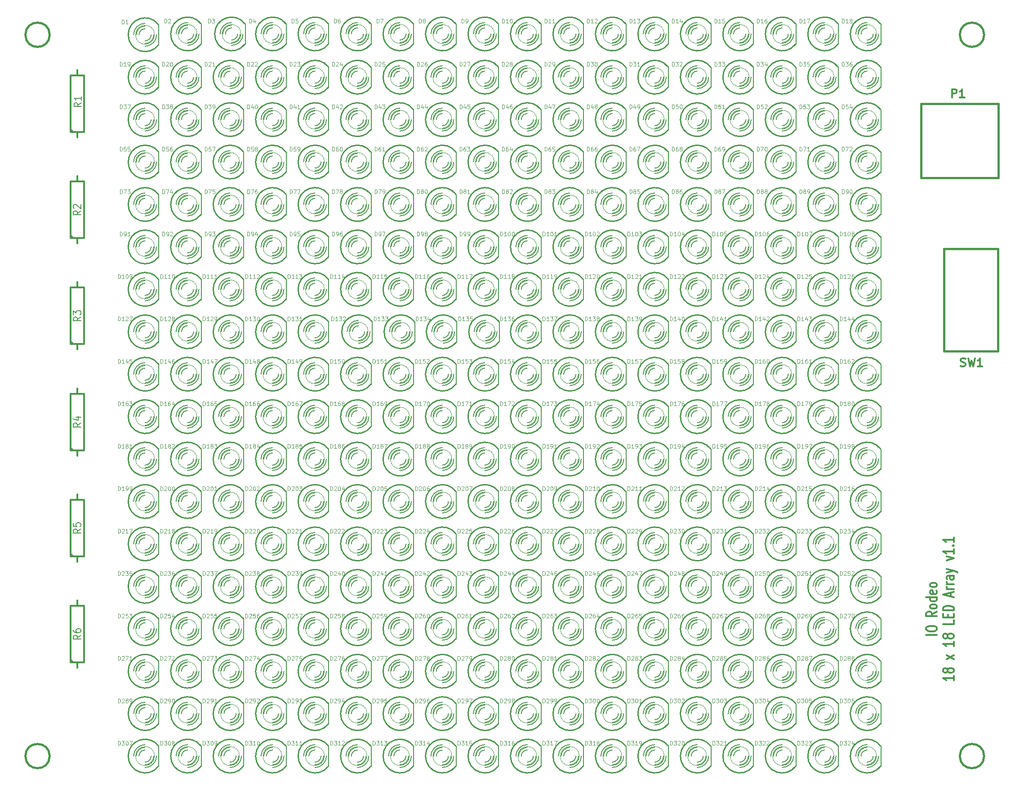
<source format=gto>
G04 (created by PCBNEW (2013-mar-13)-testing) date Mon 18 Nov 2013 03:51:11 PM PST*
%MOIN*%
G04 Gerber Fmt 3.4, Leading zero omitted, Abs format*
%FSLAX34Y34*%
G01*
G70*
G90*
G04 APERTURE LIST*
%ADD10C,0.005906*%
%ADD11C,0.012000*%
%ADD12C,0.015000*%
%ADD13C,0.008000*%
%ADD14C,0.003000*%
%ADD15C,0.010000*%
%ADD16C,0.006000*%
%ADD17C,0.003500*%
G04 APERTURE END LIST*
G54D10*
G54D11*
X92684Y-52414D02*
X91884Y-52414D01*
X91884Y-52014D02*
X91884Y-51899D01*
X91922Y-51842D01*
X91999Y-51785D01*
X92151Y-51757D01*
X92418Y-51757D01*
X92570Y-51785D01*
X92646Y-51842D01*
X92684Y-51899D01*
X92684Y-52014D01*
X92646Y-52071D01*
X92570Y-52128D01*
X92418Y-52157D01*
X92151Y-52157D01*
X91999Y-52128D01*
X91922Y-52071D01*
X91884Y-52014D01*
X92684Y-50700D02*
X92303Y-50900D01*
X92684Y-51042D02*
X91884Y-51042D01*
X91884Y-50814D01*
X91922Y-50757D01*
X91960Y-50728D01*
X92037Y-50700D01*
X92151Y-50700D01*
X92227Y-50728D01*
X92265Y-50757D01*
X92303Y-50814D01*
X92303Y-51042D01*
X92684Y-50357D02*
X92646Y-50414D01*
X92608Y-50442D01*
X92532Y-50471D01*
X92303Y-50471D01*
X92227Y-50442D01*
X92189Y-50414D01*
X92151Y-50357D01*
X92151Y-50271D01*
X92189Y-50214D01*
X92227Y-50185D01*
X92303Y-50157D01*
X92532Y-50157D01*
X92608Y-50185D01*
X92646Y-50214D01*
X92684Y-50271D01*
X92684Y-50357D01*
X92684Y-49642D02*
X91884Y-49642D01*
X92646Y-49642D02*
X92684Y-49700D01*
X92684Y-49814D01*
X92646Y-49871D01*
X92608Y-49900D01*
X92532Y-49928D01*
X92303Y-49928D01*
X92227Y-49900D01*
X92189Y-49871D01*
X92151Y-49814D01*
X92151Y-49700D01*
X92189Y-49642D01*
X92646Y-49128D02*
X92684Y-49185D01*
X92684Y-49300D01*
X92646Y-49357D01*
X92570Y-49385D01*
X92265Y-49385D01*
X92189Y-49357D01*
X92151Y-49300D01*
X92151Y-49185D01*
X92189Y-49128D01*
X92265Y-49100D01*
X92341Y-49100D01*
X92418Y-49385D01*
X92684Y-48757D02*
X92646Y-48814D01*
X92608Y-48842D01*
X92532Y-48871D01*
X92303Y-48871D01*
X92227Y-48842D01*
X92189Y-48814D01*
X92151Y-48757D01*
X92151Y-48671D01*
X92189Y-48614D01*
X92227Y-48585D01*
X92303Y-48557D01*
X92532Y-48557D01*
X92608Y-48585D01*
X92646Y-48614D01*
X92684Y-48671D01*
X92684Y-48757D01*
X93924Y-55457D02*
X93924Y-55800D01*
X93924Y-55628D02*
X93124Y-55628D01*
X93239Y-55685D01*
X93315Y-55742D01*
X93353Y-55800D01*
X93467Y-55114D02*
X93429Y-55171D01*
X93391Y-55200D01*
X93315Y-55228D01*
X93277Y-55228D01*
X93200Y-55200D01*
X93162Y-55171D01*
X93124Y-55114D01*
X93124Y-55000D01*
X93162Y-54942D01*
X93200Y-54914D01*
X93277Y-54885D01*
X93315Y-54885D01*
X93391Y-54914D01*
X93429Y-54942D01*
X93467Y-55000D01*
X93467Y-55114D01*
X93505Y-55171D01*
X93543Y-55200D01*
X93619Y-55228D01*
X93772Y-55228D01*
X93848Y-55200D01*
X93886Y-55171D01*
X93924Y-55114D01*
X93924Y-55000D01*
X93886Y-54942D01*
X93848Y-54914D01*
X93772Y-54885D01*
X93619Y-54885D01*
X93543Y-54914D01*
X93505Y-54942D01*
X93467Y-55000D01*
X93924Y-54228D02*
X93391Y-53914D01*
X93391Y-54228D02*
X93924Y-53914D01*
X93924Y-52914D02*
X93924Y-53257D01*
X93924Y-53085D02*
X93124Y-53085D01*
X93239Y-53142D01*
X93315Y-53200D01*
X93353Y-53257D01*
X93467Y-52571D02*
X93429Y-52628D01*
X93391Y-52657D01*
X93315Y-52685D01*
X93277Y-52685D01*
X93200Y-52657D01*
X93162Y-52628D01*
X93124Y-52571D01*
X93124Y-52457D01*
X93162Y-52400D01*
X93200Y-52371D01*
X93277Y-52342D01*
X93315Y-52342D01*
X93391Y-52371D01*
X93429Y-52400D01*
X93467Y-52457D01*
X93467Y-52571D01*
X93505Y-52628D01*
X93543Y-52657D01*
X93619Y-52685D01*
X93772Y-52685D01*
X93848Y-52657D01*
X93886Y-52628D01*
X93924Y-52571D01*
X93924Y-52457D01*
X93886Y-52400D01*
X93848Y-52371D01*
X93772Y-52342D01*
X93619Y-52342D01*
X93543Y-52371D01*
X93505Y-52400D01*
X93467Y-52457D01*
X93924Y-51342D02*
X93924Y-51628D01*
X93124Y-51628D01*
X93505Y-51142D02*
X93505Y-50942D01*
X93924Y-50857D02*
X93924Y-51142D01*
X93124Y-51142D01*
X93124Y-50857D01*
X93924Y-50600D02*
X93124Y-50600D01*
X93124Y-50457D01*
X93162Y-50371D01*
X93239Y-50314D01*
X93315Y-50285D01*
X93467Y-50257D01*
X93581Y-50257D01*
X93734Y-50285D01*
X93810Y-50314D01*
X93886Y-50371D01*
X93924Y-50457D01*
X93924Y-50600D01*
X93696Y-49571D02*
X93696Y-49285D01*
X93924Y-49628D02*
X93124Y-49428D01*
X93924Y-49228D01*
X93924Y-49028D02*
X93391Y-49028D01*
X93543Y-49028D02*
X93467Y-48999D01*
X93429Y-48971D01*
X93391Y-48914D01*
X93391Y-48857D01*
X93924Y-48657D02*
X93391Y-48657D01*
X93543Y-48657D02*
X93467Y-48628D01*
X93429Y-48599D01*
X93391Y-48542D01*
X93391Y-48485D01*
X93924Y-48028D02*
X93505Y-48028D01*
X93429Y-48057D01*
X93391Y-48114D01*
X93391Y-48228D01*
X93429Y-48285D01*
X93886Y-48028D02*
X93924Y-48085D01*
X93924Y-48228D01*
X93886Y-48285D01*
X93810Y-48314D01*
X93734Y-48314D01*
X93658Y-48285D01*
X93619Y-48228D01*
X93619Y-48085D01*
X93581Y-48028D01*
X93391Y-47799D02*
X93924Y-47657D01*
X93391Y-47514D02*
X93924Y-47657D01*
X94115Y-47714D01*
X94153Y-47742D01*
X94191Y-47799D01*
X93391Y-46885D02*
X93924Y-46742D01*
X93391Y-46599D01*
X93924Y-46057D02*
X93924Y-46399D01*
X93924Y-46228D02*
X93124Y-46228D01*
X93239Y-46285D01*
X93315Y-46342D01*
X93353Y-46399D01*
X93848Y-45799D02*
X93886Y-45771D01*
X93924Y-45799D01*
X93886Y-45828D01*
X93848Y-45799D01*
X93924Y-45799D01*
X93924Y-45199D02*
X93924Y-45542D01*
X93924Y-45371D02*
X93124Y-45371D01*
X93239Y-45428D01*
X93315Y-45485D01*
X93353Y-45542D01*
X28937Y-23366D02*
X28937Y-22966D01*
X28937Y-18366D02*
X28937Y-18766D01*
X28437Y-18766D02*
X29437Y-18766D01*
X29437Y-18766D02*
X29437Y-22966D01*
X29437Y-22966D02*
X28437Y-22966D01*
X28437Y-22966D02*
X28437Y-18766D01*
X28637Y-22966D02*
X28437Y-22766D01*
X28937Y-15492D02*
X28937Y-15092D01*
X28937Y-10492D02*
X28937Y-10892D01*
X28437Y-10892D02*
X29437Y-10892D01*
X29437Y-10892D02*
X29437Y-15092D01*
X29437Y-15092D02*
X28437Y-15092D01*
X28437Y-15092D02*
X28437Y-10892D01*
X28637Y-15092D02*
X28437Y-14892D01*
G54D12*
X26884Y-61417D02*
G75*
G03X26884Y-61417I-900J0D01*
G74*
G01*
X96175Y-61417D02*
G75*
G03X96175Y-61417I-900J0D01*
G74*
G01*
X96175Y-7874D02*
G75*
G03X96175Y-7874I-900J0D01*
G74*
G01*
X26884Y-7874D02*
G75*
G03X26884Y-7874I-900J0D01*
G74*
G01*
X93200Y-31359D02*
X93200Y-23759D01*
X93200Y-23759D02*
X97200Y-23759D01*
X97200Y-23759D02*
X97200Y-31359D01*
X97200Y-31359D02*
X93200Y-31359D01*
G54D13*
X34978Y-8624D02*
X34978Y-7124D01*
G54D14*
X34665Y-7874D02*
G75*
G03X34665Y-7874I-707J0D01*
G74*
G01*
G54D15*
X34957Y-7122D02*
G75*
G03X34958Y-8624I-999J-751D01*
G74*
G01*
G54D16*
X33958Y-7424D02*
G75*
G03X33508Y-7874I0J-450D01*
G74*
G01*
X33958Y-8324D02*
G75*
G03X34408Y-7874I0J450D01*
G74*
G01*
X33958Y-7224D02*
G75*
G03X33308Y-7874I0J-650D01*
G74*
G01*
X33958Y-8524D02*
G75*
G03X34608Y-7874I0J650D01*
G74*
G01*
X33958Y-7024D02*
G75*
G03X33108Y-7874I0J-850D01*
G74*
G01*
X33958Y-8724D02*
G75*
G03X34808Y-7874I0J850D01*
G74*
G01*
G54D13*
X72773Y-18072D02*
X72773Y-16572D01*
G54D14*
X72460Y-17322D02*
G75*
G03X72460Y-17322I-707J0D01*
G74*
G01*
G54D15*
X72752Y-16571D02*
G75*
G03X72753Y-18072I-999J-751D01*
G74*
G01*
G54D16*
X71753Y-16872D02*
G75*
G03X71303Y-17322I0J-450D01*
G74*
G01*
X71753Y-17772D02*
G75*
G03X72203Y-17322I0J450D01*
G74*
G01*
X71753Y-16672D02*
G75*
G03X71103Y-17322I0J-650D01*
G74*
G01*
X71753Y-17972D02*
G75*
G03X72403Y-17322I0J650D01*
G74*
G01*
X71753Y-16472D02*
G75*
G03X70903Y-17322I0J-850D01*
G74*
G01*
X71753Y-18172D02*
G75*
G03X72603Y-17322I0J850D01*
G74*
G01*
G54D13*
X75923Y-18072D02*
X75923Y-16572D01*
G54D14*
X75610Y-17322D02*
G75*
G03X75610Y-17322I-707J0D01*
G74*
G01*
G54D15*
X75902Y-16571D02*
G75*
G03X75903Y-18072I-999J-751D01*
G74*
G01*
G54D16*
X74903Y-16872D02*
G75*
G03X74453Y-17322I0J-450D01*
G74*
G01*
X74903Y-17772D02*
G75*
G03X75353Y-17322I0J450D01*
G74*
G01*
X74903Y-16672D02*
G75*
G03X74253Y-17322I0J-650D01*
G74*
G01*
X74903Y-17972D02*
G75*
G03X75553Y-17322I0J650D01*
G74*
G01*
X74903Y-16472D02*
G75*
G03X74053Y-17322I0J-850D01*
G74*
G01*
X74903Y-18172D02*
G75*
G03X75753Y-17322I0J850D01*
G74*
G01*
G54D13*
X79072Y-18072D02*
X79072Y-16572D01*
G54D14*
X78759Y-17322D02*
G75*
G03X78759Y-17322I-707J0D01*
G74*
G01*
G54D15*
X79051Y-16571D02*
G75*
G03X79052Y-18072I-999J-751D01*
G74*
G01*
G54D16*
X78052Y-16872D02*
G75*
G03X77602Y-17322I0J-450D01*
G74*
G01*
X78052Y-17772D02*
G75*
G03X78502Y-17322I0J450D01*
G74*
G01*
X78052Y-16672D02*
G75*
G03X77402Y-17322I0J-650D01*
G74*
G01*
X78052Y-17972D02*
G75*
G03X78702Y-17322I0J650D01*
G74*
G01*
X78052Y-16472D02*
G75*
G03X77202Y-17322I0J-850D01*
G74*
G01*
X78052Y-18172D02*
G75*
G03X78902Y-17322I0J850D01*
G74*
G01*
G54D13*
X82222Y-18072D02*
X82222Y-16572D01*
G54D14*
X81909Y-17322D02*
G75*
G03X81909Y-17322I-707J0D01*
G74*
G01*
G54D15*
X82201Y-16571D02*
G75*
G03X82202Y-18072I-999J-751D01*
G74*
G01*
G54D16*
X81202Y-16872D02*
G75*
G03X80752Y-17322I0J-450D01*
G74*
G01*
X81202Y-17772D02*
G75*
G03X81652Y-17322I0J450D01*
G74*
G01*
X81202Y-16672D02*
G75*
G03X80552Y-17322I0J-650D01*
G74*
G01*
X81202Y-17972D02*
G75*
G03X81852Y-17322I0J650D01*
G74*
G01*
X81202Y-16472D02*
G75*
G03X80352Y-17322I0J-850D01*
G74*
G01*
X81202Y-18172D02*
G75*
G03X82052Y-17322I0J850D01*
G74*
G01*
G54D13*
X85371Y-18072D02*
X85371Y-16572D01*
G54D14*
X85059Y-17322D02*
G75*
G03X85059Y-17322I-707J0D01*
G74*
G01*
G54D15*
X85351Y-16571D02*
G75*
G03X85351Y-18072I-999J-751D01*
G74*
G01*
G54D16*
X84351Y-16872D02*
G75*
G03X83901Y-17322I0J-450D01*
G74*
G01*
X84351Y-17772D02*
G75*
G03X84801Y-17322I0J450D01*
G74*
G01*
X84351Y-16672D02*
G75*
G03X83701Y-17322I0J-650D01*
G74*
G01*
X84351Y-17972D02*
G75*
G03X85001Y-17322I0J650D01*
G74*
G01*
X84351Y-16472D02*
G75*
G03X83501Y-17322I0J-850D01*
G74*
G01*
X84351Y-18172D02*
G75*
G03X85201Y-17322I0J850D01*
G74*
G01*
G54D13*
X88521Y-18072D02*
X88521Y-16572D01*
G54D14*
X88208Y-17322D02*
G75*
G03X88208Y-17322I-707J0D01*
G74*
G01*
G54D15*
X88500Y-16571D02*
G75*
G03X88501Y-18072I-999J-751D01*
G74*
G01*
G54D16*
X87501Y-16872D02*
G75*
G03X87051Y-17322I0J-450D01*
G74*
G01*
X87501Y-17772D02*
G75*
G03X87951Y-17322I0J450D01*
G74*
G01*
X87501Y-16672D02*
G75*
G03X86851Y-17322I0J-650D01*
G74*
G01*
X87501Y-17972D02*
G75*
G03X88151Y-17322I0J650D01*
G74*
G01*
X87501Y-16472D02*
G75*
G03X86651Y-17322I0J-850D01*
G74*
G01*
X87501Y-18172D02*
G75*
G03X88351Y-17322I0J850D01*
G74*
G01*
G54D13*
X66474Y-18072D02*
X66474Y-16572D01*
G54D14*
X66161Y-17322D02*
G75*
G03X66161Y-17322I-707J0D01*
G74*
G01*
G54D15*
X66453Y-16571D02*
G75*
G03X66454Y-18072I-999J-751D01*
G74*
G01*
G54D16*
X65454Y-16872D02*
G75*
G03X65004Y-17322I0J-450D01*
G74*
G01*
X65454Y-17772D02*
G75*
G03X65904Y-17322I0J450D01*
G74*
G01*
X65454Y-16672D02*
G75*
G03X64804Y-17322I0J-650D01*
G74*
G01*
X65454Y-17972D02*
G75*
G03X66104Y-17322I0J650D01*
G74*
G01*
X65454Y-16472D02*
G75*
G03X64604Y-17322I0J-850D01*
G74*
G01*
X65454Y-18172D02*
G75*
G03X66304Y-17322I0J850D01*
G74*
G01*
G54D13*
X69623Y-18072D02*
X69623Y-16572D01*
G54D14*
X69311Y-17322D02*
G75*
G03X69311Y-17322I-707J0D01*
G74*
G01*
G54D15*
X69603Y-16571D02*
G75*
G03X69603Y-18072I-999J-751D01*
G74*
G01*
G54D16*
X68603Y-16872D02*
G75*
G03X68153Y-17322I0J-450D01*
G74*
G01*
X68603Y-17772D02*
G75*
G03X69053Y-17322I0J450D01*
G74*
G01*
X68603Y-16672D02*
G75*
G03X67953Y-17322I0J-650D01*
G74*
G01*
X68603Y-17972D02*
G75*
G03X69253Y-17322I0J650D01*
G74*
G01*
X68603Y-16472D02*
G75*
G03X67753Y-17322I0J-850D01*
G74*
G01*
X68603Y-18172D02*
G75*
G03X69453Y-17322I0J850D01*
G74*
G01*
G54D13*
X41277Y-18072D02*
X41277Y-16572D01*
G54D14*
X40964Y-17322D02*
G75*
G03X40964Y-17322I-707J0D01*
G74*
G01*
G54D15*
X41256Y-16571D02*
G75*
G03X41257Y-18072I-999J-751D01*
G74*
G01*
G54D16*
X40257Y-16872D02*
G75*
G03X39807Y-17322I0J-450D01*
G74*
G01*
X40257Y-17772D02*
G75*
G03X40707Y-17322I0J450D01*
G74*
G01*
X40257Y-16672D02*
G75*
G03X39607Y-17322I0J-650D01*
G74*
G01*
X40257Y-17972D02*
G75*
G03X40907Y-17322I0J650D01*
G74*
G01*
X40257Y-16472D02*
G75*
G03X39407Y-17322I0J-850D01*
G74*
G01*
X40257Y-18172D02*
G75*
G03X41107Y-17322I0J850D01*
G74*
G01*
G54D13*
X44427Y-18072D02*
X44427Y-16572D01*
G54D14*
X44114Y-17322D02*
G75*
G03X44114Y-17322I-707J0D01*
G74*
G01*
G54D15*
X44406Y-16571D02*
G75*
G03X44407Y-18072I-999J-751D01*
G74*
G01*
G54D16*
X43407Y-16872D02*
G75*
G03X42957Y-17322I0J-450D01*
G74*
G01*
X43407Y-17772D02*
G75*
G03X43857Y-17322I0J450D01*
G74*
G01*
X43407Y-16672D02*
G75*
G03X42757Y-17322I0J-650D01*
G74*
G01*
X43407Y-17972D02*
G75*
G03X44057Y-17322I0J650D01*
G74*
G01*
X43407Y-16472D02*
G75*
G03X42557Y-17322I0J-850D01*
G74*
G01*
X43407Y-18172D02*
G75*
G03X44257Y-17322I0J850D01*
G74*
G01*
G54D13*
X47576Y-18072D02*
X47576Y-16572D01*
G54D14*
X47263Y-17322D02*
G75*
G03X47263Y-17322I-707J0D01*
G74*
G01*
G54D15*
X47555Y-16571D02*
G75*
G03X47556Y-18072I-999J-751D01*
G74*
G01*
G54D16*
X46556Y-16872D02*
G75*
G03X46106Y-17322I0J-450D01*
G74*
G01*
X46556Y-17772D02*
G75*
G03X47006Y-17322I0J450D01*
G74*
G01*
X46556Y-16672D02*
G75*
G03X45906Y-17322I0J-650D01*
G74*
G01*
X46556Y-17972D02*
G75*
G03X47206Y-17322I0J650D01*
G74*
G01*
X46556Y-16472D02*
G75*
G03X45706Y-17322I0J-850D01*
G74*
G01*
X46556Y-18172D02*
G75*
G03X47406Y-17322I0J850D01*
G74*
G01*
G54D13*
X50726Y-18072D02*
X50726Y-16572D01*
G54D14*
X50413Y-17322D02*
G75*
G03X50413Y-17322I-707J0D01*
G74*
G01*
G54D15*
X50705Y-16571D02*
G75*
G03X50706Y-18072I-999J-751D01*
G74*
G01*
G54D16*
X49706Y-16872D02*
G75*
G03X49256Y-17322I0J-450D01*
G74*
G01*
X49706Y-17772D02*
G75*
G03X50156Y-17322I0J450D01*
G74*
G01*
X49706Y-16672D02*
G75*
G03X49056Y-17322I0J-650D01*
G74*
G01*
X49706Y-17972D02*
G75*
G03X50356Y-17322I0J650D01*
G74*
G01*
X49706Y-16472D02*
G75*
G03X48856Y-17322I0J-850D01*
G74*
G01*
X49706Y-18172D02*
G75*
G03X50556Y-17322I0J850D01*
G74*
G01*
G54D13*
X53875Y-18072D02*
X53875Y-16572D01*
G54D14*
X53563Y-17322D02*
G75*
G03X53563Y-17322I-707J0D01*
G74*
G01*
G54D15*
X53855Y-16571D02*
G75*
G03X53855Y-18072I-999J-751D01*
G74*
G01*
G54D16*
X52855Y-16872D02*
G75*
G03X52405Y-17322I0J-450D01*
G74*
G01*
X52855Y-17772D02*
G75*
G03X53305Y-17322I0J450D01*
G74*
G01*
X52855Y-16672D02*
G75*
G03X52205Y-17322I0J-650D01*
G74*
G01*
X52855Y-17972D02*
G75*
G03X53505Y-17322I0J650D01*
G74*
G01*
X52855Y-16472D02*
G75*
G03X52005Y-17322I0J-850D01*
G74*
G01*
X52855Y-18172D02*
G75*
G03X53705Y-17322I0J850D01*
G74*
G01*
G54D13*
X57025Y-18072D02*
X57025Y-16572D01*
G54D14*
X56712Y-17322D02*
G75*
G03X56712Y-17322I-707J0D01*
G74*
G01*
G54D15*
X57004Y-16571D02*
G75*
G03X57005Y-18072I-999J-751D01*
G74*
G01*
G54D16*
X56005Y-16872D02*
G75*
G03X55555Y-17322I0J-450D01*
G74*
G01*
X56005Y-17772D02*
G75*
G03X56455Y-17322I0J450D01*
G74*
G01*
X56005Y-16672D02*
G75*
G03X55355Y-17322I0J-650D01*
G74*
G01*
X56005Y-17972D02*
G75*
G03X56655Y-17322I0J650D01*
G74*
G01*
X56005Y-16472D02*
G75*
G03X55155Y-17322I0J-850D01*
G74*
G01*
X56005Y-18172D02*
G75*
G03X56855Y-17322I0J850D01*
G74*
G01*
G54D13*
X60175Y-18072D02*
X60175Y-16572D01*
G54D14*
X59862Y-17322D02*
G75*
G03X59862Y-17322I-707J0D01*
G74*
G01*
G54D15*
X60154Y-16571D02*
G75*
G03X60155Y-18072I-999J-751D01*
G74*
G01*
G54D16*
X59155Y-16872D02*
G75*
G03X58705Y-17322I0J-450D01*
G74*
G01*
X59155Y-17772D02*
G75*
G03X59605Y-17322I0J450D01*
G74*
G01*
X59155Y-16672D02*
G75*
G03X58505Y-17322I0J-650D01*
G74*
G01*
X59155Y-17972D02*
G75*
G03X59805Y-17322I0J650D01*
G74*
G01*
X59155Y-16472D02*
G75*
G03X58305Y-17322I0J-850D01*
G74*
G01*
X59155Y-18172D02*
G75*
G03X60005Y-17322I0J850D01*
G74*
G01*
G54D13*
X38127Y-18072D02*
X38127Y-16572D01*
G54D14*
X37814Y-17322D02*
G75*
G03X37814Y-17322I-707J0D01*
G74*
G01*
G54D15*
X38107Y-16571D02*
G75*
G03X38107Y-18072I-999J-751D01*
G74*
G01*
G54D16*
X37107Y-16872D02*
G75*
G03X36657Y-17322I0J-450D01*
G74*
G01*
X37107Y-17772D02*
G75*
G03X37557Y-17322I0J450D01*
G74*
G01*
X37107Y-16672D02*
G75*
G03X36457Y-17322I0J-650D01*
G74*
G01*
X37107Y-17972D02*
G75*
G03X37757Y-17322I0J650D01*
G74*
G01*
X37107Y-16472D02*
G75*
G03X36257Y-17322I0J-850D01*
G74*
G01*
X37107Y-18172D02*
G75*
G03X37957Y-17322I0J850D01*
G74*
G01*
G54D13*
X69623Y-14923D02*
X69623Y-13423D01*
G54D14*
X69311Y-14173D02*
G75*
G03X69311Y-14173I-707J0D01*
G74*
G01*
G54D15*
X69603Y-13422D02*
G75*
G03X69603Y-14923I-999J-751D01*
G74*
G01*
G54D16*
X68603Y-13723D02*
G75*
G03X68153Y-14173I0J-450D01*
G74*
G01*
X68603Y-14623D02*
G75*
G03X69053Y-14173I0J450D01*
G74*
G01*
X68603Y-13523D02*
G75*
G03X67953Y-14173I0J-650D01*
G74*
G01*
X68603Y-14823D02*
G75*
G03X69253Y-14173I0J650D01*
G74*
G01*
X68603Y-13323D02*
G75*
G03X67753Y-14173I0J-850D01*
G74*
G01*
X68603Y-15023D02*
G75*
G03X69453Y-14173I0J850D01*
G74*
G01*
G54D13*
X72773Y-14923D02*
X72773Y-13423D01*
G54D14*
X72460Y-14173D02*
G75*
G03X72460Y-14173I-707J0D01*
G74*
G01*
G54D15*
X72752Y-13422D02*
G75*
G03X72753Y-14923I-999J-751D01*
G74*
G01*
G54D16*
X71753Y-13723D02*
G75*
G03X71303Y-14173I0J-450D01*
G74*
G01*
X71753Y-14623D02*
G75*
G03X72203Y-14173I0J450D01*
G74*
G01*
X71753Y-13523D02*
G75*
G03X71103Y-14173I0J-650D01*
G74*
G01*
X71753Y-14823D02*
G75*
G03X72403Y-14173I0J650D01*
G74*
G01*
X71753Y-13323D02*
G75*
G03X70903Y-14173I0J-850D01*
G74*
G01*
X71753Y-15023D02*
G75*
G03X72603Y-14173I0J850D01*
G74*
G01*
G54D13*
X75923Y-14923D02*
X75923Y-13423D01*
G54D14*
X75610Y-14173D02*
G75*
G03X75610Y-14173I-707J0D01*
G74*
G01*
G54D15*
X75902Y-13422D02*
G75*
G03X75903Y-14923I-999J-751D01*
G74*
G01*
G54D16*
X74903Y-13723D02*
G75*
G03X74453Y-14173I0J-450D01*
G74*
G01*
X74903Y-14623D02*
G75*
G03X75353Y-14173I0J450D01*
G74*
G01*
X74903Y-13523D02*
G75*
G03X74253Y-14173I0J-650D01*
G74*
G01*
X74903Y-14823D02*
G75*
G03X75553Y-14173I0J650D01*
G74*
G01*
X74903Y-13323D02*
G75*
G03X74053Y-14173I0J-850D01*
G74*
G01*
X74903Y-15023D02*
G75*
G03X75753Y-14173I0J850D01*
G74*
G01*
G54D13*
X79072Y-14923D02*
X79072Y-13423D01*
G54D14*
X78759Y-14173D02*
G75*
G03X78759Y-14173I-707J0D01*
G74*
G01*
G54D15*
X79051Y-13422D02*
G75*
G03X79052Y-14923I-999J-751D01*
G74*
G01*
G54D16*
X78052Y-13723D02*
G75*
G03X77602Y-14173I0J-450D01*
G74*
G01*
X78052Y-14623D02*
G75*
G03X78502Y-14173I0J450D01*
G74*
G01*
X78052Y-13523D02*
G75*
G03X77402Y-14173I0J-650D01*
G74*
G01*
X78052Y-14823D02*
G75*
G03X78702Y-14173I0J650D01*
G74*
G01*
X78052Y-13323D02*
G75*
G03X77202Y-14173I0J-850D01*
G74*
G01*
X78052Y-15023D02*
G75*
G03X78902Y-14173I0J850D01*
G74*
G01*
G54D13*
X82222Y-14923D02*
X82222Y-13423D01*
G54D14*
X81909Y-14173D02*
G75*
G03X81909Y-14173I-707J0D01*
G74*
G01*
G54D15*
X82201Y-13422D02*
G75*
G03X82202Y-14923I-999J-751D01*
G74*
G01*
G54D16*
X81202Y-13723D02*
G75*
G03X80752Y-14173I0J-450D01*
G74*
G01*
X81202Y-14623D02*
G75*
G03X81652Y-14173I0J450D01*
G74*
G01*
X81202Y-13523D02*
G75*
G03X80552Y-14173I0J-650D01*
G74*
G01*
X81202Y-14823D02*
G75*
G03X81852Y-14173I0J650D01*
G74*
G01*
X81202Y-13323D02*
G75*
G03X80352Y-14173I0J-850D01*
G74*
G01*
X81202Y-15023D02*
G75*
G03X82052Y-14173I0J850D01*
G74*
G01*
G54D13*
X85371Y-14923D02*
X85371Y-13423D01*
G54D14*
X85059Y-14173D02*
G75*
G03X85059Y-14173I-707J0D01*
G74*
G01*
G54D15*
X85351Y-13422D02*
G75*
G03X85351Y-14923I-999J-751D01*
G74*
G01*
G54D16*
X84351Y-13723D02*
G75*
G03X83901Y-14173I0J-450D01*
G74*
G01*
X84351Y-14623D02*
G75*
G03X84801Y-14173I0J450D01*
G74*
G01*
X84351Y-13523D02*
G75*
G03X83701Y-14173I0J-650D01*
G74*
G01*
X84351Y-14823D02*
G75*
G03X85001Y-14173I0J650D01*
G74*
G01*
X84351Y-13323D02*
G75*
G03X83501Y-14173I0J-850D01*
G74*
G01*
X84351Y-15023D02*
G75*
G03X85201Y-14173I0J850D01*
G74*
G01*
G54D13*
X88521Y-14923D02*
X88521Y-13423D01*
G54D14*
X88208Y-14173D02*
G75*
G03X88208Y-14173I-707J0D01*
G74*
G01*
G54D15*
X88500Y-13422D02*
G75*
G03X88501Y-14923I-999J-751D01*
G74*
G01*
G54D16*
X87501Y-13723D02*
G75*
G03X87051Y-14173I0J-450D01*
G74*
G01*
X87501Y-14623D02*
G75*
G03X87951Y-14173I0J450D01*
G74*
G01*
X87501Y-13523D02*
G75*
G03X86851Y-14173I0J-650D01*
G74*
G01*
X87501Y-14823D02*
G75*
G03X88151Y-14173I0J650D01*
G74*
G01*
X87501Y-13323D02*
G75*
G03X86651Y-14173I0J-850D01*
G74*
G01*
X87501Y-15023D02*
G75*
G03X88351Y-14173I0J850D01*
G74*
G01*
G54D13*
X66474Y-14923D02*
X66474Y-13423D01*
G54D14*
X66161Y-14173D02*
G75*
G03X66161Y-14173I-707J0D01*
G74*
G01*
G54D15*
X66453Y-13422D02*
G75*
G03X66454Y-14923I-999J-751D01*
G74*
G01*
G54D16*
X65454Y-13723D02*
G75*
G03X65004Y-14173I0J-450D01*
G74*
G01*
X65454Y-14623D02*
G75*
G03X65904Y-14173I0J450D01*
G74*
G01*
X65454Y-13523D02*
G75*
G03X64804Y-14173I0J-650D01*
G74*
G01*
X65454Y-14823D02*
G75*
G03X66104Y-14173I0J650D01*
G74*
G01*
X65454Y-13323D02*
G75*
G03X64604Y-14173I0J-850D01*
G74*
G01*
X65454Y-15023D02*
G75*
G03X66304Y-14173I0J850D01*
G74*
G01*
G54D13*
X38127Y-14923D02*
X38127Y-13423D01*
G54D14*
X37814Y-14173D02*
G75*
G03X37814Y-14173I-707J0D01*
G74*
G01*
G54D15*
X38107Y-13422D02*
G75*
G03X38107Y-14923I-999J-751D01*
G74*
G01*
G54D16*
X37107Y-13723D02*
G75*
G03X36657Y-14173I0J-450D01*
G74*
G01*
X37107Y-14623D02*
G75*
G03X37557Y-14173I0J450D01*
G74*
G01*
X37107Y-13523D02*
G75*
G03X36457Y-14173I0J-650D01*
G74*
G01*
X37107Y-14823D02*
G75*
G03X37757Y-14173I0J650D01*
G74*
G01*
X37107Y-13323D02*
G75*
G03X36257Y-14173I0J-850D01*
G74*
G01*
X37107Y-15023D02*
G75*
G03X37957Y-14173I0J850D01*
G74*
G01*
G54D13*
X41277Y-14923D02*
X41277Y-13423D01*
G54D14*
X40964Y-14173D02*
G75*
G03X40964Y-14173I-707J0D01*
G74*
G01*
G54D15*
X41256Y-13422D02*
G75*
G03X41257Y-14923I-999J-751D01*
G74*
G01*
G54D16*
X40257Y-13723D02*
G75*
G03X39807Y-14173I0J-450D01*
G74*
G01*
X40257Y-14623D02*
G75*
G03X40707Y-14173I0J450D01*
G74*
G01*
X40257Y-13523D02*
G75*
G03X39607Y-14173I0J-650D01*
G74*
G01*
X40257Y-14823D02*
G75*
G03X40907Y-14173I0J650D01*
G74*
G01*
X40257Y-13323D02*
G75*
G03X39407Y-14173I0J-850D01*
G74*
G01*
X40257Y-15023D02*
G75*
G03X41107Y-14173I0J850D01*
G74*
G01*
G54D13*
X47576Y-14923D02*
X47576Y-13423D01*
G54D14*
X47263Y-14173D02*
G75*
G03X47263Y-14173I-707J0D01*
G74*
G01*
G54D15*
X47555Y-13422D02*
G75*
G03X47556Y-14923I-999J-751D01*
G74*
G01*
G54D16*
X46556Y-13723D02*
G75*
G03X46106Y-14173I0J-450D01*
G74*
G01*
X46556Y-14623D02*
G75*
G03X47006Y-14173I0J450D01*
G74*
G01*
X46556Y-13523D02*
G75*
G03X45906Y-14173I0J-650D01*
G74*
G01*
X46556Y-14823D02*
G75*
G03X47206Y-14173I0J650D01*
G74*
G01*
X46556Y-13323D02*
G75*
G03X45706Y-14173I0J-850D01*
G74*
G01*
X46556Y-15023D02*
G75*
G03X47406Y-14173I0J850D01*
G74*
G01*
G54D13*
X44427Y-14923D02*
X44427Y-13423D01*
G54D14*
X44114Y-14173D02*
G75*
G03X44114Y-14173I-707J0D01*
G74*
G01*
G54D15*
X44406Y-13422D02*
G75*
G03X44407Y-14923I-999J-751D01*
G74*
G01*
G54D16*
X43407Y-13723D02*
G75*
G03X42957Y-14173I0J-450D01*
G74*
G01*
X43407Y-14623D02*
G75*
G03X43857Y-14173I0J450D01*
G74*
G01*
X43407Y-13523D02*
G75*
G03X42757Y-14173I0J-650D01*
G74*
G01*
X43407Y-14823D02*
G75*
G03X44057Y-14173I0J650D01*
G74*
G01*
X43407Y-13323D02*
G75*
G03X42557Y-14173I0J-850D01*
G74*
G01*
X43407Y-15023D02*
G75*
G03X44257Y-14173I0J850D01*
G74*
G01*
G54D13*
X50726Y-14923D02*
X50726Y-13423D01*
G54D14*
X50413Y-14173D02*
G75*
G03X50413Y-14173I-707J0D01*
G74*
G01*
G54D15*
X50705Y-13422D02*
G75*
G03X50706Y-14923I-999J-751D01*
G74*
G01*
G54D16*
X49706Y-13723D02*
G75*
G03X49256Y-14173I0J-450D01*
G74*
G01*
X49706Y-14623D02*
G75*
G03X50156Y-14173I0J450D01*
G74*
G01*
X49706Y-13523D02*
G75*
G03X49056Y-14173I0J-650D01*
G74*
G01*
X49706Y-14823D02*
G75*
G03X50356Y-14173I0J650D01*
G74*
G01*
X49706Y-13323D02*
G75*
G03X48856Y-14173I0J-850D01*
G74*
G01*
X49706Y-15023D02*
G75*
G03X50556Y-14173I0J850D01*
G74*
G01*
G54D13*
X53875Y-14923D02*
X53875Y-13423D01*
G54D14*
X53563Y-14173D02*
G75*
G03X53563Y-14173I-707J0D01*
G74*
G01*
G54D15*
X53855Y-13422D02*
G75*
G03X53855Y-14923I-999J-751D01*
G74*
G01*
G54D16*
X52855Y-13723D02*
G75*
G03X52405Y-14173I0J-450D01*
G74*
G01*
X52855Y-14623D02*
G75*
G03X53305Y-14173I0J450D01*
G74*
G01*
X52855Y-13523D02*
G75*
G03X52205Y-14173I0J-650D01*
G74*
G01*
X52855Y-14823D02*
G75*
G03X53505Y-14173I0J650D01*
G74*
G01*
X52855Y-13323D02*
G75*
G03X52005Y-14173I0J-850D01*
G74*
G01*
X52855Y-15023D02*
G75*
G03X53705Y-14173I0J850D01*
G74*
G01*
G54D13*
X57025Y-14923D02*
X57025Y-13423D01*
G54D14*
X56712Y-14173D02*
G75*
G03X56712Y-14173I-707J0D01*
G74*
G01*
G54D15*
X57004Y-13422D02*
G75*
G03X57005Y-14923I-999J-751D01*
G74*
G01*
G54D16*
X56005Y-13723D02*
G75*
G03X55555Y-14173I0J-450D01*
G74*
G01*
X56005Y-14623D02*
G75*
G03X56455Y-14173I0J450D01*
G74*
G01*
X56005Y-13523D02*
G75*
G03X55355Y-14173I0J-650D01*
G74*
G01*
X56005Y-14823D02*
G75*
G03X56655Y-14173I0J650D01*
G74*
G01*
X56005Y-13323D02*
G75*
G03X55155Y-14173I0J-850D01*
G74*
G01*
X56005Y-15023D02*
G75*
G03X56855Y-14173I0J850D01*
G74*
G01*
G54D13*
X60175Y-14923D02*
X60175Y-13423D01*
G54D14*
X59862Y-14173D02*
G75*
G03X59862Y-14173I-707J0D01*
G74*
G01*
G54D15*
X60154Y-13422D02*
G75*
G03X60155Y-14923I-999J-751D01*
G74*
G01*
G54D16*
X59155Y-13723D02*
G75*
G03X58705Y-14173I0J-450D01*
G74*
G01*
X59155Y-14623D02*
G75*
G03X59605Y-14173I0J450D01*
G74*
G01*
X59155Y-13523D02*
G75*
G03X58505Y-14173I0J-650D01*
G74*
G01*
X59155Y-14823D02*
G75*
G03X59805Y-14173I0J650D01*
G74*
G01*
X59155Y-13323D02*
G75*
G03X58305Y-14173I0J-850D01*
G74*
G01*
X59155Y-15023D02*
G75*
G03X60005Y-14173I0J850D01*
G74*
G01*
G54D13*
X34978Y-14923D02*
X34978Y-13423D01*
G54D14*
X34665Y-14173D02*
G75*
G03X34665Y-14173I-707J0D01*
G74*
G01*
G54D15*
X34957Y-13422D02*
G75*
G03X34958Y-14923I-999J-751D01*
G74*
G01*
G54D16*
X33958Y-13723D02*
G75*
G03X33508Y-14173I0J-450D01*
G74*
G01*
X33958Y-14623D02*
G75*
G03X34408Y-14173I0J450D01*
G74*
G01*
X33958Y-13523D02*
G75*
G03X33308Y-14173I0J-650D01*
G74*
G01*
X33958Y-14823D02*
G75*
G03X34608Y-14173I0J650D01*
G74*
G01*
X33958Y-13323D02*
G75*
G03X33108Y-14173I0J-850D01*
G74*
G01*
X33958Y-15023D02*
G75*
G03X34808Y-14173I0J850D01*
G74*
G01*
G54D13*
X63324Y-14923D02*
X63324Y-13423D01*
G54D14*
X63011Y-14173D02*
G75*
G03X63011Y-14173I-707J0D01*
G74*
G01*
G54D15*
X63303Y-13422D02*
G75*
G03X63304Y-14923I-999J-751D01*
G74*
G01*
G54D16*
X62304Y-13723D02*
G75*
G03X61854Y-14173I0J-450D01*
G74*
G01*
X62304Y-14623D02*
G75*
G03X62754Y-14173I0J450D01*
G74*
G01*
X62304Y-13523D02*
G75*
G03X61654Y-14173I0J-650D01*
G74*
G01*
X62304Y-14823D02*
G75*
G03X62954Y-14173I0J650D01*
G74*
G01*
X62304Y-13323D02*
G75*
G03X61454Y-14173I0J-850D01*
G74*
G01*
X62304Y-15023D02*
G75*
G03X63154Y-14173I0J850D01*
G74*
G01*
G54D13*
X34978Y-18072D02*
X34978Y-16572D01*
G54D14*
X34665Y-17322D02*
G75*
G03X34665Y-17322I-707J0D01*
G74*
G01*
G54D15*
X34957Y-16571D02*
G75*
G03X34958Y-18072I-999J-751D01*
G74*
G01*
G54D16*
X33958Y-16872D02*
G75*
G03X33508Y-17322I0J-450D01*
G74*
G01*
X33958Y-17772D02*
G75*
G03X34408Y-17322I0J450D01*
G74*
G01*
X33958Y-16672D02*
G75*
G03X33308Y-17322I0J-650D01*
G74*
G01*
X33958Y-17972D02*
G75*
G03X34608Y-17322I0J650D01*
G74*
G01*
X33958Y-16472D02*
G75*
G03X33108Y-17322I0J-850D01*
G74*
G01*
X33958Y-18172D02*
G75*
G03X34808Y-17322I0J850D01*
G74*
G01*
G54D13*
X63324Y-18072D02*
X63324Y-16572D01*
G54D14*
X63011Y-17322D02*
G75*
G03X63011Y-17322I-707J0D01*
G74*
G01*
G54D15*
X63303Y-16571D02*
G75*
G03X63304Y-18072I-999J-751D01*
G74*
G01*
G54D16*
X62304Y-16872D02*
G75*
G03X61854Y-17322I0J-450D01*
G74*
G01*
X62304Y-17772D02*
G75*
G03X62754Y-17322I0J450D01*
G74*
G01*
X62304Y-16672D02*
G75*
G03X61654Y-17322I0J-650D01*
G74*
G01*
X62304Y-17972D02*
G75*
G03X62954Y-17322I0J650D01*
G74*
G01*
X62304Y-16472D02*
G75*
G03X61454Y-17322I0J-850D01*
G74*
G01*
X62304Y-18172D02*
G75*
G03X63154Y-17322I0J850D01*
G74*
G01*
G54D13*
X88521Y-11773D02*
X88521Y-10273D01*
G54D14*
X88208Y-11023D02*
G75*
G03X88208Y-11023I-707J0D01*
G74*
G01*
G54D15*
X88500Y-10272D02*
G75*
G03X88501Y-11773I-999J-751D01*
G74*
G01*
G54D16*
X87501Y-10573D02*
G75*
G03X87051Y-11023I0J-450D01*
G74*
G01*
X87501Y-11473D02*
G75*
G03X87951Y-11023I0J450D01*
G74*
G01*
X87501Y-10373D02*
G75*
G03X86851Y-11023I0J-650D01*
G74*
G01*
X87501Y-11673D02*
G75*
G03X88151Y-11023I0J650D01*
G74*
G01*
X87501Y-10173D02*
G75*
G03X86651Y-11023I0J-850D01*
G74*
G01*
X87501Y-11873D02*
G75*
G03X88351Y-11023I0J850D01*
G74*
G01*
G54D13*
X66474Y-11773D02*
X66474Y-10273D01*
G54D14*
X66161Y-11023D02*
G75*
G03X66161Y-11023I-707J0D01*
G74*
G01*
G54D15*
X66453Y-10272D02*
G75*
G03X66454Y-11773I-999J-751D01*
G74*
G01*
G54D16*
X65454Y-10573D02*
G75*
G03X65004Y-11023I0J-450D01*
G74*
G01*
X65454Y-11473D02*
G75*
G03X65904Y-11023I0J450D01*
G74*
G01*
X65454Y-10373D02*
G75*
G03X64804Y-11023I0J-650D01*
G74*
G01*
X65454Y-11673D02*
G75*
G03X66104Y-11023I0J650D01*
G74*
G01*
X65454Y-10173D02*
G75*
G03X64604Y-11023I0J-850D01*
G74*
G01*
X65454Y-11873D02*
G75*
G03X66304Y-11023I0J850D01*
G74*
G01*
G54D13*
X69623Y-11773D02*
X69623Y-10273D01*
G54D14*
X69311Y-11023D02*
G75*
G03X69311Y-11023I-707J0D01*
G74*
G01*
G54D15*
X69603Y-10272D02*
G75*
G03X69603Y-11773I-999J-751D01*
G74*
G01*
G54D16*
X68603Y-10573D02*
G75*
G03X68153Y-11023I0J-450D01*
G74*
G01*
X68603Y-11473D02*
G75*
G03X69053Y-11023I0J450D01*
G74*
G01*
X68603Y-10373D02*
G75*
G03X67953Y-11023I0J-650D01*
G74*
G01*
X68603Y-11673D02*
G75*
G03X69253Y-11023I0J650D01*
G74*
G01*
X68603Y-10173D02*
G75*
G03X67753Y-11023I0J-850D01*
G74*
G01*
X68603Y-11873D02*
G75*
G03X69453Y-11023I0J850D01*
G74*
G01*
G54D13*
X72773Y-11773D02*
X72773Y-10273D01*
G54D14*
X72460Y-11023D02*
G75*
G03X72460Y-11023I-707J0D01*
G74*
G01*
G54D15*
X72752Y-10272D02*
G75*
G03X72753Y-11773I-999J-751D01*
G74*
G01*
G54D16*
X71753Y-10573D02*
G75*
G03X71303Y-11023I0J-450D01*
G74*
G01*
X71753Y-11473D02*
G75*
G03X72203Y-11023I0J450D01*
G74*
G01*
X71753Y-10373D02*
G75*
G03X71103Y-11023I0J-650D01*
G74*
G01*
X71753Y-11673D02*
G75*
G03X72403Y-11023I0J650D01*
G74*
G01*
X71753Y-10173D02*
G75*
G03X70903Y-11023I0J-850D01*
G74*
G01*
X71753Y-11873D02*
G75*
G03X72603Y-11023I0J850D01*
G74*
G01*
G54D13*
X75923Y-11773D02*
X75923Y-10273D01*
G54D14*
X75610Y-11023D02*
G75*
G03X75610Y-11023I-707J0D01*
G74*
G01*
G54D15*
X75902Y-10272D02*
G75*
G03X75903Y-11773I-999J-751D01*
G74*
G01*
G54D16*
X74903Y-10573D02*
G75*
G03X74453Y-11023I0J-450D01*
G74*
G01*
X74903Y-11473D02*
G75*
G03X75353Y-11023I0J450D01*
G74*
G01*
X74903Y-10373D02*
G75*
G03X74253Y-11023I0J-650D01*
G74*
G01*
X74903Y-11673D02*
G75*
G03X75553Y-11023I0J650D01*
G74*
G01*
X74903Y-10173D02*
G75*
G03X74053Y-11023I0J-850D01*
G74*
G01*
X74903Y-11873D02*
G75*
G03X75753Y-11023I0J850D01*
G74*
G01*
G54D13*
X79072Y-11773D02*
X79072Y-10273D01*
G54D14*
X78759Y-11023D02*
G75*
G03X78759Y-11023I-707J0D01*
G74*
G01*
G54D15*
X79051Y-10272D02*
G75*
G03X79052Y-11773I-999J-751D01*
G74*
G01*
G54D16*
X78052Y-10573D02*
G75*
G03X77602Y-11023I0J-450D01*
G74*
G01*
X78052Y-11473D02*
G75*
G03X78502Y-11023I0J450D01*
G74*
G01*
X78052Y-10373D02*
G75*
G03X77402Y-11023I0J-650D01*
G74*
G01*
X78052Y-11673D02*
G75*
G03X78702Y-11023I0J650D01*
G74*
G01*
X78052Y-10173D02*
G75*
G03X77202Y-11023I0J-850D01*
G74*
G01*
X78052Y-11873D02*
G75*
G03X78902Y-11023I0J850D01*
G74*
G01*
G54D13*
X82222Y-11773D02*
X82222Y-10273D01*
G54D14*
X81909Y-11023D02*
G75*
G03X81909Y-11023I-707J0D01*
G74*
G01*
G54D15*
X82201Y-10272D02*
G75*
G03X82202Y-11773I-999J-751D01*
G74*
G01*
G54D16*
X81202Y-10573D02*
G75*
G03X80752Y-11023I0J-450D01*
G74*
G01*
X81202Y-11473D02*
G75*
G03X81652Y-11023I0J450D01*
G74*
G01*
X81202Y-10373D02*
G75*
G03X80552Y-11023I0J-650D01*
G74*
G01*
X81202Y-11673D02*
G75*
G03X81852Y-11023I0J650D01*
G74*
G01*
X81202Y-10173D02*
G75*
G03X80352Y-11023I0J-850D01*
G74*
G01*
X81202Y-11873D02*
G75*
G03X82052Y-11023I0J850D01*
G74*
G01*
G54D13*
X85371Y-11773D02*
X85371Y-10273D01*
G54D14*
X85059Y-11023D02*
G75*
G03X85059Y-11023I-707J0D01*
G74*
G01*
G54D15*
X85351Y-10272D02*
G75*
G03X85351Y-11773I-999J-751D01*
G74*
G01*
G54D16*
X84351Y-10573D02*
G75*
G03X83901Y-11023I0J-450D01*
G74*
G01*
X84351Y-11473D02*
G75*
G03X84801Y-11023I0J450D01*
G74*
G01*
X84351Y-10373D02*
G75*
G03X83701Y-11023I0J-650D01*
G74*
G01*
X84351Y-11673D02*
G75*
G03X85001Y-11023I0J650D01*
G74*
G01*
X84351Y-10173D02*
G75*
G03X83501Y-11023I0J-850D01*
G74*
G01*
X84351Y-11873D02*
G75*
G03X85201Y-11023I0J850D01*
G74*
G01*
G54D13*
X63324Y-11773D02*
X63324Y-10273D01*
G54D14*
X63011Y-11023D02*
G75*
G03X63011Y-11023I-707J0D01*
G74*
G01*
G54D15*
X63303Y-10272D02*
G75*
G03X63304Y-11773I-999J-751D01*
G74*
G01*
G54D16*
X62304Y-10573D02*
G75*
G03X61854Y-11023I0J-450D01*
G74*
G01*
X62304Y-11473D02*
G75*
G03X62754Y-11023I0J450D01*
G74*
G01*
X62304Y-10373D02*
G75*
G03X61654Y-11023I0J-650D01*
G74*
G01*
X62304Y-11673D02*
G75*
G03X62954Y-11023I0J650D01*
G74*
G01*
X62304Y-10173D02*
G75*
G03X61454Y-11023I0J-850D01*
G74*
G01*
X62304Y-11873D02*
G75*
G03X63154Y-11023I0J850D01*
G74*
G01*
G54D13*
X57025Y-11773D02*
X57025Y-10273D01*
G54D14*
X56712Y-11023D02*
G75*
G03X56712Y-11023I-707J0D01*
G74*
G01*
G54D15*
X57004Y-10272D02*
G75*
G03X57005Y-11773I-999J-751D01*
G74*
G01*
G54D16*
X56005Y-10573D02*
G75*
G03X55555Y-11023I0J-450D01*
G74*
G01*
X56005Y-11473D02*
G75*
G03X56455Y-11023I0J450D01*
G74*
G01*
X56005Y-10373D02*
G75*
G03X55355Y-11023I0J-650D01*
G74*
G01*
X56005Y-11673D02*
G75*
G03X56655Y-11023I0J650D01*
G74*
G01*
X56005Y-10173D02*
G75*
G03X55155Y-11023I0J-850D01*
G74*
G01*
X56005Y-11873D02*
G75*
G03X56855Y-11023I0J850D01*
G74*
G01*
G54D13*
X60175Y-11773D02*
X60175Y-10273D01*
G54D14*
X59862Y-11023D02*
G75*
G03X59862Y-11023I-707J0D01*
G74*
G01*
G54D15*
X60154Y-10272D02*
G75*
G03X60155Y-11773I-999J-751D01*
G74*
G01*
G54D16*
X59155Y-10573D02*
G75*
G03X58705Y-11023I0J-450D01*
G74*
G01*
X59155Y-11473D02*
G75*
G03X59605Y-11023I0J450D01*
G74*
G01*
X59155Y-10373D02*
G75*
G03X58505Y-11023I0J-650D01*
G74*
G01*
X59155Y-11673D02*
G75*
G03X59805Y-11023I0J650D01*
G74*
G01*
X59155Y-10173D02*
G75*
G03X58305Y-11023I0J-850D01*
G74*
G01*
X59155Y-11873D02*
G75*
G03X60005Y-11023I0J850D01*
G74*
G01*
G54D13*
X38127Y-11773D02*
X38127Y-10273D01*
G54D14*
X37814Y-11023D02*
G75*
G03X37814Y-11023I-707J0D01*
G74*
G01*
G54D15*
X38107Y-10272D02*
G75*
G03X38107Y-11773I-999J-751D01*
G74*
G01*
G54D16*
X37107Y-10573D02*
G75*
G03X36657Y-11023I0J-450D01*
G74*
G01*
X37107Y-11473D02*
G75*
G03X37557Y-11023I0J450D01*
G74*
G01*
X37107Y-10373D02*
G75*
G03X36457Y-11023I0J-650D01*
G74*
G01*
X37107Y-11673D02*
G75*
G03X37757Y-11023I0J650D01*
G74*
G01*
X37107Y-10173D02*
G75*
G03X36257Y-11023I0J-850D01*
G74*
G01*
X37107Y-11873D02*
G75*
G03X37957Y-11023I0J850D01*
G74*
G01*
G54D13*
X41277Y-11773D02*
X41277Y-10273D01*
G54D14*
X40964Y-11023D02*
G75*
G03X40964Y-11023I-707J0D01*
G74*
G01*
G54D15*
X41256Y-10272D02*
G75*
G03X41257Y-11773I-999J-751D01*
G74*
G01*
G54D16*
X40257Y-10573D02*
G75*
G03X39807Y-11023I0J-450D01*
G74*
G01*
X40257Y-11473D02*
G75*
G03X40707Y-11023I0J450D01*
G74*
G01*
X40257Y-10373D02*
G75*
G03X39607Y-11023I0J-650D01*
G74*
G01*
X40257Y-11673D02*
G75*
G03X40907Y-11023I0J650D01*
G74*
G01*
X40257Y-10173D02*
G75*
G03X39407Y-11023I0J-850D01*
G74*
G01*
X40257Y-11873D02*
G75*
G03X41107Y-11023I0J850D01*
G74*
G01*
G54D13*
X44427Y-11773D02*
X44427Y-10273D01*
G54D14*
X44114Y-11023D02*
G75*
G03X44114Y-11023I-707J0D01*
G74*
G01*
G54D15*
X44406Y-10272D02*
G75*
G03X44407Y-11773I-999J-751D01*
G74*
G01*
G54D16*
X43407Y-10573D02*
G75*
G03X42957Y-11023I0J-450D01*
G74*
G01*
X43407Y-11473D02*
G75*
G03X43857Y-11023I0J450D01*
G74*
G01*
X43407Y-10373D02*
G75*
G03X42757Y-11023I0J-650D01*
G74*
G01*
X43407Y-11673D02*
G75*
G03X44057Y-11023I0J650D01*
G74*
G01*
X43407Y-10173D02*
G75*
G03X42557Y-11023I0J-850D01*
G74*
G01*
X43407Y-11873D02*
G75*
G03X44257Y-11023I0J850D01*
G74*
G01*
G54D13*
X47576Y-11773D02*
X47576Y-10273D01*
G54D14*
X47263Y-11023D02*
G75*
G03X47263Y-11023I-707J0D01*
G74*
G01*
G54D15*
X47555Y-10272D02*
G75*
G03X47556Y-11773I-999J-751D01*
G74*
G01*
G54D16*
X46556Y-10573D02*
G75*
G03X46106Y-11023I0J-450D01*
G74*
G01*
X46556Y-11473D02*
G75*
G03X47006Y-11023I0J450D01*
G74*
G01*
X46556Y-10373D02*
G75*
G03X45906Y-11023I0J-650D01*
G74*
G01*
X46556Y-11673D02*
G75*
G03X47206Y-11023I0J650D01*
G74*
G01*
X46556Y-10173D02*
G75*
G03X45706Y-11023I0J-850D01*
G74*
G01*
X46556Y-11873D02*
G75*
G03X47406Y-11023I0J850D01*
G74*
G01*
G54D13*
X50726Y-11773D02*
X50726Y-10273D01*
G54D14*
X50413Y-11023D02*
G75*
G03X50413Y-11023I-707J0D01*
G74*
G01*
G54D15*
X50705Y-10272D02*
G75*
G03X50706Y-11773I-999J-751D01*
G74*
G01*
G54D16*
X49706Y-10573D02*
G75*
G03X49256Y-11023I0J-450D01*
G74*
G01*
X49706Y-11473D02*
G75*
G03X50156Y-11023I0J450D01*
G74*
G01*
X49706Y-10373D02*
G75*
G03X49056Y-11023I0J-650D01*
G74*
G01*
X49706Y-11673D02*
G75*
G03X50356Y-11023I0J650D01*
G74*
G01*
X49706Y-10173D02*
G75*
G03X48856Y-11023I0J-850D01*
G74*
G01*
X49706Y-11873D02*
G75*
G03X50556Y-11023I0J850D01*
G74*
G01*
G54D13*
X53875Y-11773D02*
X53875Y-10273D01*
G54D14*
X53563Y-11023D02*
G75*
G03X53563Y-11023I-707J0D01*
G74*
G01*
G54D15*
X53855Y-10272D02*
G75*
G03X53855Y-11773I-999J-751D01*
G74*
G01*
G54D16*
X52855Y-10573D02*
G75*
G03X52405Y-11023I0J-450D01*
G74*
G01*
X52855Y-11473D02*
G75*
G03X53305Y-11023I0J450D01*
G74*
G01*
X52855Y-10373D02*
G75*
G03X52205Y-11023I0J-650D01*
G74*
G01*
X52855Y-11673D02*
G75*
G03X53505Y-11023I0J650D01*
G74*
G01*
X52855Y-10173D02*
G75*
G03X52005Y-11023I0J-850D01*
G74*
G01*
X52855Y-11873D02*
G75*
G03X53705Y-11023I0J850D01*
G74*
G01*
G54D13*
X88521Y-8565D02*
X88521Y-7065D01*
G54D14*
X88208Y-7815D02*
G75*
G03X88208Y-7815I-707J0D01*
G74*
G01*
G54D15*
X88500Y-7063D02*
G75*
G03X88501Y-8565I-999J-751D01*
G74*
G01*
G54D16*
X87501Y-7365D02*
G75*
G03X87051Y-7815I0J-450D01*
G74*
G01*
X87501Y-8265D02*
G75*
G03X87951Y-7815I0J450D01*
G74*
G01*
X87501Y-7165D02*
G75*
G03X86851Y-7815I0J-650D01*
G74*
G01*
X87501Y-8465D02*
G75*
G03X88151Y-7815I0J650D01*
G74*
G01*
X87501Y-6965D02*
G75*
G03X86651Y-7815I0J-850D01*
G74*
G01*
X87501Y-8665D02*
G75*
G03X88351Y-7815I0J850D01*
G74*
G01*
G54D13*
X85371Y-8565D02*
X85371Y-7065D01*
G54D14*
X85059Y-7815D02*
G75*
G03X85059Y-7815I-707J0D01*
G74*
G01*
G54D15*
X85351Y-7063D02*
G75*
G03X85351Y-8565I-999J-751D01*
G74*
G01*
G54D16*
X84351Y-7365D02*
G75*
G03X83901Y-7815I0J-450D01*
G74*
G01*
X84351Y-8265D02*
G75*
G03X84801Y-7815I0J450D01*
G74*
G01*
X84351Y-7165D02*
G75*
G03X83701Y-7815I0J-650D01*
G74*
G01*
X84351Y-8465D02*
G75*
G03X85001Y-7815I0J650D01*
G74*
G01*
X84351Y-6965D02*
G75*
G03X83501Y-7815I0J-850D01*
G74*
G01*
X84351Y-8665D02*
G75*
G03X85201Y-7815I0J850D01*
G74*
G01*
G54D13*
X82222Y-8565D02*
X82222Y-7065D01*
G54D14*
X81909Y-7815D02*
G75*
G03X81909Y-7815I-707J0D01*
G74*
G01*
G54D15*
X82201Y-7063D02*
G75*
G03X82202Y-8565I-999J-751D01*
G74*
G01*
G54D16*
X81202Y-7365D02*
G75*
G03X80752Y-7815I0J-450D01*
G74*
G01*
X81202Y-8265D02*
G75*
G03X81652Y-7815I0J450D01*
G74*
G01*
X81202Y-7165D02*
G75*
G03X80552Y-7815I0J-650D01*
G74*
G01*
X81202Y-8465D02*
G75*
G03X81852Y-7815I0J650D01*
G74*
G01*
X81202Y-6965D02*
G75*
G03X80352Y-7815I0J-850D01*
G74*
G01*
X81202Y-8665D02*
G75*
G03X82052Y-7815I0J850D01*
G74*
G01*
G54D13*
X79072Y-8565D02*
X79072Y-7065D01*
G54D14*
X78759Y-7815D02*
G75*
G03X78759Y-7815I-707J0D01*
G74*
G01*
G54D15*
X79051Y-7063D02*
G75*
G03X79052Y-8565I-999J-751D01*
G74*
G01*
G54D16*
X78052Y-7365D02*
G75*
G03X77602Y-7815I0J-450D01*
G74*
G01*
X78052Y-8265D02*
G75*
G03X78502Y-7815I0J450D01*
G74*
G01*
X78052Y-7165D02*
G75*
G03X77402Y-7815I0J-650D01*
G74*
G01*
X78052Y-8465D02*
G75*
G03X78702Y-7815I0J650D01*
G74*
G01*
X78052Y-6965D02*
G75*
G03X77202Y-7815I0J-850D01*
G74*
G01*
X78052Y-8665D02*
G75*
G03X78902Y-7815I0J850D01*
G74*
G01*
G54D13*
X75923Y-8565D02*
X75923Y-7065D01*
G54D14*
X75610Y-7815D02*
G75*
G03X75610Y-7815I-707J0D01*
G74*
G01*
G54D15*
X75902Y-7063D02*
G75*
G03X75903Y-8565I-999J-751D01*
G74*
G01*
G54D16*
X74903Y-7365D02*
G75*
G03X74453Y-7815I0J-450D01*
G74*
G01*
X74903Y-8265D02*
G75*
G03X75353Y-7815I0J450D01*
G74*
G01*
X74903Y-7165D02*
G75*
G03X74253Y-7815I0J-650D01*
G74*
G01*
X74903Y-8465D02*
G75*
G03X75553Y-7815I0J650D01*
G74*
G01*
X74903Y-6965D02*
G75*
G03X74053Y-7815I0J-850D01*
G74*
G01*
X74903Y-8665D02*
G75*
G03X75753Y-7815I0J850D01*
G74*
G01*
G54D13*
X72773Y-8565D02*
X72773Y-7065D01*
G54D14*
X72460Y-7815D02*
G75*
G03X72460Y-7815I-707J0D01*
G74*
G01*
G54D15*
X72752Y-7063D02*
G75*
G03X72753Y-8565I-999J-751D01*
G74*
G01*
G54D16*
X71753Y-7365D02*
G75*
G03X71303Y-7815I0J-450D01*
G74*
G01*
X71753Y-8265D02*
G75*
G03X72203Y-7815I0J450D01*
G74*
G01*
X71753Y-7165D02*
G75*
G03X71103Y-7815I0J-650D01*
G74*
G01*
X71753Y-8465D02*
G75*
G03X72403Y-7815I0J650D01*
G74*
G01*
X71753Y-6965D02*
G75*
G03X70903Y-7815I0J-850D01*
G74*
G01*
X71753Y-8665D02*
G75*
G03X72603Y-7815I0J850D01*
G74*
G01*
G54D13*
X69623Y-8565D02*
X69623Y-7065D01*
G54D14*
X69311Y-7815D02*
G75*
G03X69311Y-7815I-707J0D01*
G74*
G01*
G54D15*
X69603Y-7063D02*
G75*
G03X69603Y-8565I-999J-751D01*
G74*
G01*
G54D16*
X68603Y-7365D02*
G75*
G03X68153Y-7815I0J-450D01*
G74*
G01*
X68603Y-8265D02*
G75*
G03X69053Y-7815I0J450D01*
G74*
G01*
X68603Y-7165D02*
G75*
G03X67953Y-7815I0J-650D01*
G74*
G01*
X68603Y-8465D02*
G75*
G03X69253Y-7815I0J650D01*
G74*
G01*
X68603Y-6965D02*
G75*
G03X67753Y-7815I0J-850D01*
G74*
G01*
X68603Y-8665D02*
G75*
G03X69453Y-7815I0J850D01*
G74*
G01*
G54D13*
X66474Y-8565D02*
X66474Y-7065D01*
G54D14*
X66161Y-7815D02*
G75*
G03X66161Y-7815I-707J0D01*
G74*
G01*
G54D15*
X66453Y-7063D02*
G75*
G03X66454Y-8565I-999J-751D01*
G74*
G01*
G54D16*
X65454Y-7365D02*
G75*
G03X65004Y-7815I0J-450D01*
G74*
G01*
X65454Y-8265D02*
G75*
G03X65904Y-7815I0J450D01*
G74*
G01*
X65454Y-7165D02*
G75*
G03X64804Y-7815I0J-650D01*
G74*
G01*
X65454Y-8465D02*
G75*
G03X66104Y-7815I0J650D01*
G74*
G01*
X65454Y-6965D02*
G75*
G03X64604Y-7815I0J-850D01*
G74*
G01*
X65454Y-8665D02*
G75*
G03X66304Y-7815I0J850D01*
G74*
G01*
G54D13*
X63324Y-8565D02*
X63324Y-7065D01*
G54D14*
X63011Y-7815D02*
G75*
G03X63011Y-7815I-707J0D01*
G74*
G01*
G54D15*
X63303Y-7063D02*
G75*
G03X63304Y-8565I-999J-751D01*
G74*
G01*
G54D16*
X62304Y-7365D02*
G75*
G03X61854Y-7815I0J-450D01*
G74*
G01*
X62304Y-8265D02*
G75*
G03X62754Y-7815I0J450D01*
G74*
G01*
X62304Y-7165D02*
G75*
G03X61654Y-7815I0J-650D01*
G74*
G01*
X62304Y-8465D02*
G75*
G03X62954Y-7815I0J650D01*
G74*
G01*
X62304Y-6965D02*
G75*
G03X61454Y-7815I0J-850D01*
G74*
G01*
X62304Y-8665D02*
G75*
G03X63154Y-7815I0J850D01*
G74*
G01*
G54D13*
X60175Y-8565D02*
X60175Y-7065D01*
G54D14*
X59862Y-7815D02*
G75*
G03X59862Y-7815I-707J0D01*
G74*
G01*
G54D15*
X60154Y-7063D02*
G75*
G03X60155Y-8565I-999J-751D01*
G74*
G01*
G54D16*
X59155Y-7365D02*
G75*
G03X58705Y-7815I0J-450D01*
G74*
G01*
X59155Y-8265D02*
G75*
G03X59605Y-7815I0J450D01*
G74*
G01*
X59155Y-7165D02*
G75*
G03X58505Y-7815I0J-650D01*
G74*
G01*
X59155Y-8465D02*
G75*
G03X59805Y-7815I0J650D01*
G74*
G01*
X59155Y-6965D02*
G75*
G03X58305Y-7815I0J-850D01*
G74*
G01*
X59155Y-8665D02*
G75*
G03X60005Y-7815I0J850D01*
G74*
G01*
G54D13*
X57025Y-8565D02*
X57025Y-7065D01*
G54D14*
X56712Y-7815D02*
G75*
G03X56712Y-7815I-707J0D01*
G74*
G01*
G54D15*
X57004Y-7063D02*
G75*
G03X57005Y-8565I-999J-751D01*
G74*
G01*
G54D16*
X56005Y-7365D02*
G75*
G03X55555Y-7815I0J-450D01*
G74*
G01*
X56005Y-8265D02*
G75*
G03X56455Y-7815I0J450D01*
G74*
G01*
X56005Y-7165D02*
G75*
G03X55355Y-7815I0J-650D01*
G74*
G01*
X56005Y-8465D02*
G75*
G03X56655Y-7815I0J650D01*
G74*
G01*
X56005Y-6965D02*
G75*
G03X55155Y-7815I0J-850D01*
G74*
G01*
X56005Y-8665D02*
G75*
G03X56855Y-7815I0J850D01*
G74*
G01*
G54D13*
X53875Y-8565D02*
X53875Y-7065D01*
G54D14*
X53563Y-7815D02*
G75*
G03X53563Y-7815I-707J0D01*
G74*
G01*
G54D15*
X53855Y-7063D02*
G75*
G03X53855Y-8565I-999J-751D01*
G74*
G01*
G54D16*
X52855Y-7365D02*
G75*
G03X52405Y-7815I0J-450D01*
G74*
G01*
X52855Y-8265D02*
G75*
G03X53305Y-7815I0J450D01*
G74*
G01*
X52855Y-7165D02*
G75*
G03X52205Y-7815I0J-650D01*
G74*
G01*
X52855Y-8465D02*
G75*
G03X53505Y-7815I0J650D01*
G74*
G01*
X52855Y-6965D02*
G75*
G03X52005Y-7815I0J-850D01*
G74*
G01*
X52855Y-8665D02*
G75*
G03X53705Y-7815I0J850D01*
G74*
G01*
G54D13*
X50726Y-8565D02*
X50726Y-7065D01*
G54D14*
X50413Y-7815D02*
G75*
G03X50413Y-7815I-707J0D01*
G74*
G01*
G54D15*
X50705Y-7063D02*
G75*
G03X50706Y-8565I-999J-751D01*
G74*
G01*
G54D16*
X49706Y-7365D02*
G75*
G03X49256Y-7815I0J-450D01*
G74*
G01*
X49706Y-8265D02*
G75*
G03X50156Y-7815I0J450D01*
G74*
G01*
X49706Y-7165D02*
G75*
G03X49056Y-7815I0J-650D01*
G74*
G01*
X49706Y-8465D02*
G75*
G03X50356Y-7815I0J650D01*
G74*
G01*
X49706Y-6965D02*
G75*
G03X48856Y-7815I0J-850D01*
G74*
G01*
X49706Y-8665D02*
G75*
G03X50556Y-7815I0J850D01*
G74*
G01*
G54D13*
X47576Y-8565D02*
X47576Y-7065D01*
G54D14*
X47263Y-7815D02*
G75*
G03X47263Y-7815I-707J0D01*
G74*
G01*
G54D15*
X47555Y-7063D02*
G75*
G03X47556Y-8565I-999J-751D01*
G74*
G01*
G54D16*
X46556Y-7365D02*
G75*
G03X46106Y-7815I0J-450D01*
G74*
G01*
X46556Y-8265D02*
G75*
G03X47006Y-7815I0J450D01*
G74*
G01*
X46556Y-7165D02*
G75*
G03X45906Y-7815I0J-650D01*
G74*
G01*
X46556Y-8465D02*
G75*
G03X47206Y-7815I0J650D01*
G74*
G01*
X46556Y-6965D02*
G75*
G03X45706Y-7815I0J-850D01*
G74*
G01*
X46556Y-8665D02*
G75*
G03X47406Y-7815I0J850D01*
G74*
G01*
G54D13*
X44427Y-8565D02*
X44427Y-7065D01*
G54D14*
X44114Y-7815D02*
G75*
G03X44114Y-7815I-707J0D01*
G74*
G01*
G54D15*
X44406Y-7063D02*
G75*
G03X44407Y-8565I-999J-751D01*
G74*
G01*
G54D16*
X43407Y-7365D02*
G75*
G03X42957Y-7815I0J-450D01*
G74*
G01*
X43407Y-8265D02*
G75*
G03X43857Y-7815I0J450D01*
G74*
G01*
X43407Y-7165D02*
G75*
G03X42757Y-7815I0J-650D01*
G74*
G01*
X43407Y-8465D02*
G75*
G03X44057Y-7815I0J650D01*
G74*
G01*
X43407Y-6965D02*
G75*
G03X42557Y-7815I0J-850D01*
G74*
G01*
X43407Y-8665D02*
G75*
G03X44257Y-7815I0J850D01*
G74*
G01*
G54D13*
X41388Y-8565D02*
X41388Y-7065D01*
G54D14*
X41076Y-7815D02*
G75*
G03X41076Y-7815I-707J0D01*
G74*
G01*
G54D15*
X41368Y-7063D02*
G75*
G03X41368Y-8565I-999J-751D01*
G74*
G01*
G54D16*
X40368Y-7365D02*
G75*
G03X39918Y-7815I0J-450D01*
G74*
G01*
X40368Y-8265D02*
G75*
G03X40818Y-7815I0J450D01*
G74*
G01*
X40368Y-7165D02*
G75*
G03X39718Y-7815I0J-650D01*
G74*
G01*
X40368Y-8465D02*
G75*
G03X41018Y-7815I0J650D01*
G74*
G01*
X40368Y-6965D02*
G75*
G03X39518Y-7815I0J-850D01*
G74*
G01*
X40368Y-8665D02*
G75*
G03X41218Y-7815I0J850D01*
G74*
G01*
G54D13*
X38127Y-8565D02*
X38127Y-7065D01*
G54D14*
X37814Y-7815D02*
G75*
G03X37814Y-7815I-707J0D01*
G74*
G01*
G54D15*
X38107Y-7063D02*
G75*
G03X38107Y-8565I-999J-751D01*
G74*
G01*
G54D16*
X37107Y-7365D02*
G75*
G03X36657Y-7815I0J-450D01*
G74*
G01*
X37107Y-8265D02*
G75*
G03X37557Y-7815I0J450D01*
G74*
G01*
X37107Y-7165D02*
G75*
G03X36457Y-7815I0J-650D01*
G74*
G01*
X37107Y-8465D02*
G75*
G03X37757Y-7815I0J650D01*
G74*
G01*
X37107Y-6965D02*
G75*
G03X36257Y-7815I0J-850D01*
G74*
G01*
X37107Y-8665D02*
G75*
G03X37957Y-7815I0J850D01*
G74*
G01*
G54D13*
X34978Y-11773D02*
X34978Y-10273D01*
G54D14*
X34665Y-11023D02*
G75*
G03X34665Y-11023I-707J0D01*
G74*
G01*
G54D15*
X34957Y-10272D02*
G75*
G03X34958Y-11773I-999J-751D01*
G74*
G01*
G54D16*
X33958Y-10573D02*
G75*
G03X33508Y-11023I0J-450D01*
G74*
G01*
X33958Y-11473D02*
G75*
G03X34408Y-11023I0J450D01*
G74*
G01*
X33958Y-10373D02*
G75*
G03X33308Y-11023I0J-650D01*
G74*
G01*
X33958Y-11673D02*
G75*
G03X34608Y-11023I0J650D01*
G74*
G01*
X33958Y-10173D02*
G75*
G03X33108Y-11023I0J-850D01*
G74*
G01*
X33958Y-11873D02*
G75*
G03X34808Y-11023I0J850D01*
G74*
G01*
G54D13*
X34978Y-21222D02*
X34978Y-19722D01*
G54D14*
X34665Y-20472D02*
G75*
G03X34665Y-20472I-707J0D01*
G74*
G01*
G54D15*
X34957Y-19721D02*
G75*
G03X34958Y-21222I-999J-751D01*
G74*
G01*
G54D16*
X33958Y-20022D02*
G75*
G03X33508Y-20472I0J-450D01*
G74*
G01*
X33958Y-20922D02*
G75*
G03X34408Y-20472I0J450D01*
G74*
G01*
X33958Y-19822D02*
G75*
G03X33308Y-20472I0J-650D01*
G74*
G01*
X33958Y-21122D02*
G75*
G03X34608Y-20472I0J650D01*
G74*
G01*
X33958Y-19622D02*
G75*
G03X33108Y-20472I0J-850D01*
G74*
G01*
X33958Y-21322D02*
G75*
G03X34808Y-20472I0J850D01*
G74*
G01*
G54D13*
X38127Y-21222D02*
X38127Y-19722D01*
G54D14*
X37814Y-20472D02*
G75*
G03X37814Y-20472I-707J0D01*
G74*
G01*
G54D15*
X38107Y-19721D02*
G75*
G03X38107Y-21222I-999J-751D01*
G74*
G01*
G54D16*
X37107Y-20022D02*
G75*
G03X36657Y-20472I0J-450D01*
G74*
G01*
X37107Y-20922D02*
G75*
G03X37557Y-20472I0J450D01*
G74*
G01*
X37107Y-19822D02*
G75*
G03X36457Y-20472I0J-650D01*
G74*
G01*
X37107Y-21122D02*
G75*
G03X37757Y-20472I0J650D01*
G74*
G01*
X37107Y-19622D02*
G75*
G03X36257Y-20472I0J-850D01*
G74*
G01*
X37107Y-21322D02*
G75*
G03X37957Y-20472I0J850D01*
G74*
G01*
G54D13*
X41277Y-21222D02*
X41277Y-19722D01*
G54D14*
X40964Y-20472D02*
G75*
G03X40964Y-20472I-707J0D01*
G74*
G01*
G54D15*
X41256Y-19721D02*
G75*
G03X41257Y-21222I-999J-751D01*
G74*
G01*
G54D16*
X40257Y-20022D02*
G75*
G03X39807Y-20472I0J-450D01*
G74*
G01*
X40257Y-20922D02*
G75*
G03X40707Y-20472I0J450D01*
G74*
G01*
X40257Y-19822D02*
G75*
G03X39607Y-20472I0J-650D01*
G74*
G01*
X40257Y-21122D02*
G75*
G03X40907Y-20472I0J650D01*
G74*
G01*
X40257Y-19622D02*
G75*
G03X39407Y-20472I0J-850D01*
G74*
G01*
X40257Y-21322D02*
G75*
G03X41107Y-20472I0J850D01*
G74*
G01*
G54D13*
X44427Y-21222D02*
X44427Y-19722D01*
G54D14*
X44114Y-20472D02*
G75*
G03X44114Y-20472I-707J0D01*
G74*
G01*
G54D15*
X44406Y-19721D02*
G75*
G03X44407Y-21222I-999J-751D01*
G74*
G01*
G54D16*
X43407Y-20022D02*
G75*
G03X42957Y-20472I0J-450D01*
G74*
G01*
X43407Y-20922D02*
G75*
G03X43857Y-20472I0J450D01*
G74*
G01*
X43407Y-19822D02*
G75*
G03X42757Y-20472I0J-650D01*
G74*
G01*
X43407Y-21122D02*
G75*
G03X44057Y-20472I0J650D01*
G74*
G01*
X43407Y-19622D02*
G75*
G03X42557Y-20472I0J-850D01*
G74*
G01*
X43407Y-21322D02*
G75*
G03X44257Y-20472I0J850D01*
G74*
G01*
G54D13*
X47576Y-21222D02*
X47576Y-19722D01*
G54D14*
X47263Y-20472D02*
G75*
G03X47263Y-20472I-707J0D01*
G74*
G01*
G54D15*
X47555Y-19721D02*
G75*
G03X47556Y-21222I-999J-751D01*
G74*
G01*
G54D16*
X46556Y-20022D02*
G75*
G03X46106Y-20472I0J-450D01*
G74*
G01*
X46556Y-20922D02*
G75*
G03X47006Y-20472I0J450D01*
G74*
G01*
X46556Y-19822D02*
G75*
G03X45906Y-20472I0J-650D01*
G74*
G01*
X46556Y-21122D02*
G75*
G03X47206Y-20472I0J650D01*
G74*
G01*
X46556Y-19622D02*
G75*
G03X45706Y-20472I0J-850D01*
G74*
G01*
X46556Y-21322D02*
G75*
G03X47406Y-20472I0J850D01*
G74*
G01*
G54D13*
X50726Y-21222D02*
X50726Y-19722D01*
G54D14*
X50413Y-20472D02*
G75*
G03X50413Y-20472I-707J0D01*
G74*
G01*
G54D15*
X50705Y-19721D02*
G75*
G03X50706Y-21222I-999J-751D01*
G74*
G01*
G54D16*
X49706Y-20022D02*
G75*
G03X49256Y-20472I0J-450D01*
G74*
G01*
X49706Y-20922D02*
G75*
G03X50156Y-20472I0J450D01*
G74*
G01*
X49706Y-19822D02*
G75*
G03X49056Y-20472I0J-650D01*
G74*
G01*
X49706Y-21122D02*
G75*
G03X50356Y-20472I0J650D01*
G74*
G01*
X49706Y-19622D02*
G75*
G03X48856Y-20472I0J-850D01*
G74*
G01*
X49706Y-21322D02*
G75*
G03X50556Y-20472I0J850D01*
G74*
G01*
G54D13*
X53875Y-21222D02*
X53875Y-19722D01*
G54D14*
X53563Y-20472D02*
G75*
G03X53563Y-20472I-707J0D01*
G74*
G01*
G54D15*
X53855Y-19721D02*
G75*
G03X53855Y-21222I-999J-751D01*
G74*
G01*
G54D16*
X52855Y-20022D02*
G75*
G03X52405Y-20472I0J-450D01*
G74*
G01*
X52855Y-20922D02*
G75*
G03X53305Y-20472I0J450D01*
G74*
G01*
X52855Y-19822D02*
G75*
G03X52205Y-20472I0J-650D01*
G74*
G01*
X52855Y-21122D02*
G75*
G03X53505Y-20472I0J650D01*
G74*
G01*
X52855Y-19622D02*
G75*
G03X52005Y-20472I0J-850D01*
G74*
G01*
X52855Y-21322D02*
G75*
G03X53705Y-20472I0J850D01*
G74*
G01*
G54D13*
X57025Y-21222D02*
X57025Y-19722D01*
G54D14*
X56712Y-20472D02*
G75*
G03X56712Y-20472I-707J0D01*
G74*
G01*
G54D15*
X57004Y-19721D02*
G75*
G03X57005Y-21222I-999J-751D01*
G74*
G01*
G54D16*
X56005Y-20022D02*
G75*
G03X55555Y-20472I0J-450D01*
G74*
G01*
X56005Y-20922D02*
G75*
G03X56455Y-20472I0J450D01*
G74*
G01*
X56005Y-19822D02*
G75*
G03X55355Y-20472I0J-650D01*
G74*
G01*
X56005Y-21122D02*
G75*
G03X56655Y-20472I0J650D01*
G74*
G01*
X56005Y-19622D02*
G75*
G03X55155Y-20472I0J-850D01*
G74*
G01*
X56005Y-21322D02*
G75*
G03X56855Y-20472I0J850D01*
G74*
G01*
G54D13*
X60175Y-21222D02*
X60175Y-19722D01*
G54D14*
X59862Y-20472D02*
G75*
G03X59862Y-20472I-707J0D01*
G74*
G01*
G54D15*
X60154Y-19721D02*
G75*
G03X60155Y-21222I-999J-751D01*
G74*
G01*
G54D16*
X59155Y-20022D02*
G75*
G03X58705Y-20472I0J-450D01*
G74*
G01*
X59155Y-20922D02*
G75*
G03X59605Y-20472I0J450D01*
G74*
G01*
X59155Y-19822D02*
G75*
G03X58505Y-20472I0J-650D01*
G74*
G01*
X59155Y-21122D02*
G75*
G03X59805Y-20472I0J650D01*
G74*
G01*
X59155Y-19622D02*
G75*
G03X58305Y-20472I0J-850D01*
G74*
G01*
X59155Y-21322D02*
G75*
G03X60005Y-20472I0J850D01*
G74*
G01*
G54D13*
X63324Y-21222D02*
X63324Y-19722D01*
G54D14*
X63011Y-20472D02*
G75*
G03X63011Y-20472I-707J0D01*
G74*
G01*
G54D15*
X63303Y-19721D02*
G75*
G03X63304Y-21222I-999J-751D01*
G74*
G01*
G54D16*
X62304Y-20022D02*
G75*
G03X61854Y-20472I0J-450D01*
G74*
G01*
X62304Y-20922D02*
G75*
G03X62754Y-20472I0J450D01*
G74*
G01*
X62304Y-19822D02*
G75*
G03X61654Y-20472I0J-650D01*
G74*
G01*
X62304Y-21122D02*
G75*
G03X62954Y-20472I0J650D01*
G74*
G01*
X62304Y-19622D02*
G75*
G03X61454Y-20472I0J-850D01*
G74*
G01*
X62304Y-21322D02*
G75*
G03X63154Y-20472I0J850D01*
G74*
G01*
G54D13*
X66474Y-21222D02*
X66474Y-19722D01*
G54D14*
X66161Y-20472D02*
G75*
G03X66161Y-20472I-707J0D01*
G74*
G01*
G54D15*
X66453Y-19721D02*
G75*
G03X66454Y-21222I-999J-751D01*
G74*
G01*
G54D16*
X65454Y-20022D02*
G75*
G03X65004Y-20472I0J-450D01*
G74*
G01*
X65454Y-20922D02*
G75*
G03X65904Y-20472I0J450D01*
G74*
G01*
X65454Y-19822D02*
G75*
G03X64804Y-20472I0J-650D01*
G74*
G01*
X65454Y-21122D02*
G75*
G03X66104Y-20472I0J650D01*
G74*
G01*
X65454Y-19622D02*
G75*
G03X64604Y-20472I0J-850D01*
G74*
G01*
X65454Y-21322D02*
G75*
G03X66304Y-20472I0J850D01*
G74*
G01*
G54D13*
X69623Y-21222D02*
X69623Y-19722D01*
G54D14*
X69311Y-20472D02*
G75*
G03X69311Y-20472I-707J0D01*
G74*
G01*
G54D15*
X69603Y-19721D02*
G75*
G03X69603Y-21222I-999J-751D01*
G74*
G01*
G54D16*
X68603Y-20022D02*
G75*
G03X68153Y-20472I0J-450D01*
G74*
G01*
X68603Y-20922D02*
G75*
G03X69053Y-20472I0J450D01*
G74*
G01*
X68603Y-19822D02*
G75*
G03X67953Y-20472I0J-650D01*
G74*
G01*
X68603Y-21122D02*
G75*
G03X69253Y-20472I0J650D01*
G74*
G01*
X68603Y-19622D02*
G75*
G03X67753Y-20472I0J-850D01*
G74*
G01*
X68603Y-21322D02*
G75*
G03X69453Y-20472I0J850D01*
G74*
G01*
G54D13*
X72773Y-21222D02*
X72773Y-19722D01*
G54D14*
X72460Y-20472D02*
G75*
G03X72460Y-20472I-707J0D01*
G74*
G01*
G54D15*
X72752Y-19721D02*
G75*
G03X72753Y-21222I-999J-751D01*
G74*
G01*
G54D16*
X71753Y-20022D02*
G75*
G03X71303Y-20472I0J-450D01*
G74*
G01*
X71753Y-20922D02*
G75*
G03X72203Y-20472I0J450D01*
G74*
G01*
X71753Y-19822D02*
G75*
G03X71103Y-20472I0J-650D01*
G74*
G01*
X71753Y-21122D02*
G75*
G03X72403Y-20472I0J650D01*
G74*
G01*
X71753Y-19622D02*
G75*
G03X70903Y-20472I0J-850D01*
G74*
G01*
X71753Y-21322D02*
G75*
G03X72603Y-20472I0J850D01*
G74*
G01*
G54D13*
X75923Y-21222D02*
X75923Y-19722D01*
G54D14*
X75610Y-20472D02*
G75*
G03X75610Y-20472I-707J0D01*
G74*
G01*
G54D15*
X75902Y-19721D02*
G75*
G03X75903Y-21222I-999J-751D01*
G74*
G01*
G54D16*
X74903Y-20022D02*
G75*
G03X74453Y-20472I0J-450D01*
G74*
G01*
X74903Y-20922D02*
G75*
G03X75353Y-20472I0J450D01*
G74*
G01*
X74903Y-19822D02*
G75*
G03X74253Y-20472I0J-650D01*
G74*
G01*
X74903Y-21122D02*
G75*
G03X75553Y-20472I0J650D01*
G74*
G01*
X74903Y-19622D02*
G75*
G03X74053Y-20472I0J-850D01*
G74*
G01*
X74903Y-21322D02*
G75*
G03X75753Y-20472I0J850D01*
G74*
G01*
G54D13*
X79072Y-21222D02*
X79072Y-19722D01*
G54D14*
X78759Y-20472D02*
G75*
G03X78759Y-20472I-707J0D01*
G74*
G01*
G54D15*
X79051Y-19721D02*
G75*
G03X79052Y-21222I-999J-751D01*
G74*
G01*
G54D16*
X78052Y-20022D02*
G75*
G03X77602Y-20472I0J-450D01*
G74*
G01*
X78052Y-20922D02*
G75*
G03X78502Y-20472I0J450D01*
G74*
G01*
X78052Y-19822D02*
G75*
G03X77402Y-20472I0J-650D01*
G74*
G01*
X78052Y-21122D02*
G75*
G03X78702Y-20472I0J650D01*
G74*
G01*
X78052Y-19622D02*
G75*
G03X77202Y-20472I0J-850D01*
G74*
G01*
X78052Y-21322D02*
G75*
G03X78902Y-20472I0J850D01*
G74*
G01*
G54D13*
X82222Y-21222D02*
X82222Y-19722D01*
G54D14*
X81909Y-20472D02*
G75*
G03X81909Y-20472I-707J0D01*
G74*
G01*
G54D15*
X82201Y-19721D02*
G75*
G03X82202Y-21222I-999J-751D01*
G74*
G01*
G54D16*
X81202Y-20022D02*
G75*
G03X80752Y-20472I0J-450D01*
G74*
G01*
X81202Y-20922D02*
G75*
G03X81652Y-20472I0J450D01*
G74*
G01*
X81202Y-19822D02*
G75*
G03X80552Y-20472I0J-650D01*
G74*
G01*
X81202Y-21122D02*
G75*
G03X81852Y-20472I0J650D01*
G74*
G01*
X81202Y-19622D02*
G75*
G03X80352Y-20472I0J-850D01*
G74*
G01*
X81202Y-21322D02*
G75*
G03X82052Y-20472I0J850D01*
G74*
G01*
G54D13*
X85371Y-21222D02*
X85371Y-19722D01*
G54D14*
X85059Y-20472D02*
G75*
G03X85059Y-20472I-707J0D01*
G74*
G01*
G54D15*
X85351Y-19721D02*
G75*
G03X85351Y-21222I-999J-751D01*
G74*
G01*
G54D16*
X84351Y-20022D02*
G75*
G03X83901Y-20472I0J-450D01*
G74*
G01*
X84351Y-20922D02*
G75*
G03X84801Y-20472I0J450D01*
G74*
G01*
X84351Y-19822D02*
G75*
G03X83701Y-20472I0J-650D01*
G74*
G01*
X84351Y-21122D02*
G75*
G03X85001Y-20472I0J650D01*
G74*
G01*
X84351Y-19622D02*
G75*
G03X83501Y-20472I0J-850D01*
G74*
G01*
X84351Y-21322D02*
G75*
G03X85201Y-20472I0J850D01*
G74*
G01*
G54D13*
X88521Y-21222D02*
X88521Y-19722D01*
G54D14*
X88208Y-20472D02*
G75*
G03X88208Y-20472I-707J0D01*
G74*
G01*
G54D15*
X88500Y-19721D02*
G75*
G03X88501Y-21222I-999J-751D01*
G74*
G01*
G54D16*
X87501Y-20022D02*
G75*
G03X87051Y-20472I0J-450D01*
G74*
G01*
X87501Y-20922D02*
G75*
G03X87951Y-20472I0J450D01*
G74*
G01*
X87501Y-19822D02*
G75*
G03X86851Y-20472I0J-650D01*
G74*
G01*
X87501Y-21122D02*
G75*
G03X88151Y-20472I0J650D01*
G74*
G01*
X87501Y-19622D02*
G75*
G03X86651Y-20472I0J-850D01*
G74*
G01*
X87501Y-21322D02*
G75*
G03X88351Y-20472I0J850D01*
G74*
G01*
G54D13*
X34978Y-24372D02*
X34978Y-22872D01*
G54D14*
X34665Y-23622D02*
G75*
G03X34665Y-23622I-707J0D01*
G74*
G01*
G54D15*
X34957Y-22870D02*
G75*
G03X34958Y-24372I-999J-751D01*
G74*
G01*
G54D16*
X33958Y-23172D02*
G75*
G03X33508Y-23622I0J-450D01*
G74*
G01*
X33958Y-24072D02*
G75*
G03X34408Y-23622I0J450D01*
G74*
G01*
X33958Y-22972D02*
G75*
G03X33308Y-23622I0J-650D01*
G74*
G01*
X33958Y-24272D02*
G75*
G03X34608Y-23622I0J650D01*
G74*
G01*
X33958Y-22772D02*
G75*
G03X33108Y-23622I0J-850D01*
G74*
G01*
X33958Y-24472D02*
G75*
G03X34808Y-23622I0J850D01*
G74*
G01*
G54D13*
X38127Y-24372D02*
X38127Y-22872D01*
G54D14*
X37814Y-23622D02*
G75*
G03X37814Y-23622I-707J0D01*
G74*
G01*
G54D15*
X38107Y-22870D02*
G75*
G03X38107Y-24372I-999J-751D01*
G74*
G01*
G54D16*
X37107Y-23172D02*
G75*
G03X36657Y-23622I0J-450D01*
G74*
G01*
X37107Y-24072D02*
G75*
G03X37557Y-23622I0J450D01*
G74*
G01*
X37107Y-22972D02*
G75*
G03X36457Y-23622I0J-650D01*
G74*
G01*
X37107Y-24272D02*
G75*
G03X37757Y-23622I0J650D01*
G74*
G01*
X37107Y-22772D02*
G75*
G03X36257Y-23622I0J-850D01*
G74*
G01*
X37107Y-24472D02*
G75*
G03X37957Y-23622I0J850D01*
G74*
G01*
G54D13*
X41277Y-24372D02*
X41277Y-22872D01*
G54D14*
X40964Y-23622D02*
G75*
G03X40964Y-23622I-707J0D01*
G74*
G01*
G54D15*
X41256Y-22870D02*
G75*
G03X41257Y-24372I-999J-751D01*
G74*
G01*
G54D16*
X40257Y-23172D02*
G75*
G03X39807Y-23622I0J-450D01*
G74*
G01*
X40257Y-24072D02*
G75*
G03X40707Y-23622I0J450D01*
G74*
G01*
X40257Y-22972D02*
G75*
G03X39607Y-23622I0J-650D01*
G74*
G01*
X40257Y-24272D02*
G75*
G03X40907Y-23622I0J650D01*
G74*
G01*
X40257Y-22772D02*
G75*
G03X39407Y-23622I0J-850D01*
G74*
G01*
X40257Y-24472D02*
G75*
G03X41107Y-23622I0J850D01*
G74*
G01*
G54D13*
X44427Y-24372D02*
X44427Y-22872D01*
G54D14*
X44114Y-23622D02*
G75*
G03X44114Y-23622I-707J0D01*
G74*
G01*
G54D15*
X44406Y-22870D02*
G75*
G03X44407Y-24372I-999J-751D01*
G74*
G01*
G54D16*
X43407Y-23172D02*
G75*
G03X42957Y-23622I0J-450D01*
G74*
G01*
X43407Y-24072D02*
G75*
G03X43857Y-23622I0J450D01*
G74*
G01*
X43407Y-22972D02*
G75*
G03X42757Y-23622I0J-650D01*
G74*
G01*
X43407Y-24272D02*
G75*
G03X44057Y-23622I0J650D01*
G74*
G01*
X43407Y-22772D02*
G75*
G03X42557Y-23622I0J-850D01*
G74*
G01*
X43407Y-24472D02*
G75*
G03X44257Y-23622I0J850D01*
G74*
G01*
G54D13*
X47576Y-24372D02*
X47576Y-22872D01*
G54D14*
X47263Y-23622D02*
G75*
G03X47263Y-23622I-707J0D01*
G74*
G01*
G54D15*
X47555Y-22870D02*
G75*
G03X47556Y-24372I-999J-751D01*
G74*
G01*
G54D16*
X46556Y-23172D02*
G75*
G03X46106Y-23622I0J-450D01*
G74*
G01*
X46556Y-24072D02*
G75*
G03X47006Y-23622I0J450D01*
G74*
G01*
X46556Y-22972D02*
G75*
G03X45906Y-23622I0J-650D01*
G74*
G01*
X46556Y-24272D02*
G75*
G03X47206Y-23622I0J650D01*
G74*
G01*
X46556Y-22772D02*
G75*
G03X45706Y-23622I0J-850D01*
G74*
G01*
X46556Y-24472D02*
G75*
G03X47406Y-23622I0J850D01*
G74*
G01*
G54D13*
X50726Y-24372D02*
X50726Y-22872D01*
G54D14*
X50413Y-23622D02*
G75*
G03X50413Y-23622I-707J0D01*
G74*
G01*
G54D15*
X50705Y-22870D02*
G75*
G03X50706Y-24372I-999J-751D01*
G74*
G01*
G54D16*
X49706Y-23172D02*
G75*
G03X49256Y-23622I0J-450D01*
G74*
G01*
X49706Y-24072D02*
G75*
G03X50156Y-23622I0J450D01*
G74*
G01*
X49706Y-22972D02*
G75*
G03X49056Y-23622I0J-650D01*
G74*
G01*
X49706Y-24272D02*
G75*
G03X50356Y-23622I0J650D01*
G74*
G01*
X49706Y-22772D02*
G75*
G03X48856Y-23622I0J-850D01*
G74*
G01*
X49706Y-24472D02*
G75*
G03X50556Y-23622I0J850D01*
G74*
G01*
G54D13*
X53875Y-24372D02*
X53875Y-22872D01*
G54D14*
X53563Y-23622D02*
G75*
G03X53563Y-23622I-707J0D01*
G74*
G01*
G54D15*
X53855Y-22870D02*
G75*
G03X53855Y-24372I-999J-751D01*
G74*
G01*
G54D16*
X52855Y-23172D02*
G75*
G03X52405Y-23622I0J-450D01*
G74*
G01*
X52855Y-24072D02*
G75*
G03X53305Y-23622I0J450D01*
G74*
G01*
X52855Y-22972D02*
G75*
G03X52205Y-23622I0J-650D01*
G74*
G01*
X52855Y-24272D02*
G75*
G03X53505Y-23622I0J650D01*
G74*
G01*
X52855Y-22772D02*
G75*
G03X52005Y-23622I0J-850D01*
G74*
G01*
X52855Y-24472D02*
G75*
G03X53705Y-23622I0J850D01*
G74*
G01*
G54D13*
X57025Y-24372D02*
X57025Y-22872D01*
G54D14*
X56712Y-23622D02*
G75*
G03X56712Y-23622I-707J0D01*
G74*
G01*
G54D15*
X57004Y-22870D02*
G75*
G03X57005Y-24372I-999J-751D01*
G74*
G01*
G54D16*
X56005Y-23172D02*
G75*
G03X55555Y-23622I0J-450D01*
G74*
G01*
X56005Y-24072D02*
G75*
G03X56455Y-23622I0J450D01*
G74*
G01*
X56005Y-22972D02*
G75*
G03X55355Y-23622I0J-650D01*
G74*
G01*
X56005Y-24272D02*
G75*
G03X56655Y-23622I0J650D01*
G74*
G01*
X56005Y-22772D02*
G75*
G03X55155Y-23622I0J-850D01*
G74*
G01*
X56005Y-24472D02*
G75*
G03X56855Y-23622I0J850D01*
G74*
G01*
G54D13*
X60175Y-24372D02*
X60175Y-22872D01*
G54D14*
X59862Y-23622D02*
G75*
G03X59862Y-23622I-707J0D01*
G74*
G01*
G54D15*
X60154Y-22870D02*
G75*
G03X60155Y-24372I-999J-751D01*
G74*
G01*
G54D16*
X59155Y-23172D02*
G75*
G03X58705Y-23622I0J-450D01*
G74*
G01*
X59155Y-24072D02*
G75*
G03X59605Y-23622I0J450D01*
G74*
G01*
X59155Y-22972D02*
G75*
G03X58505Y-23622I0J-650D01*
G74*
G01*
X59155Y-24272D02*
G75*
G03X59805Y-23622I0J650D01*
G74*
G01*
X59155Y-22772D02*
G75*
G03X58305Y-23622I0J-850D01*
G74*
G01*
X59155Y-24472D02*
G75*
G03X60005Y-23622I0J850D01*
G74*
G01*
G54D13*
X63324Y-24372D02*
X63324Y-22872D01*
G54D14*
X63011Y-23622D02*
G75*
G03X63011Y-23622I-707J0D01*
G74*
G01*
G54D15*
X63303Y-22870D02*
G75*
G03X63304Y-24372I-999J-751D01*
G74*
G01*
G54D16*
X62304Y-23172D02*
G75*
G03X61854Y-23622I0J-450D01*
G74*
G01*
X62304Y-24072D02*
G75*
G03X62754Y-23622I0J450D01*
G74*
G01*
X62304Y-22972D02*
G75*
G03X61654Y-23622I0J-650D01*
G74*
G01*
X62304Y-24272D02*
G75*
G03X62954Y-23622I0J650D01*
G74*
G01*
X62304Y-22772D02*
G75*
G03X61454Y-23622I0J-850D01*
G74*
G01*
X62304Y-24472D02*
G75*
G03X63154Y-23622I0J850D01*
G74*
G01*
G54D13*
X66474Y-24372D02*
X66474Y-22872D01*
G54D14*
X66161Y-23622D02*
G75*
G03X66161Y-23622I-707J0D01*
G74*
G01*
G54D15*
X66453Y-22870D02*
G75*
G03X66454Y-24372I-999J-751D01*
G74*
G01*
G54D16*
X65454Y-23172D02*
G75*
G03X65004Y-23622I0J-450D01*
G74*
G01*
X65454Y-24072D02*
G75*
G03X65904Y-23622I0J450D01*
G74*
G01*
X65454Y-22972D02*
G75*
G03X64804Y-23622I0J-650D01*
G74*
G01*
X65454Y-24272D02*
G75*
G03X66104Y-23622I0J650D01*
G74*
G01*
X65454Y-22772D02*
G75*
G03X64604Y-23622I0J-850D01*
G74*
G01*
X65454Y-24472D02*
G75*
G03X66304Y-23622I0J850D01*
G74*
G01*
G54D13*
X69623Y-24372D02*
X69623Y-22872D01*
G54D14*
X69311Y-23622D02*
G75*
G03X69311Y-23622I-707J0D01*
G74*
G01*
G54D15*
X69603Y-22870D02*
G75*
G03X69603Y-24372I-999J-751D01*
G74*
G01*
G54D16*
X68603Y-23172D02*
G75*
G03X68153Y-23622I0J-450D01*
G74*
G01*
X68603Y-24072D02*
G75*
G03X69053Y-23622I0J450D01*
G74*
G01*
X68603Y-22972D02*
G75*
G03X67953Y-23622I0J-650D01*
G74*
G01*
X68603Y-24272D02*
G75*
G03X69253Y-23622I0J650D01*
G74*
G01*
X68603Y-22772D02*
G75*
G03X67753Y-23622I0J-850D01*
G74*
G01*
X68603Y-24472D02*
G75*
G03X69453Y-23622I0J850D01*
G74*
G01*
G54D13*
X72773Y-24372D02*
X72773Y-22872D01*
G54D14*
X72460Y-23622D02*
G75*
G03X72460Y-23622I-707J0D01*
G74*
G01*
G54D15*
X72752Y-22870D02*
G75*
G03X72753Y-24372I-999J-751D01*
G74*
G01*
G54D16*
X71753Y-23172D02*
G75*
G03X71303Y-23622I0J-450D01*
G74*
G01*
X71753Y-24072D02*
G75*
G03X72203Y-23622I0J450D01*
G74*
G01*
X71753Y-22972D02*
G75*
G03X71103Y-23622I0J-650D01*
G74*
G01*
X71753Y-24272D02*
G75*
G03X72403Y-23622I0J650D01*
G74*
G01*
X71753Y-22772D02*
G75*
G03X70903Y-23622I0J-850D01*
G74*
G01*
X71753Y-24472D02*
G75*
G03X72603Y-23622I0J850D01*
G74*
G01*
G54D13*
X75923Y-24372D02*
X75923Y-22872D01*
G54D14*
X75610Y-23622D02*
G75*
G03X75610Y-23622I-707J0D01*
G74*
G01*
G54D15*
X75902Y-22870D02*
G75*
G03X75903Y-24372I-999J-751D01*
G74*
G01*
G54D16*
X74903Y-23172D02*
G75*
G03X74453Y-23622I0J-450D01*
G74*
G01*
X74903Y-24072D02*
G75*
G03X75353Y-23622I0J450D01*
G74*
G01*
X74903Y-22972D02*
G75*
G03X74253Y-23622I0J-650D01*
G74*
G01*
X74903Y-24272D02*
G75*
G03X75553Y-23622I0J650D01*
G74*
G01*
X74903Y-22772D02*
G75*
G03X74053Y-23622I0J-850D01*
G74*
G01*
X74903Y-24472D02*
G75*
G03X75753Y-23622I0J850D01*
G74*
G01*
G54D13*
X79072Y-24372D02*
X79072Y-22872D01*
G54D14*
X78759Y-23622D02*
G75*
G03X78759Y-23622I-707J0D01*
G74*
G01*
G54D15*
X79051Y-22870D02*
G75*
G03X79052Y-24372I-999J-751D01*
G74*
G01*
G54D16*
X78052Y-23172D02*
G75*
G03X77602Y-23622I0J-450D01*
G74*
G01*
X78052Y-24072D02*
G75*
G03X78502Y-23622I0J450D01*
G74*
G01*
X78052Y-22972D02*
G75*
G03X77402Y-23622I0J-650D01*
G74*
G01*
X78052Y-24272D02*
G75*
G03X78702Y-23622I0J650D01*
G74*
G01*
X78052Y-22772D02*
G75*
G03X77202Y-23622I0J-850D01*
G74*
G01*
X78052Y-24472D02*
G75*
G03X78902Y-23622I0J850D01*
G74*
G01*
G54D13*
X82222Y-24372D02*
X82222Y-22872D01*
G54D14*
X81909Y-23622D02*
G75*
G03X81909Y-23622I-707J0D01*
G74*
G01*
G54D15*
X82201Y-22870D02*
G75*
G03X82202Y-24372I-999J-751D01*
G74*
G01*
G54D16*
X81202Y-23172D02*
G75*
G03X80752Y-23622I0J-450D01*
G74*
G01*
X81202Y-24072D02*
G75*
G03X81652Y-23622I0J450D01*
G74*
G01*
X81202Y-22972D02*
G75*
G03X80552Y-23622I0J-650D01*
G74*
G01*
X81202Y-24272D02*
G75*
G03X81852Y-23622I0J650D01*
G74*
G01*
X81202Y-22772D02*
G75*
G03X80352Y-23622I0J-850D01*
G74*
G01*
X81202Y-24472D02*
G75*
G03X82052Y-23622I0J850D01*
G74*
G01*
G54D13*
X85371Y-24372D02*
X85371Y-22872D01*
G54D14*
X85059Y-23622D02*
G75*
G03X85059Y-23622I-707J0D01*
G74*
G01*
G54D15*
X85351Y-22870D02*
G75*
G03X85351Y-24372I-999J-751D01*
G74*
G01*
G54D16*
X84351Y-23172D02*
G75*
G03X83901Y-23622I0J-450D01*
G74*
G01*
X84351Y-24072D02*
G75*
G03X84801Y-23622I0J450D01*
G74*
G01*
X84351Y-22972D02*
G75*
G03X83701Y-23622I0J-650D01*
G74*
G01*
X84351Y-24272D02*
G75*
G03X85001Y-23622I0J650D01*
G74*
G01*
X84351Y-22772D02*
G75*
G03X83501Y-23622I0J-850D01*
G74*
G01*
X84351Y-24472D02*
G75*
G03X85201Y-23622I0J850D01*
G74*
G01*
G54D13*
X88521Y-24372D02*
X88521Y-22872D01*
G54D14*
X88208Y-23622D02*
G75*
G03X88208Y-23622I-707J0D01*
G74*
G01*
G54D15*
X88500Y-22870D02*
G75*
G03X88501Y-24372I-999J-751D01*
G74*
G01*
G54D16*
X87501Y-23172D02*
G75*
G03X87051Y-23622I0J-450D01*
G74*
G01*
X87501Y-24072D02*
G75*
G03X87951Y-23622I0J450D01*
G74*
G01*
X87501Y-22972D02*
G75*
G03X86851Y-23622I0J-650D01*
G74*
G01*
X87501Y-24272D02*
G75*
G03X88151Y-23622I0J650D01*
G74*
G01*
X87501Y-22772D02*
G75*
G03X86651Y-23622I0J-850D01*
G74*
G01*
X87501Y-24472D02*
G75*
G03X88351Y-23622I0J850D01*
G74*
G01*
G54D13*
X34978Y-27521D02*
X34978Y-26021D01*
G54D14*
X34665Y-26771D02*
G75*
G03X34665Y-26771I-707J0D01*
G74*
G01*
G54D15*
X34957Y-26020D02*
G75*
G03X34958Y-27521I-999J-751D01*
G74*
G01*
G54D16*
X33958Y-26321D02*
G75*
G03X33508Y-26771I0J-450D01*
G74*
G01*
X33958Y-27221D02*
G75*
G03X34408Y-26771I0J450D01*
G74*
G01*
X33958Y-26121D02*
G75*
G03X33308Y-26771I0J-650D01*
G74*
G01*
X33958Y-27421D02*
G75*
G03X34608Y-26771I0J650D01*
G74*
G01*
X33958Y-25921D02*
G75*
G03X33108Y-26771I0J-850D01*
G74*
G01*
X33958Y-27621D02*
G75*
G03X34808Y-26771I0J850D01*
G74*
G01*
G54D13*
X38127Y-27521D02*
X38127Y-26021D01*
G54D14*
X37814Y-26771D02*
G75*
G03X37814Y-26771I-707J0D01*
G74*
G01*
G54D15*
X38107Y-26020D02*
G75*
G03X38107Y-27521I-999J-751D01*
G74*
G01*
G54D16*
X37107Y-26321D02*
G75*
G03X36657Y-26771I0J-450D01*
G74*
G01*
X37107Y-27221D02*
G75*
G03X37557Y-26771I0J450D01*
G74*
G01*
X37107Y-26121D02*
G75*
G03X36457Y-26771I0J-650D01*
G74*
G01*
X37107Y-27421D02*
G75*
G03X37757Y-26771I0J650D01*
G74*
G01*
X37107Y-25921D02*
G75*
G03X36257Y-26771I0J-850D01*
G74*
G01*
X37107Y-27621D02*
G75*
G03X37957Y-26771I0J850D01*
G74*
G01*
G54D13*
X41277Y-27521D02*
X41277Y-26021D01*
G54D14*
X40964Y-26771D02*
G75*
G03X40964Y-26771I-707J0D01*
G74*
G01*
G54D15*
X41256Y-26020D02*
G75*
G03X41257Y-27521I-999J-751D01*
G74*
G01*
G54D16*
X40257Y-26321D02*
G75*
G03X39807Y-26771I0J-450D01*
G74*
G01*
X40257Y-27221D02*
G75*
G03X40707Y-26771I0J450D01*
G74*
G01*
X40257Y-26121D02*
G75*
G03X39607Y-26771I0J-650D01*
G74*
G01*
X40257Y-27421D02*
G75*
G03X40907Y-26771I0J650D01*
G74*
G01*
X40257Y-25921D02*
G75*
G03X39407Y-26771I0J-850D01*
G74*
G01*
X40257Y-27621D02*
G75*
G03X41107Y-26771I0J850D01*
G74*
G01*
G54D13*
X44427Y-27521D02*
X44427Y-26021D01*
G54D14*
X44114Y-26771D02*
G75*
G03X44114Y-26771I-707J0D01*
G74*
G01*
G54D15*
X44406Y-26020D02*
G75*
G03X44407Y-27521I-999J-751D01*
G74*
G01*
G54D16*
X43407Y-26321D02*
G75*
G03X42957Y-26771I0J-450D01*
G74*
G01*
X43407Y-27221D02*
G75*
G03X43857Y-26771I0J450D01*
G74*
G01*
X43407Y-26121D02*
G75*
G03X42757Y-26771I0J-650D01*
G74*
G01*
X43407Y-27421D02*
G75*
G03X44057Y-26771I0J650D01*
G74*
G01*
X43407Y-25921D02*
G75*
G03X42557Y-26771I0J-850D01*
G74*
G01*
X43407Y-27621D02*
G75*
G03X44257Y-26771I0J850D01*
G74*
G01*
G54D13*
X47576Y-27521D02*
X47576Y-26021D01*
G54D14*
X47263Y-26771D02*
G75*
G03X47263Y-26771I-707J0D01*
G74*
G01*
G54D15*
X47555Y-26020D02*
G75*
G03X47556Y-27521I-999J-751D01*
G74*
G01*
G54D16*
X46556Y-26321D02*
G75*
G03X46106Y-26771I0J-450D01*
G74*
G01*
X46556Y-27221D02*
G75*
G03X47006Y-26771I0J450D01*
G74*
G01*
X46556Y-26121D02*
G75*
G03X45906Y-26771I0J-650D01*
G74*
G01*
X46556Y-27421D02*
G75*
G03X47206Y-26771I0J650D01*
G74*
G01*
X46556Y-25921D02*
G75*
G03X45706Y-26771I0J-850D01*
G74*
G01*
X46556Y-27621D02*
G75*
G03X47406Y-26771I0J850D01*
G74*
G01*
G54D13*
X50726Y-27521D02*
X50726Y-26021D01*
G54D14*
X50413Y-26771D02*
G75*
G03X50413Y-26771I-707J0D01*
G74*
G01*
G54D15*
X50705Y-26020D02*
G75*
G03X50706Y-27521I-999J-751D01*
G74*
G01*
G54D16*
X49706Y-26321D02*
G75*
G03X49256Y-26771I0J-450D01*
G74*
G01*
X49706Y-27221D02*
G75*
G03X50156Y-26771I0J450D01*
G74*
G01*
X49706Y-26121D02*
G75*
G03X49056Y-26771I0J-650D01*
G74*
G01*
X49706Y-27421D02*
G75*
G03X50356Y-26771I0J650D01*
G74*
G01*
X49706Y-25921D02*
G75*
G03X48856Y-26771I0J-850D01*
G74*
G01*
X49706Y-27621D02*
G75*
G03X50556Y-26771I0J850D01*
G74*
G01*
G54D13*
X53875Y-27521D02*
X53875Y-26021D01*
G54D14*
X53563Y-26771D02*
G75*
G03X53563Y-26771I-707J0D01*
G74*
G01*
G54D15*
X53855Y-26020D02*
G75*
G03X53855Y-27521I-999J-751D01*
G74*
G01*
G54D16*
X52855Y-26321D02*
G75*
G03X52405Y-26771I0J-450D01*
G74*
G01*
X52855Y-27221D02*
G75*
G03X53305Y-26771I0J450D01*
G74*
G01*
X52855Y-26121D02*
G75*
G03X52205Y-26771I0J-650D01*
G74*
G01*
X52855Y-27421D02*
G75*
G03X53505Y-26771I0J650D01*
G74*
G01*
X52855Y-25921D02*
G75*
G03X52005Y-26771I0J-850D01*
G74*
G01*
X52855Y-27621D02*
G75*
G03X53705Y-26771I0J850D01*
G74*
G01*
G54D13*
X57025Y-27521D02*
X57025Y-26021D01*
G54D14*
X56712Y-26771D02*
G75*
G03X56712Y-26771I-707J0D01*
G74*
G01*
G54D15*
X57004Y-26020D02*
G75*
G03X57005Y-27521I-999J-751D01*
G74*
G01*
G54D16*
X56005Y-26321D02*
G75*
G03X55555Y-26771I0J-450D01*
G74*
G01*
X56005Y-27221D02*
G75*
G03X56455Y-26771I0J450D01*
G74*
G01*
X56005Y-26121D02*
G75*
G03X55355Y-26771I0J-650D01*
G74*
G01*
X56005Y-27421D02*
G75*
G03X56655Y-26771I0J650D01*
G74*
G01*
X56005Y-25921D02*
G75*
G03X55155Y-26771I0J-850D01*
G74*
G01*
X56005Y-27621D02*
G75*
G03X56855Y-26771I0J850D01*
G74*
G01*
G54D13*
X60175Y-27521D02*
X60175Y-26021D01*
G54D14*
X59862Y-26771D02*
G75*
G03X59862Y-26771I-707J0D01*
G74*
G01*
G54D15*
X60154Y-26020D02*
G75*
G03X60155Y-27521I-999J-751D01*
G74*
G01*
G54D16*
X59155Y-26321D02*
G75*
G03X58705Y-26771I0J-450D01*
G74*
G01*
X59155Y-27221D02*
G75*
G03X59605Y-26771I0J450D01*
G74*
G01*
X59155Y-26121D02*
G75*
G03X58505Y-26771I0J-650D01*
G74*
G01*
X59155Y-27421D02*
G75*
G03X59805Y-26771I0J650D01*
G74*
G01*
X59155Y-25921D02*
G75*
G03X58305Y-26771I0J-850D01*
G74*
G01*
X59155Y-27621D02*
G75*
G03X60005Y-26771I0J850D01*
G74*
G01*
G54D13*
X63324Y-27521D02*
X63324Y-26021D01*
G54D14*
X63011Y-26771D02*
G75*
G03X63011Y-26771I-707J0D01*
G74*
G01*
G54D15*
X63303Y-26020D02*
G75*
G03X63304Y-27521I-999J-751D01*
G74*
G01*
G54D16*
X62304Y-26321D02*
G75*
G03X61854Y-26771I0J-450D01*
G74*
G01*
X62304Y-27221D02*
G75*
G03X62754Y-26771I0J450D01*
G74*
G01*
X62304Y-26121D02*
G75*
G03X61654Y-26771I0J-650D01*
G74*
G01*
X62304Y-27421D02*
G75*
G03X62954Y-26771I0J650D01*
G74*
G01*
X62304Y-25921D02*
G75*
G03X61454Y-26771I0J-850D01*
G74*
G01*
X62304Y-27621D02*
G75*
G03X63154Y-26771I0J850D01*
G74*
G01*
G54D13*
X66474Y-27521D02*
X66474Y-26021D01*
G54D14*
X66161Y-26771D02*
G75*
G03X66161Y-26771I-707J0D01*
G74*
G01*
G54D15*
X66453Y-26020D02*
G75*
G03X66454Y-27521I-999J-751D01*
G74*
G01*
G54D16*
X65454Y-26321D02*
G75*
G03X65004Y-26771I0J-450D01*
G74*
G01*
X65454Y-27221D02*
G75*
G03X65904Y-26771I0J450D01*
G74*
G01*
X65454Y-26121D02*
G75*
G03X64804Y-26771I0J-650D01*
G74*
G01*
X65454Y-27421D02*
G75*
G03X66104Y-26771I0J650D01*
G74*
G01*
X65454Y-25921D02*
G75*
G03X64604Y-26771I0J-850D01*
G74*
G01*
X65454Y-27621D02*
G75*
G03X66304Y-26771I0J850D01*
G74*
G01*
G54D13*
X69623Y-27521D02*
X69623Y-26021D01*
G54D14*
X69311Y-26771D02*
G75*
G03X69311Y-26771I-707J0D01*
G74*
G01*
G54D15*
X69603Y-26020D02*
G75*
G03X69603Y-27521I-999J-751D01*
G74*
G01*
G54D16*
X68603Y-26321D02*
G75*
G03X68153Y-26771I0J-450D01*
G74*
G01*
X68603Y-27221D02*
G75*
G03X69053Y-26771I0J450D01*
G74*
G01*
X68603Y-26121D02*
G75*
G03X67953Y-26771I0J-650D01*
G74*
G01*
X68603Y-27421D02*
G75*
G03X69253Y-26771I0J650D01*
G74*
G01*
X68603Y-25921D02*
G75*
G03X67753Y-26771I0J-850D01*
G74*
G01*
X68603Y-27621D02*
G75*
G03X69453Y-26771I0J850D01*
G74*
G01*
G54D13*
X72773Y-27521D02*
X72773Y-26021D01*
G54D14*
X72460Y-26771D02*
G75*
G03X72460Y-26771I-707J0D01*
G74*
G01*
G54D15*
X72752Y-26020D02*
G75*
G03X72753Y-27521I-999J-751D01*
G74*
G01*
G54D16*
X71753Y-26321D02*
G75*
G03X71303Y-26771I0J-450D01*
G74*
G01*
X71753Y-27221D02*
G75*
G03X72203Y-26771I0J450D01*
G74*
G01*
X71753Y-26121D02*
G75*
G03X71103Y-26771I0J-650D01*
G74*
G01*
X71753Y-27421D02*
G75*
G03X72403Y-26771I0J650D01*
G74*
G01*
X71753Y-25921D02*
G75*
G03X70903Y-26771I0J-850D01*
G74*
G01*
X71753Y-27621D02*
G75*
G03X72603Y-26771I0J850D01*
G74*
G01*
G54D13*
X75923Y-27521D02*
X75923Y-26021D01*
G54D14*
X75610Y-26771D02*
G75*
G03X75610Y-26771I-707J0D01*
G74*
G01*
G54D15*
X75902Y-26020D02*
G75*
G03X75903Y-27521I-999J-751D01*
G74*
G01*
G54D16*
X74903Y-26321D02*
G75*
G03X74453Y-26771I0J-450D01*
G74*
G01*
X74903Y-27221D02*
G75*
G03X75353Y-26771I0J450D01*
G74*
G01*
X74903Y-26121D02*
G75*
G03X74253Y-26771I0J-650D01*
G74*
G01*
X74903Y-27421D02*
G75*
G03X75553Y-26771I0J650D01*
G74*
G01*
X74903Y-25921D02*
G75*
G03X74053Y-26771I0J-850D01*
G74*
G01*
X74903Y-27621D02*
G75*
G03X75753Y-26771I0J850D01*
G74*
G01*
G54D13*
X79072Y-27521D02*
X79072Y-26021D01*
G54D14*
X78759Y-26771D02*
G75*
G03X78759Y-26771I-707J0D01*
G74*
G01*
G54D15*
X79051Y-26020D02*
G75*
G03X79052Y-27521I-999J-751D01*
G74*
G01*
G54D16*
X78052Y-26321D02*
G75*
G03X77602Y-26771I0J-450D01*
G74*
G01*
X78052Y-27221D02*
G75*
G03X78502Y-26771I0J450D01*
G74*
G01*
X78052Y-26121D02*
G75*
G03X77402Y-26771I0J-650D01*
G74*
G01*
X78052Y-27421D02*
G75*
G03X78702Y-26771I0J650D01*
G74*
G01*
X78052Y-25921D02*
G75*
G03X77202Y-26771I0J-850D01*
G74*
G01*
X78052Y-27621D02*
G75*
G03X78902Y-26771I0J850D01*
G74*
G01*
G54D13*
X82222Y-27521D02*
X82222Y-26021D01*
G54D14*
X81909Y-26771D02*
G75*
G03X81909Y-26771I-707J0D01*
G74*
G01*
G54D15*
X82201Y-26020D02*
G75*
G03X82202Y-27521I-999J-751D01*
G74*
G01*
G54D16*
X81202Y-26321D02*
G75*
G03X80752Y-26771I0J-450D01*
G74*
G01*
X81202Y-27221D02*
G75*
G03X81652Y-26771I0J450D01*
G74*
G01*
X81202Y-26121D02*
G75*
G03X80552Y-26771I0J-650D01*
G74*
G01*
X81202Y-27421D02*
G75*
G03X81852Y-26771I0J650D01*
G74*
G01*
X81202Y-25921D02*
G75*
G03X80352Y-26771I0J-850D01*
G74*
G01*
X81202Y-27621D02*
G75*
G03X82052Y-26771I0J850D01*
G74*
G01*
G54D13*
X85371Y-27521D02*
X85371Y-26021D01*
G54D14*
X85059Y-26771D02*
G75*
G03X85059Y-26771I-707J0D01*
G74*
G01*
G54D15*
X85351Y-26020D02*
G75*
G03X85351Y-27521I-999J-751D01*
G74*
G01*
G54D16*
X84351Y-26321D02*
G75*
G03X83901Y-26771I0J-450D01*
G74*
G01*
X84351Y-27221D02*
G75*
G03X84801Y-26771I0J450D01*
G74*
G01*
X84351Y-26121D02*
G75*
G03X83701Y-26771I0J-650D01*
G74*
G01*
X84351Y-27421D02*
G75*
G03X85001Y-26771I0J650D01*
G74*
G01*
X84351Y-25921D02*
G75*
G03X83501Y-26771I0J-850D01*
G74*
G01*
X84351Y-27621D02*
G75*
G03X85201Y-26771I0J850D01*
G74*
G01*
G54D13*
X88521Y-27521D02*
X88521Y-26021D01*
G54D14*
X88208Y-26771D02*
G75*
G03X88208Y-26771I-707J0D01*
G74*
G01*
G54D15*
X88500Y-26020D02*
G75*
G03X88501Y-27521I-999J-751D01*
G74*
G01*
G54D16*
X87501Y-26321D02*
G75*
G03X87051Y-26771I0J-450D01*
G74*
G01*
X87501Y-27221D02*
G75*
G03X87951Y-26771I0J450D01*
G74*
G01*
X87501Y-26121D02*
G75*
G03X86851Y-26771I0J-650D01*
G74*
G01*
X87501Y-27421D02*
G75*
G03X88151Y-26771I0J650D01*
G74*
G01*
X87501Y-25921D02*
G75*
G03X86651Y-26771I0J-850D01*
G74*
G01*
X87501Y-27621D02*
G75*
G03X88351Y-26771I0J850D01*
G74*
G01*
G54D13*
X34978Y-30671D02*
X34978Y-29171D01*
G54D14*
X34665Y-29921D02*
G75*
G03X34665Y-29921I-707J0D01*
G74*
G01*
G54D15*
X34957Y-29170D02*
G75*
G03X34958Y-30671I-999J-751D01*
G74*
G01*
G54D16*
X33958Y-29471D02*
G75*
G03X33508Y-29921I0J-450D01*
G74*
G01*
X33958Y-30371D02*
G75*
G03X34408Y-29921I0J450D01*
G74*
G01*
X33958Y-29271D02*
G75*
G03X33308Y-29921I0J-650D01*
G74*
G01*
X33958Y-30571D02*
G75*
G03X34608Y-29921I0J650D01*
G74*
G01*
X33958Y-29071D02*
G75*
G03X33108Y-29921I0J-850D01*
G74*
G01*
X33958Y-30771D02*
G75*
G03X34808Y-29921I0J850D01*
G74*
G01*
G54D13*
X38127Y-30671D02*
X38127Y-29171D01*
G54D14*
X37814Y-29921D02*
G75*
G03X37814Y-29921I-707J0D01*
G74*
G01*
G54D15*
X38107Y-29170D02*
G75*
G03X38107Y-30671I-999J-751D01*
G74*
G01*
G54D16*
X37107Y-29471D02*
G75*
G03X36657Y-29921I0J-450D01*
G74*
G01*
X37107Y-30371D02*
G75*
G03X37557Y-29921I0J450D01*
G74*
G01*
X37107Y-29271D02*
G75*
G03X36457Y-29921I0J-650D01*
G74*
G01*
X37107Y-30571D02*
G75*
G03X37757Y-29921I0J650D01*
G74*
G01*
X37107Y-29071D02*
G75*
G03X36257Y-29921I0J-850D01*
G74*
G01*
X37107Y-30771D02*
G75*
G03X37957Y-29921I0J850D01*
G74*
G01*
G54D13*
X41277Y-30671D02*
X41277Y-29171D01*
G54D14*
X40964Y-29921D02*
G75*
G03X40964Y-29921I-707J0D01*
G74*
G01*
G54D15*
X41256Y-29170D02*
G75*
G03X41257Y-30671I-999J-751D01*
G74*
G01*
G54D16*
X40257Y-29471D02*
G75*
G03X39807Y-29921I0J-450D01*
G74*
G01*
X40257Y-30371D02*
G75*
G03X40707Y-29921I0J450D01*
G74*
G01*
X40257Y-29271D02*
G75*
G03X39607Y-29921I0J-650D01*
G74*
G01*
X40257Y-30571D02*
G75*
G03X40907Y-29921I0J650D01*
G74*
G01*
X40257Y-29071D02*
G75*
G03X39407Y-29921I0J-850D01*
G74*
G01*
X40257Y-30771D02*
G75*
G03X41107Y-29921I0J850D01*
G74*
G01*
G54D13*
X44427Y-30671D02*
X44427Y-29171D01*
G54D14*
X44114Y-29921D02*
G75*
G03X44114Y-29921I-707J0D01*
G74*
G01*
G54D15*
X44406Y-29170D02*
G75*
G03X44407Y-30671I-999J-751D01*
G74*
G01*
G54D16*
X43407Y-29471D02*
G75*
G03X42957Y-29921I0J-450D01*
G74*
G01*
X43407Y-30371D02*
G75*
G03X43857Y-29921I0J450D01*
G74*
G01*
X43407Y-29271D02*
G75*
G03X42757Y-29921I0J-650D01*
G74*
G01*
X43407Y-30571D02*
G75*
G03X44057Y-29921I0J650D01*
G74*
G01*
X43407Y-29071D02*
G75*
G03X42557Y-29921I0J-850D01*
G74*
G01*
X43407Y-30771D02*
G75*
G03X44257Y-29921I0J850D01*
G74*
G01*
G54D13*
X47576Y-30671D02*
X47576Y-29171D01*
G54D14*
X47263Y-29921D02*
G75*
G03X47263Y-29921I-707J0D01*
G74*
G01*
G54D15*
X47555Y-29170D02*
G75*
G03X47556Y-30671I-999J-751D01*
G74*
G01*
G54D16*
X46556Y-29471D02*
G75*
G03X46106Y-29921I0J-450D01*
G74*
G01*
X46556Y-30371D02*
G75*
G03X47006Y-29921I0J450D01*
G74*
G01*
X46556Y-29271D02*
G75*
G03X45906Y-29921I0J-650D01*
G74*
G01*
X46556Y-30571D02*
G75*
G03X47206Y-29921I0J650D01*
G74*
G01*
X46556Y-29071D02*
G75*
G03X45706Y-29921I0J-850D01*
G74*
G01*
X46556Y-30771D02*
G75*
G03X47406Y-29921I0J850D01*
G74*
G01*
G54D13*
X50810Y-30671D02*
X50810Y-29171D01*
G54D14*
X50498Y-29921D02*
G75*
G03X50498Y-29921I-707J0D01*
G74*
G01*
G54D15*
X50790Y-29170D02*
G75*
G03X50790Y-30671I-999J-751D01*
G74*
G01*
G54D16*
X49790Y-29471D02*
G75*
G03X49340Y-29921I0J-450D01*
G74*
G01*
X49790Y-30371D02*
G75*
G03X50240Y-29921I0J450D01*
G74*
G01*
X49790Y-29271D02*
G75*
G03X49140Y-29921I0J-650D01*
G74*
G01*
X49790Y-30571D02*
G75*
G03X50440Y-29921I0J650D01*
G74*
G01*
X49790Y-29071D02*
G75*
G03X48940Y-29921I0J-850D01*
G74*
G01*
X49790Y-30771D02*
G75*
G03X50640Y-29921I0J850D01*
G74*
G01*
G54D13*
X53951Y-30671D02*
X53951Y-29171D01*
G54D14*
X53638Y-29921D02*
G75*
G03X53638Y-29921I-707J0D01*
G74*
G01*
G54D15*
X53930Y-29170D02*
G75*
G03X53931Y-30671I-999J-751D01*
G74*
G01*
G54D16*
X52931Y-29471D02*
G75*
G03X52481Y-29921I0J-450D01*
G74*
G01*
X52931Y-30371D02*
G75*
G03X53381Y-29921I0J450D01*
G74*
G01*
X52931Y-29271D02*
G75*
G03X52281Y-29921I0J-650D01*
G74*
G01*
X52931Y-30571D02*
G75*
G03X53581Y-29921I0J650D01*
G74*
G01*
X52931Y-29071D02*
G75*
G03X52081Y-29921I0J-850D01*
G74*
G01*
X52931Y-30771D02*
G75*
G03X53781Y-29921I0J850D01*
G74*
G01*
G54D13*
X57082Y-30671D02*
X57082Y-29171D01*
G54D14*
X56770Y-29921D02*
G75*
G03X56770Y-29921I-707J0D01*
G74*
G01*
G54D15*
X57062Y-29170D02*
G75*
G03X57062Y-30671I-999J-751D01*
G74*
G01*
G54D16*
X56062Y-29471D02*
G75*
G03X55612Y-29921I0J-450D01*
G74*
G01*
X56062Y-30371D02*
G75*
G03X56512Y-29921I0J450D01*
G74*
G01*
X56062Y-29271D02*
G75*
G03X55412Y-29921I0J-650D01*
G74*
G01*
X56062Y-30571D02*
G75*
G03X56712Y-29921I0J650D01*
G74*
G01*
X56062Y-29071D02*
G75*
G03X55212Y-29921I0J-850D01*
G74*
G01*
X56062Y-30771D02*
G75*
G03X56912Y-29921I0J850D01*
G74*
G01*
G54D13*
X60231Y-30671D02*
X60231Y-29171D01*
G54D14*
X59918Y-29921D02*
G75*
G03X59918Y-29921I-707J0D01*
G74*
G01*
G54D15*
X60211Y-29170D02*
G75*
G03X60211Y-30671I-999J-751D01*
G74*
G01*
G54D16*
X59211Y-29471D02*
G75*
G03X58761Y-29921I0J-450D01*
G74*
G01*
X59211Y-30371D02*
G75*
G03X59661Y-29921I0J450D01*
G74*
G01*
X59211Y-29271D02*
G75*
G03X58561Y-29921I0J-650D01*
G74*
G01*
X59211Y-30571D02*
G75*
G03X59861Y-29921I0J650D01*
G74*
G01*
X59211Y-29071D02*
G75*
G03X58361Y-29921I0J-850D01*
G74*
G01*
X59211Y-30771D02*
G75*
G03X60061Y-29921I0J850D01*
G74*
G01*
G54D13*
X63324Y-30671D02*
X63324Y-29171D01*
G54D14*
X63011Y-29921D02*
G75*
G03X63011Y-29921I-707J0D01*
G74*
G01*
G54D15*
X63303Y-29170D02*
G75*
G03X63304Y-30671I-999J-751D01*
G74*
G01*
G54D16*
X62304Y-29471D02*
G75*
G03X61854Y-29921I0J-450D01*
G74*
G01*
X62304Y-30371D02*
G75*
G03X62754Y-29921I0J450D01*
G74*
G01*
X62304Y-29271D02*
G75*
G03X61654Y-29921I0J-650D01*
G74*
G01*
X62304Y-30571D02*
G75*
G03X62954Y-29921I0J650D01*
G74*
G01*
X62304Y-29071D02*
G75*
G03X61454Y-29921I0J-850D01*
G74*
G01*
X62304Y-30771D02*
G75*
G03X63154Y-29921I0J850D01*
G74*
G01*
G54D13*
X66474Y-30671D02*
X66474Y-29171D01*
G54D14*
X66161Y-29921D02*
G75*
G03X66161Y-29921I-707J0D01*
G74*
G01*
G54D15*
X66453Y-29170D02*
G75*
G03X66454Y-30671I-999J-751D01*
G74*
G01*
G54D16*
X65454Y-29471D02*
G75*
G03X65004Y-29921I0J-450D01*
G74*
G01*
X65454Y-30371D02*
G75*
G03X65904Y-29921I0J450D01*
G74*
G01*
X65454Y-29271D02*
G75*
G03X64804Y-29921I0J-650D01*
G74*
G01*
X65454Y-30571D02*
G75*
G03X66104Y-29921I0J650D01*
G74*
G01*
X65454Y-29071D02*
G75*
G03X64604Y-29921I0J-850D01*
G74*
G01*
X65454Y-30771D02*
G75*
G03X66304Y-29921I0J850D01*
G74*
G01*
G54D13*
X69623Y-30671D02*
X69623Y-29171D01*
G54D14*
X69311Y-29921D02*
G75*
G03X69311Y-29921I-707J0D01*
G74*
G01*
G54D15*
X69603Y-29170D02*
G75*
G03X69603Y-30671I-999J-751D01*
G74*
G01*
G54D16*
X68603Y-29471D02*
G75*
G03X68153Y-29921I0J-450D01*
G74*
G01*
X68603Y-30371D02*
G75*
G03X69053Y-29921I0J450D01*
G74*
G01*
X68603Y-29271D02*
G75*
G03X67953Y-29921I0J-650D01*
G74*
G01*
X68603Y-30571D02*
G75*
G03X69253Y-29921I0J650D01*
G74*
G01*
X68603Y-29071D02*
G75*
G03X67753Y-29921I0J-850D01*
G74*
G01*
X68603Y-30771D02*
G75*
G03X69453Y-29921I0J850D01*
G74*
G01*
G54D13*
X72773Y-30671D02*
X72773Y-29171D01*
G54D14*
X72460Y-29921D02*
G75*
G03X72460Y-29921I-707J0D01*
G74*
G01*
G54D15*
X72752Y-29170D02*
G75*
G03X72753Y-30671I-999J-751D01*
G74*
G01*
G54D16*
X71753Y-29471D02*
G75*
G03X71303Y-29921I0J-450D01*
G74*
G01*
X71753Y-30371D02*
G75*
G03X72203Y-29921I0J450D01*
G74*
G01*
X71753Y-29271D02*
G75*
G03X71103Y-29921I0J-650D01*
G74*
G01*
X71753Y-30571D02*
G75*
G03X72403Y-29921I0J650D01*
G74*
G01*
X71753Y-29071D02*
G75*
G03X70903Y-29921I0J-850D01*
G74*
G01*
X71753Y-30771D02*
G75*
G03X72603Y-29921I0J850D01*
G74*
G01*
G54D13*
X75923Y-30671D02*
X75923Y-29171D01*
G54D14*
X75610Y-29921D02*
G75*
G03X75610Y-29921I-707J0D01*
G74*
G01*
G54D15*
X75902Y-29170D02*
G75*
G03X75903Y-30671I-999J-751D01*
G74*
G01*
G54D16*
X74903Y-29471D02*
G75*
G03X74453Y-29921I0J-450D01*
G74*
G01*
X74903Y-30371D02*
G75*
G03X75353Y-29921I0J450D01*
G74*
G01*
X74903Y-29271D02*
G75*
G03X74253Y-29921I0J-650D01*
G74*
G01*
X74903Y-30571D02*
G75*
G03X75553Y-29921I0J650D01*
G74*
G01*
X74903Y-29071D02*
G75*
G03X74053Y-29921I0J-850D01*
G74*
G01*
X74903Y-30771D02*
G75*
G03X75753Y-29921I0J850D01*
G74*
G01*
G54D13*
X79072Y-30671D02*
X79072Y-29171D01*
G54D14*
X78759Y-29921D02*
G75*
G03X78759Y-29921I-707J0D01*
G74*
G01*
G54D15*
X79051Y-29170D02*
G75*
G03X79052Y-30671I-999J-751D01*
G74*
G01*
G54D16*
X78052Y-29471D02*
G75*
G03X77602Y-29921I0J-450D01*
G74*
G01*
X78052Y-30371D02*
G75*
G03X78502Y-29921I0J450D01*
G74*
G01*
X78052Y-29271D02*
G75*
G03X77402Y-29921I0J-650D01*
G74*
G01*
X78052Y-30571D02*
G75*
G03X78702Y-29921I0J650D01*
G74*
G01*
X78052Y-29071D02*
G75*
G03X77202Y-29921I0J-850D01*
G74*
G01*
X78052Y-30771D02*
G75*
G03X78902Y-29921I0J850D01*
G74*
G01*
G54D13*
X82222Y-30671D02*
X82222Y-29171D01*
G54D14*
X81909Y-29921D02*
G75*
G03X81909Y-29921I-707J0D01*
G74*
G01*
G54D15*
X82201Y-29170D02*
G75*
G03X82202Y-30671I-999J-751D01*
G74*
G01*
G54D16*
X81202Y-29471D02*
G75*
G03X80752Y-29921I0J-450D01*
G74*
G01*
X81202Y-30371D02*
G75*
G03X81652Y-29921I0J450D01*
G74*
G01*
X81202Y-29271D02*
G75*
G03X80552Y-29921I0J-650D01*
G74*
G01*
X81202Y-30571D02*
G75*
G03X81852Y-29921I0J650D01*
G74*
G01*
X81202Y-29071D02*
G75*
G03X80352Y-29921I0J-850D01*
G74*
G01*
X81202Y-30771D02*
G75*
G03X82052Y-29921I0J850D01*
G74*
G01*
G54D13*
X85371Y-30671D02*
X85371Y-29171D01*
G54D14*
X85059Y-29921D02*
G75*
G03X85059Y-29921I-707J0D01*
G74*
G01*
G54D15*
X85351Y-29170D02*
G75*
G03X85351Y-30671I-999J-751D01*
G74*
G01*
G54D16*
X84351Y-29471D02*
G75*
G03X83901Y-29921I0J-450D01*
G74*
G01*
X84351Y-30371D02*
G75*
G03X84801Y-29921I0J450D01*
G74*
G01*
X84351Y-29271D02*
G75*
G03X83701Y-29921I0J-650D01*
G74*
G01*
X84351Y-30571D02*
G75*
G03X85001Y-29921I0J650D01*
G74*
G01*
X84351Y-29071D02*
G75*
G03X83501Y-29921I0J-850D01*
G74*
G01*
X84351Y-30771D02*
G75*
G03X85201Y-29921I0J850D01*
G74*
G01*
G54D13*
X88521Y-30671D02*
X88521Y-29171D01*
G54D14*
X88208Y-29921D02*
G75*
G03X88208Y-29921I-707J0D01*
G74*
G01*
G54D15*
X88500Y-29170D02*
G75*
G03X88501Y-30671I-999J-751D01*
G74*
G01*
G54D16*
X87501Y-29471D02*
G75*
G03X87051Y-29921I0J-450D01*
G74*
G01*
X87501Y-30371D02*
G75*
G03X87951Y-29921I0J450D01*
G74*
G01*
X87501Y-29271D02*
G75*
G03X86851Y-29921I0J-650D01*
G74*
G01*
X87501Y-30571D02*
G75*
G03X88151Y-29921I0J650D01*
G74*
G01*
X87501Y-29071D02*
G75*
G03X86651Y-29921I0J-850D01*
G74*
G01*
X87501Y-30771D02*
G75*
G03X88351Y-29921I0J850D01*
G74*
G01*
G54D11*
X28937Y-31240D02*
X28937Y-30840D01*
X28937Y-26240D02*
X28937Y-26640D01*
X28437Y-26640D02*
X29437Y-26640D01*
X29437Y-26640D02*
X29437Y-30840D01*
X29437Y-30840D02*
X28437Y-30840D01*
X28437Y-30840D02*
X28437Y-26640D01*
X28637Y-30840D02*
X28437Y-30640D01*
X28937Y-39114D02*
X28937Y-38714D01*
X28937Y-34114D02*
X28937Y-34514D01*
X28437Y-34514D02*
X29437Y-34514D01*
X29437Y-34514D02*
X29437Y-38714D01*
X29437Y-38714D02*
X28437Y-38714D01*
X28437Y-38714D02*
X28437Y-34514D01*
X28637Y-38714D02*
X28437Y-38514D01*
G54D13*
X34978Y-33820D02*
X34978Y-32320D01*
G54D14*
X34665Y-33070D02*
G75*
G03X34665Y-33070I-707J0D01*
G74*
G01*
G54D15*
X34957Y-32319D02*
G75*
G03X34958Y-33820I-999J-751D01*
G74*
G01*
G54D16*
X33958Y-32620D02*
G75*
G03X33508Y-33070I0J-449D01*
G74*
G01*
X33958Y-33520D02*
G75*
G03X34408Y-33070I0J450D01*
G74*
G01*
X33958Y-32420D02*
G75*
G03X33308Y-33070I0J-649D01*
G74*
G01*
X33958Y-33720D02*
G75*
G03X34608Y-33070I0J650D01*
G74*
G01*
X33958Y-32220D02*
G75*
G03X33108Y-33070I0J-849D01*
G74*
G01*
X33958Y-33920D02*
G75*
G03X34808Y-33070I0J850D01*
G74*
G01*
G54D13*
X38127Y-33820D02*
X38127Y-32320D01*
G54D14*
X37814Y-33070D02*
G75*
G03X37814Y-33070I-707J0D01*
G74*
G01*
G54D15*
X38107Y-32319D02*
G75*
G03X38107Y-33820I-999J-751D01*
G74*
G01*
G54D16*
X37107Y-32620D02*
G75*
G03X36657Y-33070I0J-449D01*
G74*
G01*
X37107Y-33520D02*
G75*
G03X37557Y-33070I0J450D01*
G74*
G01*
X37107Y-32420D02*
G75*
G03X36457Y-33070I0J-649D01*
G74*
G01*
X37107Y-33720D02*
G75*
G03X37757Y-33070I0J650D01*
G74*
G01*
X37107Y-32220D02*
G75*
G03X36257Y-33070I0J-849D01*
G74*
G01*
X37107Y-33920D02*
G75*
G03X37957Y-33070I0J850D01*
G74*
G01*
G54D13*
X41277Y-33820D02*
X41277Y-32320D01*
G54D14*
X40964Y-33070D02*
G75*
G03X40964Y-33070I-707J0D01*
G74*
G01*
G54D15*
X41256Y-32319D02*
G75*
G03X41257Y-33820I-999J-751D01*
G74*
G01*
G54D16*
X40257Y-32620D02*
G75*
G03X39807Y-33070I0J-449D01*
G74*
G01*
X40257Y-33520D02*
G75*
G03X40707Y-33070I0J450D01*
G74*
G01*
X40257Y-32420D02*
G75*
G03X39607Y-33070I0J-649D01*
G74*
G01*
X40257Y-33720D02*
G75*
G03X40907Y-33070I0J650D01*
G74*
G01*
X40257Y-32220D02*
G75*
G03X39407Y-33070I0J-849D01*
G74*
G01*
X40257Y-33920D02*
G75*
G03X41107Y-33070I0J850D01*
G74*
G01*
G54D13*
X44427Y-33820D02*
X44427Y-32320D01*
G54D14*
X44114Y-33070D02*
G75*
G03X44114Y-33070I-707J0D01*
G74*
G01*
G54D15*
X44406Y-32319D02*
G75*
G03X44407Y-33820I-999J-751D01*
G74*
G01*
G54D16*
X43407Y-32620D02*
G75*
G03X42957Y-33070I0J-449D01*
G74*
G01*
X43407Y-33520D02*
G75*
G03X43857Y-33070I0J450D01*
G74*
G01*
X43407Y-32420D02*
G75*
G03X42757Y-33070I0J-649D01*
G74*
G01*
X43407Y-33720D02*
G75*
G03X44057Y-33070I0J650D01*
G74*
G01*
X43407Y-32220D02*
G75*
G03X42557Y-33070I0J-849D01*
G74*
G01*
X43407Y-33920D02*
G75*
G03X44257Y-33070I0J850D01*
G74*
G01*
G54D13*
X47576Y-33820D02*
X47576Y-32320D01*
G54D14*
X47263Y-33070D02*
G75*
G03X47263Y-33070I-707J0D01*
G74*
G01*
G54D15*
X47555Y-32319D02*
G75*
G03X47556Y-33820I-999J-751D01*
G74*
G01*
G54D16*
X46556Y-32620D02*
G75*
G03X46106Y-33070I0J-449D01*
G74*
G01*
X46556Y-33520D02*
G75*
G03X47006Y-33070I0J450D01*
G74*
G01*
X46556Y-32420D02*
G75*
G03X45906Y-33070I0J-649D01*
G74*
G01*
X46556Y-33720D02*
G75*
G03X47206Y-33070I0J650D01*
G74*
G01*
X46556Y-32220D02*
G75*
G03X45706Y-33070I0J-849D01*
G74*
G01*
X46556Y-33920D02*
G75*
G03X47406Y-33070I0J850D01*
G74*
G01*
G54D13*
X50726Y-33820D02*
X50726Y-32320D01*
G54D14*
X50413Y-33070D02*
G75*
G03X50413Y-33070I-707J0D01*
G74*
G01*
G54D15*
X50705Y-32319D02*
G75*
G03X50706Y-33820I-999J-751D01*
G74*
G01*
G54D16*
X49706Y-32620D02*
G75*
G03X49256Y-33070I0J-449D01*
G74*
G01*
X49706Y-33520D02*
G75*
G03X50156Y-33070I0J450D01*
G74*
G01*
X49706Y-32420D02*
G75*
G03X49056Y-33070I0J-649D01*
G74*
G01*
X49706Y-33720D02*
G75*
G03X50356Y-33070I0J650D01*
G74*
G01*
X49706Y-32220D02*
G75*
G03X48856Y-33070I0J-849D01*
G74*
G01*
X49706Y-33920D02*
G75*
G03X50556Y-33070I0J850D01*
G74*
G01*
G54D13*
X53875Y-33820D02*
X53875Y-32320D01*
G54D14*
X53563Y-33070D02*
G75*
G03X53563Y-33070I-707J0D01*
G74*
G01*
G54D15*
X53855Y-32319D02*
G75*
G03X53855Y-33820I-999J-751D01*
G74*
G01*
G54D16*
X52855Y-32620D02*
G75*
G03X52405Y-33070I0J-449D01*
G74*
G01*
X52855Y-33520D02*
G75*
G03X53305Y-33070I0J450D01*
G74*
G01*
X52855Y-32420D02*
G75*
G03X52205Y-33070I0J-649D01*
G74*
G01*
X52855Y-33720D02*
G75*
G03X53505Y-33070I0J650D01*
G74*
G01*
X52855Y-32220D02*
G75*
G03X52005Y-33070I0J-849D01*
G74*
G01*
X52855Y-33920D02*
G75*
G03X53705Y-33070I0J850D01*
G74*
G01*
G54D13*
X57025Y-33820D02*
X57025Y-32320D01*
G54D14*
X56712Y-33070D02*
G75*
G03X56712Y-33070I-707J0D01*
G74*
G01*
G54D15*
X57004Y-32319D02*
G75*
G03X57005Y-33820I-999J-751D01*
G74*
G01*
G54D16*
X56005Y-32620D02*
G75*
G03X55555Y-33070I0J-449D01*
G74*
G01*
X56005Y-33520D02*
G75*
G03X56455Y-33070I0J450D01*
G74*
G01*
X56005Y-32420D02*
G75*
G03X55355Y-33070I0J-649D01*
G74*
G01*
X56005Y-33720D02*
G75*
G03X56655Y-33070I0J650D01*
G74*
G01*
X56005Y-32220D02*
G75*
G03X55155Y-33070I0J-849D01*
G74*
G01*
X56005Y-33920D02*
G75*
G03X56855Y-33070I0J850D01*
G74*
G01*
G54D13*
X60175Y-33820D02*
X60175Y-32320D01*
G54D14*
X59862Y-33070D02*
G75*
G03X59862Y-33070I-707J0D01*
G74*
G01*
G54D15*
X60154Y-32319D02*
G75*
G03X60155Y-33820I-999J-751D01*
G74*
G01*
G54D16*
X59155Y-32620D02*
G75*
G03X58705Y-33070I0J-449D01*
G74*
G01*
X59155Y-33520D02*
G75*
G03X59605Y-33070I0J450D01*
G74*
G01*
X59155Y-32420D02*
G75*
G03X58505Y-33070I0J-649D01*
G74*
G01*
X59155Y-33720D02*
G75*
G03X59805Y-33070I0J650D01*
G74*
G01*
X59155Y-32220D02*
G75*
G03X58305Y-33070I0J-849D01*
G74*
G01*
X59155Y-33920D02*
G75*
G03X60005Y-33070I0J850D01*
G74*
G01*
G54D13*
X63324Y-33820D02*
X63324Y-32320D01*
G54D14*
X63011Y-33070D02*
G75*
G03X63011Y-33070I-707J0D01*
G74*
G01*
G54D15*
X63303Y-32319D02*
G75*
G03X63304Y-33820I-999J-751D01*
G74*
G01*
G54D16*
X62304Y-32620D02*
G75*
G03X61854Y-33070I0J-449D01*
G74*
G01*
X62304Y-33520D02*
G75*
G03X62754Y-33070I0J450D01*
G74*
G01*
X62304Y-32420D02*
G75*
G03X61654Y-33070I0J-649D01*
G74*
G01*
X62304Y-33720D02*
G75*
G03X62954Y-33070I0J650D01*
G74*
G01*
X62304Y-32220D02*
G75*
G03X61454Y-33070I0J-849D01*
G74*
G01*
X62304Y-33920D02*
G75*
G03X63154Y-33070I0J850D01*
G74*
G01*
G54D13*
X66474Y-33820D02*
X66474Y-32320D01*
G54D14*
X66161Y-33070D02*
G75*
G03X66161Y-33070I-707J0D01*
G74*
G01*
G54D15*
X66453Y-32319D02*
G75*
G03X66454Y-33820I-999J-751D01*
G74*
G01*
G54D16*
X65454Y-32620D02*
G75*
G03X65004Y-33070I0J-449D01*
G74*
G01*
X65454Y-33520D02*
G75*
G03X65904Y-33070I0J450D01*
G74*
G01*
X65454Y-32420D02*
G75*
G03X64804Y-33070I0J-649D01*
G74*
G01*
X65454Y-33720D02*
G75*
G03X66104Y-33070I0J650D01*
G74*
G01*
X65454Y-32220D02*
G75*
G03X64604Y-33070I0J-849D01*
G74*
G01*
X65454Y-33920D02*
G75*
G03X66304Y-33070I0J850D01*
G74*
G01*
G54D13*
X69623Y-33820D02*
X69623Y-32320D01*
G54D14*
X69311Y-33070D02*
G75*
G03X69311Y-33070I-707J0D01*
G74*
G01*
G54D15*
X69603Y-32319D02*
G75*
G03X69603Y-33820I-999J-751D01*
G74*
G01*
G54D16*
X68603Y-32620D02*
G75*
G03X68153Y-33070I0J-449D01*
G74*
G01*
X68603Y-33520D02*
G75*
G03X69053Y-33070I0J450D01*
G74*
G01*
X68603Y-32420D02*
G75*
G03X67953Y-33070I0J-649D01*
G74*
G01*
X68603Y-33720D02*
G75*
G03X69253Y-33070I0J650D01*
G74*
G01*
X68603Y-32220D02*
G75*
G03X67753Y-33070I0J-849D01*
G74*
G01*
X68603Y-33920D02*
G75*
G03X69453Y-33070I0J850D01*
G74*
G01*
G54D13*
X72773Y-33820D02*
X72773Y-32320D01*
G54D14*
X72460Y-33070D02*
G75*
G03X72460Y-33070I-707J0D01*
G74*
G01*
G54D15*
X72752Y-32319D02*
G75*
G03X72753Y-33820I-999J-751D01*
G74*
G01*
G54D16*
X71753Y-32620D02*
G75*
G03X71303Y-33070I0J-449D01*
G74*
G01*
X71753Y-33520D02*
G75*
G03X72203Y-33070I0J450D01*
G74*
G01*
X71753Y-32420D02*
G75*
G03X71103Y-33070I0J-649D01*
G74*
G01*
X71753Y-33720D02*
G75*
G03X72403Y-33070I0J650D01*
G74*
G01*
X71753Y-32220D02*
G75*
G03X70903Y-33070I0J-849D01*
G74*
G01*
X71753Y-33920D02*
G75*
G03X72603Y-33070I0J850D01*
G74*
G01*
G54D13*
X75923Y-33820D02*
X75923Y-32320D01*
G54D14*
X75610Y-33070D02*
G75*
G03X75610Y-33070I-707J0D01*
G74*
G01*
G54D15*
X75902Y-32319D02*
G75*
G03X75903Y-33820I-999J-751D01*
G74*
G01*
G54D16*
X74903Y-32620D02*
G75*
G03X74453Y-33070I0J-449D01*
G74*
G01*
X74903Y-33520D02*
G75*
G03X75353Y-33070I0J450D01*
G74*
G01*
X74903Y-32420D02*
G75*
G03X74253Y-33070I0J-649D01*
G74*
G01*
X74903Y-33720D02*
G75*
G03X75553Y-33070I0J650D01*
G74*
G01*
X74903Y-32220D02*
G75*
G03X74053Y-33070I0J-849D01*
G74*
G01*
X74903Y-33920D02*
G75*
G03X75753Y-33070I0J850D01*
G74*
G01*
G54D13*
X79072Y-33820D02*
X79072Y-32320D01*
G54D14*
X78759Y-33070D02*
G75*
G03X78759Y-33070I-707J0D01*
G74*
G01*
G54D15*
X79051Y-32319D02*
G75*
G03X79052Y-33820I-999J-751D01*
G74*
G01*
G54D16*
X78052Y-32620D02*
G75*
G03X77602Y-33070I0J-449D01*
G74*
G01*
X78052Y-33520D02*
G75*
G03X78502Y-33070I0J450D01*
G74*
G01*
X78052Y-32420D02*
G75*
G03X77402Y-33070I0J-649D01*
G74*
G01*
X78052Y-33720D02*
G75*
G03X78702Y-33070I0J650D01*
G74*
G01*
X78052Y-32220D02*
G75*
G03X77202Y-33070I0J-849D01*
G74*
G01*
X78052Y-33920D02*
G75*
G03X78902Y-33070I0J850D01*
G74*
G01*
G54D13*
X82222Y-33820D02*
X82222Y-32320D01*
G54D14*
X81909Y-33070D02*
G75*
G03X81909Y-33070I-707J0D01*
G74*
G01*
G54D15*
X82201Y-32319D02*
G75*
G03X82202Y-33820I-999J-751D01*
G74*
G01*
G54D16*
X81202Y-32620D02*
G75*
G03X80752Y-33070I0J-449D01*
G74*
G01*
X81202Y-33520D02*
G75*
G03X81652Y-33070I0J450D01*
G74*
G01*
X81202Y-32420D02*
G75*
G03X80552Y-33070I0J-649D01*
G74*
G01*
X81202Y-33720D02*
G75*
G03X81852Y-33070I0J650D01*
G74*
G01*
X81202Y-32220D02*
G75*
G03X80352Y-33070I0J-849D01*
G74*
G01*
X81202Y-33920D02*
G75*
G03X82052Y-33070I0J850D01*
G74*
G01*
G54D13*
X85371Y-33820D02*
X85371Y-32320D01*
G54D14*
X85059Y-33070D02*
G75*
G03X85059Y-33070I-707J0D01*
G74*
G01*
G54D15*
X85351Y-32319D02*
G75*
G03X85351Y-33820I-999J-751D01*
G74*
G01*
G54D16*
X84351Y-32620D02*
G75*
G03X83901Y-33070I0J-449D01*
G74*
G01*
X84351Y-33520D02*
G75*
G03X84801Y-33070I0J450D01*
G74*
G01*
X84351Y-32420D02*
G75*
G03X83701Y-33070I0J-649D01*
G74*
G01*
X84351Y-33720D02*
G75*
G03X85001Y-33070I0J650D01*
G74*
G01*
X84351Y-32220D02*
G75*
G03X83501Y-33070I0J-849D01*
G74*
G01*
X84351Y-33920D02*
G75*
G03X85201Y-33070I0J850D01*
G74*
G01*
G54D13*
X88521Y-33820D02*
X88521Y-32320D01*
G54D14*
X88208Y-33070D02*
G75*
G03X88208Y-33070I-707J0D01*
G74*
G01*
G54D15*
X88500Y-32319D02*
G75*
G03X88501Y-33820I-999J-751D01*
G74*
G01*
G54D16*
X87501Y-32620D02*
G75*
G03X87051Y-33070I0J-449D01*
G74*
G01*
X87501Y-33520D02*
G75*
G03X87951Y-33070I0J450D01*
G74*
G01*
X87501Y-32420D02*
G75*
G03X86851Y-33070I0J-649D01*
G74*
G01*
X87501Y-33720D02*
G75*
G03X88151Y-33070I0J650D01*
G74*
G01*
X87501Y-32220D02*
G75*
G03X86651Y-33070I0J-849D01*
G74*
G01*
X87501Y-33920D02*
G75*
G03X88351Y-33070I0J850D01*
G74*
G01*
G54D13*
X34978Y-36970D02*
X34978Y-35470D01*
G54D14*
X34665Y-36220D02*
G75*
G03X34665Y-36220I-707J0D01*
G74*
G01*
G54D15*
X34957Y-35469D02*
G75*
G03X34958Y-36970I-999J-751D01*
G74*
G01*
G54D16*
X33958Y-35770D02*
G75*
G03X33508Y-36220I0J-450D01*
G74*
G01*
X33958Y-36670D02*
G75*
G03X34408Y-36220I0J450D01*
G74*
G01*
X33958Y-35570D02*
G75*
G03X33308Y-36220I0J-650D01*
G74*
G01*
X33958Y-36870D02*
G75*
G03X34608Y-36220I0J650D01*
G74*
G01*
X33958Y-35370D02*
G75*
G03X33108Y-36220I0J-850D01*
G74*
G01*
X33958Y-37070D02*
G75*
G03X34808Y-36220I0J850D01*
G74*
G01*
G54D13*
X38127Y-36970D02*
X38127Y-35470D01*
G54D14*
X37814Y-36220D02*
G75*
G03X37814Y-36220I-707J0D01*
G74*
G01*
G54D15*
X38107Y-35469D02*
G75*
G03X38107Y-36970I-999J-751D01*
G74*
G01*
G54D16*
X37107Y-35770D02*
G75*
G03X36657Y-36220I0J-450D01*
G74*
G01*
X37107Y-36670D02*
G75*
G03X37557Y-36220I0J450D01*
G74*
G01*
X37107Y-35570D02*
G75*
G03X36457Y-36220I0J-650D01*
G74*
G01*
X37107Y-36870D02*
G75*
G03X37757Y-36220I0J650D01*
G74*
G01*
X37107Y-35370D02*
G75*
G03X36257Y-36220I0J-850D01*
G74*
G01*
X37107Y-37070D02*
G75*
G03X37957Y-36220I0J850D01*
G74*
G01*
G54D13*
X41277Y-36970D02*
X41277Y-35470D01*
G54D14*
X40964Y-36220D02*
G75*
G03X40964Y-36220I-707J0D01*
G74*
G01*
G54D15*
X41256Y-35469D02*
G75*
G03X41257Y-36970I-999J-751D01*
G74*
G01*
G54D16*
X40257Y-35770D02*
G75*
G03X39807Y-36220I0J-450D01*
G74*
G01*
X40257Y-36670D02*
G75*
G03X40707Y-36220I0J450D01*
G74*
G01*
X40257Y-35570D02*
G75*
G03X39607Y-36220I0J-650D01*
G74*
G01*
X40257Y-36870D02*
G75*
G03X40907Y-36220I0J650D01*
G74*
G01*
X40257Y-35370D02*
G75*
G03X39407Y-36220I0J-850D01*
G74*
G01*
X40257Y-37070D02*
G75*
G03X41107Y-36220I0J850D01*
G74*
G01*
G54D13*
X44427Y-36970D02*
X44427Y-35470D01*
G54D14*
X44114Y-36220D02*
G75*
G03X44114Y-36220I-707J0D01*
G74*
G01*
G54D15*
X44406Y-35469D02*
G75*
G03X44407Y-36970I-999J-751D01*
G74*
G01*
G54D16*
X43407Y-35770D02*
G75*
G03X42957Y-36220I0J-450D01*
G74*
G01*
X43407Y-36670D02*
G75*
G03X43857Y-36220I0J450D01*
G74*
G01*
X43407Y-35570D02*
G75*
G03X42757Y-36220I0J-650D01*
G74*
G01*
X43407Y-36870D02*
G75*
G03X44057Y-36220I0J650D01*
G74*
G01*
X43407Y-35370D02*
G75*
G03X42557Y-36220I0J-850D01*
G74*
G01*
X43407Y-37070D02*
G75*
G03X44257Y-36220I0J850D01*
G74*
G01*
G54D13*
X47576Y-36970D02*
X47576Y-35470D01*
G54D14*
X47263Y-36220D02*
G75*
G03X47263Y-36220I-707J0D01*
G74*
G01*
G54D15*
X47555Y-35469D02*
G75*
G03X47556Y-36970I-999J-751D01*
G74*
G01*
G54D16*
X46556Y-35770D02*
G75*
G03X46106Y-36220I0J-450D01*
G74*
G01*
X46556Y-36670D02*
G75*
G03X47006Y-36220I0J450D01*
G74*
G01*
X46556Y-35570D02*
G75*
G03X45906Y-36220I0J-650D01*
G74*
G01*
X46556Y-36870D02*
G75*
G03X47206Y-36220I0J650D01*
G74*
G01*
X46556Y-35370D02*
G75*
G03X45706Y-36220I0J-850D01*
G74*
G01*
X46556Y-37070D02*
G75*
G03X47406Y-36220I0J850D01*
G74*
G01*
G54D13*
X50726Y-36970D02*
X50726Y-35470D01*
G54D14*
X50413Y-36220D02*
G75*
G03X50413Y-36220I-707J0D01*
G74*
G01*
G54D15*
X50705Y-35469D02*
G75*
G03X50706Y-36970I-999J-751D01*
G74*
G01*
G54D16*
X49706Y-35770D02*
G75*
G03X49256Y-36220I0J-450D01*
G74*
G01*
X49706Y-36670D02*
G75*
G03X50156Y-36220I0J450D01*
G74*
G01*
X49706Y-35570D02*
G75*
G03X49056Y-36220I0J-650D01*
G74*
G01*
X49706Y-36870D02*
G75*
G03X50356Y-36220I0J650D01*
G74*
G01*
X49706Y-35370D02*
G75*
G03X48856Y-36220I0J-850D01*
G74*
G01*
X49706Y-37070D02*
G75*
G03X50556Y-36220I0J850D01*
G74*
G01*
G54D13*
X53875Y-36970D02*
X53875Y-35470D01*
G54D14*
X53563Y-36220D02*
G75*
G03X53563Y-36220I-707J0D01*
G74*
G01*
G54D15*
X53855Y-35469D02*
G75*
G03X53855Y-36970I-999J-751D01*
G74*
G01*
G54D16*
X52855Y-35770D02*
G75*
G03X52405Y-36220I0J-450D01*
G74*
G01*
X52855Y-36670D02*
G75*
G03X53305Y-36220I0J450D01*
G74*
G01*
X52855Y-35570D02*
G75*
G03X52205Y-36220I0J-650D01*
G74*
G01*
X52855Y-36870D02*
G75*
G03X53505Y-36220I0J650D01*
G74*
G01*
X52855Y-35370D02*
G75*
G03X52005Y-36220I0J-850D01*
G74*
G01*
X52855Y-37070D02*
G75*
G03X53705Y-36220I0J850D01*
G74*
G01*
G54D13*
X57025Y-36970D02*
X57025Y-35470D01*
G54D14*
X56712Y-36220D02*
G75*
G03X56712Y-36220I-707J0D01*
G74*
G01*
G54D15*
X57004Y-35469D02*
G75*
G03X57005Y-36970I-999J-751D01*
G74*
G01*
G54D16*
X56005Y-35770D02*
G75*
G03X55555Y-36220I0J-450D01*
G74*
G01*
X56005Y-36670D02*
G75*
G03X56455Y-36220I0J450D01*
G74*
G01*
X56005Y-35570D02*
G75*
G03X55355Y-36220I0J-650D01*
G74*
G01*
X56005Y-36870D02*
G75*
G03X56655Y-36220I0J650D01*
G74*
G01*
X56005Y-35370D02*
G75*
G03X55155Y-36220I0J-850D01*
G74*
G01*
X56005Y-37070D02*
G75*
G03X56855Y-36220I0J850D01*
G74*
G01*
G54D13*
X60175Y-36970D02*
X60175Y-35470D01*
G54D14*
X59862Y-36220D02*
G75*
G03X59862Y-36220I-707J0D01*
G74*
G01*
G54D15*
X60154Y-35469D02*
G75*
G03X60155Y-36970I-999J-751D01*
G74*
G01*
G54D16*
X59155Y-35770D02*
G75*
G03X58705Y-36220I0J-450D01*
G74*
G01*
X59155Y-36670D02*
G75*
G03X59605Y-36220I0J450D01*
G74*
G01*
X59155Y-35570D02*
G75*
G03X58505Y-36220I0J-650D01*
G74*
G01*
X59155Y-36870D02*
G75*
G03X59805Y-36220I0J650D01*
G74*
G01*
X59155Y-35370D02*
G75*
G03X58305Y-36220I0J-850D01*
G74*
G01*
X59155Y-37070D02*
G75*
G03X60005Y-36220I0J850D01*
G74*
G01*
G54D13*
X63324Y-36970D02*
X63324Y-35470D01*
G54D14*
X63011Y-36220D02*
G75*
G03X63011Y-36220I-707J0D01*
G74*
G01*
G54D15*
X63303Y-35469D02*
G75*
G03X63304Y-36970I-999J-751D01*
G74*
G01*
G54D16*
X62304Y-35770D02*
G75*
G03X61854Y-36220I0J-450D01*
G74*
G01*
X62304Y-36670D02*
G75*
G03X62754Y-36220I0J450D01*
G74*
G01*
X62304Y-35570D02*
G75*
G03X61654Y-36220I0J-650D01*
G74*
G01*
X62304Y-36870D02*
G75*
G03X62954Y-36220I0J650D01*
G74*
G01*
X62304Y-35370D02*
G75*
G03X61454Y-36220I0J-850D01*
G74*
G01*
X62304Y-37070D02*
G75*
G03X63154Y-36220I0J850D01*
G74*
G01*
G54D13*
X66474Y-36970D02*
X66474Y-35470D01*
G54D14*
X66161Y-36220D02*
G75*
G03X66161Y-36220I-707J0D01*
G74*
G01*
G54D15*
X66453Y-35469D02*
G75*
G03X66454Y-36970I-999J-751D01*
G74*
G01*
G54D16*
X65454Y-35770D02*
G75*
G03X65004Y-36220I0J-450D01*
G74*
G01*
X65454Y-36670D02*
G75*
G03X65904Y-36220I0J450D01*
G74*
G01*
X65454Y-35570D02*
G75*
G03X64804Y-36220I0J-650D01*
G74*
G01*
X65454Y-36870D02*
G75*
G03X66104Y-36220I0J650D01*
G74*
G01*
X65454Y-35370D02*
G75*
G03X64604Y-36220I0J-850D01*
G74*
G01*
X65454Y-37070D02*
G75*
G03X66304Y-36220I0J850D01*
G74*
G01*
G54D13*
X69623Y-36970D02*
X69623Y-35470D01*
G54D14*
X69311Y-36220D02*
G75*
G03X69311Y-36220I-707J0D01*
G74*
G01*
G54D15*
X69603Y-35469D02*
G75*
G03X69603Y-36970I-999J-751D01*
G74*
G01*
G54D16*
X68603Y-35770D02*
G75*
G03X68153Y-36220I0J-450D01*
G74*
G01*
X68603Y-36670D02*
G75*
G03X69053Y-36220I0J450D01*
G74*
G01*
X68603Y-35570D02*
G75*
G03X67953Y-36220I0J-650D01*
G74*
G01*
X68603Y-36870D02*
G75*
G03X69253Y-36220I0J650D01*
G74*
G01*
X68603Y-35370D02*
G75*
G03X67753Y-36220I0J-850D01*
G74*
G01*
X68603Y-37070D02*
G75*
G03X69453Y-36220I0J850D01*
G74*
G01*
G54D13*
X72773Y-36970D02*
X72773Y-35470D01*
G54D14*
X72460Y-36220D02*
G75*
G03X72460Y-36220I-707J0D01*
G74*
G01*
G54D15*
X72752Y-35469D02*
G75*
G03X72753Y-36970I-999J-751D01*
G74*
G01*
G54D16*
X71753Y-35770D02*
G75*
G03X71303Y-36220I0J-450D01*
G74*
G01*
X71753Y-36670D02*
G75*
G03X72203Y-36220I0J450D01*
G74*
G01*
X71753Y-35570D02*
G75*
G03X71103Y-36220I0J-650D01*
G74*
G01*
X71753Y-36870D02*
G75*
G03X72403Y-36220I0J650D01*
G74*
G01*
X71753Y-35370D02*
G75*
G03X70903Y-36220I0J-850D01*
G74*
G01*
X71753Y-37070D02*
G75*
G03X72603Y-36220I0J850D01*
G74*
G01*
G54D13*
X75923Y-36970D02*
X75923Y-35470D01*
G54D14*
X75610Y-36220D02*
G75*
G03X75610Y-36220I-707J0D01*
G74*
G01*
G54D15*
X75902Y-35469D02*
G75*
G03X75903Y-36970I-999J-751D01*
G74*
G01*
G54D16*
X74903Y-35770D02*
G75*
G03X74453Y-36220I0J-450D01*
G74*
G01*
X74903Y-36670D02*
G75*
G03X75353Y-36220I0J450D01*
G74*
G01*
X74903Y-35570D02*
G75*
G03X74253Y-36220I0J-650D01*
G74*
G01*
X74903Y-36870D02*
G75*
G03X75553Y-36220I0J650D01*
G74*
G01*
X74903Y-35370D02*
G75*
G03X74053Y-36220I0J-850D01*
G74*
G01*
X74903Y-37070D02*
G75*
G03X75753Y-36220I0J850D01*
G74*
G01*
G54D13*
X79072Y-36970D02*
X79072Y-35470D01*
G54D14*
X78759Y-36220D02*
G75*
G03X78759Y-36220I-707J0D01*
G74*
G01*
G54D15*
X79051Y-35469D02*
G75*
G03X79052Y-36970I-999J-751D01*
G74*
G01*
G54D16*
X78052Y-35770D02*
G75*
G03X77602Y-36220I0J-450D01*
G74*
G01*
X78052Y-36670D02*
G75*
G03X78502Y-36220I0J450D01*
G74*
G01*
X78052Y-35570D02*
G75*
G03X77402Y-36220I0J-650D01*
G74*
G01*
X78052Y-36870D02*
G75*
G03X78702Y-36220I0J650D01*
G74*
G01*
X78052Y-35370D02*
G75*
G03X77202Y-36220I0J-850D01*
G74*
G01*
X78052Y-37070D02*
G75*
G03X78902Y-36220I0J850D01*
G74*
G01*
G54D13*
X82222Y-36970D02*
X82222Y-35470D01*
G54D14*
X81909Y-36220D02*
G75*
G03X81909Y-36220I-707J0D01*
G74*
G01*
G54D15*
X82201Y-35469D02*
G75*
G03X82202Y-36970I-999J-751D01*
G74*
G01*
G54D16*
X81202Y-35770D02*
G75*
G03X80752Y-36220I0J-450D01*
G74*
G01*
X81202Y-36670D02*
G75*
G03X81652Y-36220I0J450D01*
G74*
G01*
X81202Y-35570D02*
G75*
G03X80552Y-36220I0J-650D01*
G74*
G01*
X81202Y-36870D02*
G75*
G03X81852Y-36220I0J650D01*
G74*
G01*
X81202Y-35370D02*
G75*
G03X80352Y-36220I0J-850D01*
G74*
G01*
X81202Y-37070D02*
G75*
G03X82052Y-36220I0J850D01*
G74*
G01*
G54D13*
X85371Y-36970D02*
X85371Y-35470D01*
G54D14*
X85059Y-36220D02*
G75*
G03X85059Y-36220I-707J0D01*
G74*
G01*
G54D15*
X85351Y-35469D02*
G75*
G03X85351Y-36970I-999J-751D01*
G74*
G01*
G54D16*
X84351Y-35770D02*
G75*
G03X83901Y-36220I0J-450D01*
G74*
G01*
X84351Y-36670D02*
G75*
G03X84801Y-36220I0J450D01*
G74*
G01*
X84351Y-35570D02*
G75*
G03X83701Y-36220I0J-650D01*
G74*
G01*
X84351Y-36870D02*
G75*
G03X85001Y-36220I0J650D01*
G74*
G01*
X84351Y-35370D02*
G75*
G03X83501Y-36220I0J-850D01*
G74*
G01*
X84351Y-37070D02*
G75*
G03X85201Y-36220I0J850D01*
G74*
G01*
G54D13*
X88521Y-36970D02*
X88521Y-35470D01*
G54D14*
X88208Y-36220D02*
G75*
G03X88208Y-36220I-707J0D01*
G74*
G01*
G54D15*
X88500Y-35469D02*
G75*
G03X88501Y-36970I-999J-751D01*
G74*
G01*
G54D16*
X87501Y-35770D02*
G75*
G03X87051Y-36220I0J-450D01*
G74*
G01*
X87501Y-36670D02*
G75*
G03X87951Y-36220I0J450D01*
G74*
G01*
X87501Y-35570D02*
G75*
G03X86851Y-36220I0J-650D01*
G74*
G01*
X87501Y-36870D02*
G75*
G03X88151Y-36220I0J650D01*
G74*
G01*
X87501Y-35370D02*
G75*
G03X86651Y-36220I0J-850D01*
G74*
G01*
X87501Y-37070D02*
G75*
G03X88351Y-36220I0J850D01*
G74*
G01*
G54D13*
X34978Y-40120D02*
X34978Y-38620D01*
G54D14*
X34665Y-39370D02*
G75*
G03X34665Y-39370I-707J0D01*
G74*
G01*
G54D15*
X34957Y-38619D02*
G75*
G03X34958Y-40120I-999J-751D01*
G74*
G01*
G54D16*
X33958Y-38920D02*
G75*
G03X33508Y-39370I0J-450D01*
G74*
G01*
X33958Y-39820D02*
G75*
G03X34408Y-39370I0J450D01*
G74*
G01*
X33958Y-38720D02*
G75*
G03X33308Y-39370I0J-650D01*
G74*
G01*
X33958Y-40020D02*
G75*
G03X34608Y-39370I0J650D01*
G74*
G01*
X33958Y-38520D02*
G75*
G03X33108Y-39370I0J-850D01*
G74*
G01*
X33958Y-40220D02*
G75*
G03X34808Y-39370I0J850D01*
G74*
G01*
G54D13*
X38127Y-40120D02*
X38127Y-38620D01*
G54D14*
X37814Y-39370D02*
G75*
G03X37814Y-39370I-707J0D01*
G74*
G01*
G54D15*
X38107Y-38619D02*
G75*
G03X38107Y-40120I-999J-751D01*
G74*
G01*
G54D16*
X37107Y-38920D02*
G75*
G03X36657Y-39370I0J-450D01*
G74*
G01*
X37107Y-39820D02*
G75*
G03X37557Y-39370I0J450D01*
G74*
G01*
X37107Y-38720D02*
G75*
G03X36457Y-39370I0J-650D01*
G74*
G01*
X37107Y-40020D02*
G75*
G03X37757Y-39370I0J650D01*
G74*
G01*
X37107Y-38520D02*
G75*
G03X36257Y-39370I0J-850D01*
G74*
G01*
X37107Y-40220D02*
G75*
G03X37957Y-39370I0J850D01*
G74*
G01*
G54D13*
X41277Y-40120D02*
X41277Y-38620D01*
G54D14*
X40964Y-39370D02*
G75*
G03X40964Y-39370I-707J0D01*
G74*
G01*
G54D15*
X41256Y-38619D02*
G75*
G03X41257Y-40120I-999J-751D01*
G74*
G01*
G54D16*
X40257Y-38920D02*
G75*
G03X39807Y-39370I0J-450D01*
G74*
G01*
X40257Y-39820D02*
G75*
G03X40707Y-39370I0J450D01*
G74*
G01*
X40257Y-38720D02*
G75*
G03X39607Y-39370I0J-650D01*
G74*
G01*
X40257Y-40020D02*
G75*
G03X40907Y-39370I0J650D01*
G74*
G01*
X40257Y-38520D02*
G75*
G03X39407Y-39370I0J-850D01*
G74*
G01*
X40257Y-40220D02*
G75*
G03X41107Y-39370I0J850D01*
G74*
G01*
G54D13*
X44427Y-40120D02*
X44427Y-38620D01*
G54D14*
X44114Y-39370D02*
G75*
G03X44114Y-39370I-707J0D01*
G74*
G01*
G54D15*
X44406Y-38619D02*
G75*
G03X44407Y-40120I-999J-751D01*
G74*
G01*
G54D16*
X43407Y-38920D02*
G75*
G03X42957Y-39370I0J-450D01*
G74*
G01*
X43407Y-39820D02*
G75*
G03X43857Y-39370I0J450D01*
G74*
G01*
X43407Y-38720D02*
G75*
G03X42757Y-39370I0J-650D01*
G74*
G01*
X43407Y-40020D02*
G75*
G03X44057Y-39370I0J650D01*
G74*
G01*
X43407Y-38520D02*
G75*
G03X42557Y-39370I0J-850D01*
G74*
G01*
X43407Y-40220D02*
G75*
G03X44257Y-39370I0J850D01*
G74*
G01*
G54D13*
X47576Y-40120D02*
X47576Y-38620D01*
G54D14*
X47263Y-39370D02*
G75*
G03X47263Y-39370I-707J0D01*
G74*
G01*
G54D15*
X47555Y-38619D02*
G75*
G03X47556Y-40120I-999J-751D01*
G74*
G01*
G54D16*
X46556Y-38920D02*
G75*
G03X46106Y-39370I0J-450D01*
G74*
G01*
X46556Y-39820D02*
G75*
G03X47006Y-39370I0J450D01*
G74*
G01*
X46556Y-38720D02*
G75*
G03X45906Y-39370I0J-650D01*
G74*
G01*
X46556Y-40020D02*
G75*
G03X47206Y-39370I0J650D01*
G74*
G01*
X46556Y-38520D02*
G75*
G03X45706Y-39370I0J-850D01*
G74*
G01*
X46556Y-40220D02*
G75*
G03X47406Y-39370I0J850D01*
G74*
G01*
G54D13*
X50726Y-40120D02*
X50726Y-38620D01*
G54D14*
X50413Y-39370D02*
G75*
G03X50413Y-39370I-707J0D01*
G74*
G01*
G54D15*
X50705Y-38619D02*
G75*
G03X50706Y-40120I-999J-751D01*
G74*
G01*
G54D16*
X49706Y-38920D02*
G75*
G03X49256Y-39370I0J-450D01*
G74*
G01*
X49706Y-39820D02*
G75*
G03X50156Y-39370I0J450D01*
G74*
G01*
X49706Y-38720D02*
G75*
G03X49056Y-39370I0J-650D01*
G74*
G01*
X49706Y-40020D02*
G75*
G03X50356Y-39370I0J650D01*
G74*
G01*
X49706Y-38520D02*
G75*
G03X48856Y-39370I0J-850D01*
G74*
G01*
X49706Y-40220D02*
G75*
G03X50556Y-39370I0J850D01*
G74*
G01*
G54D13*
X53875Y-40120D02*
X53875Y-38620D01*
G54D14*
X53563Y-39370D02*
G75*
G03X53563Y-39370I-707J0D01*
G74*
G01*
G54D15*
X53855Y-38619D02*
G75*
G03X53855Y-40120I-999J-751D01*
G74*
G01*
G54D16*
X52855Y-38920D02*
G75*
G03X52405Y-39370I0J-450D01*
G74*
G01*
X52855Y-39820D02*
G75*
G03X53305Y-39370I0J450D01*
G74*
G01*
X52855Y-38720D02*
G75*
G03X52205Y-39370I0J-650D01*
G74*
G01*
X52855Y-40020D02*
G75*
G03X53505Y-39370I0J650D01*
G74*
G01*
X52855Y-38520D02*
G75*
G03X52005Y-39370I0J-850D01*
G74*
G01*
X52855Y-40220D02*
G75*
G03X53705Y-39370I0J850D01*
G74*
G01*
G54D13*
X57025Y-40120D02*
X57025Y-38620D01*
G54D14*
X56712Y-39370D02*
G75*
G03X56712Y-39370I-707J0D01*
G74*
G01*
G54D15*
X57004Y-38619D02*
G75*
G03X57005Y-40120I-999J-751D01*
G74*
G01*
G54D16*
X56005Y-38920D02*
G75*
G03X55555Y-39370I0J-450D01*
G74*
G01*
X56005Y-39820D02*
G75*
G03X56455Y-39370I0J450D01*
G74*
G01*
X56005Y-38720D02*
G75*
G03X55355Y-39370I0J-650D01*
G74*
G01*
X56005Y-40020D02*
G75*
G03X56655Y-39370I0J650D01*
G74*
G01*
X56005Y-38520D02*
G75*
G03X55155Y-39370I0J-850D01*
G74*
G01*
X56005Y-40220D02*
G75*
G03X56855Y-39370I0J850D01*
G74*
G01*
G54D13*
X60175Y-40120D02*
X60175Y-38620D01*
G54D14*
X59862Y-39370D02*
G75*
G03X59862Y-39370I-707J0D01*
G74*
G01*
G54D15*
X60154Y-38619D02*
G75*
G03X60155Y-40120I-999J-751D01*
G74*
G01*
G54D16*
X59155Y-38920D02*
G75*
G03X58705Y-39370I0J-450D01*
G74*
G01*
X59155Y-39820D02*
G75*
G03X59605Y-39370I0J450D01*
G74*
G01*
X59155Y-38720D02*
G75*
G03X58505Y-39370I0J-650D01*
G74*
G01*
X59155Y-40020D02*
G75*
G03X59805Y-39370I0J650D01*
G74*
G01*
X59155Y-38520D02*
G75*
G03X58305Y-39370I0J-850D01*
G74*
G01*
X59155Y-40220D02*
G75*
G03X60005Y-39370I0J850D01*
G74*
G01*
G54D13*
X63324Y-40120D02*
X63324Y-38620D01*
G54D14*
X63011Y-39370D02*
G75*
G03X63011Y-39370I-707J0D01*
G74*
G01*
G54D15*
X63303Y-38619D02*
G75*
G03X63304Y-40120I-999J-751D01*
G74*
G01*
G54D16*
X62304Y-38920D02*
G75*
G03X61854Y-39370I0J-450D01*
G74*
G01*
X62304Y-39820D02*
G75*
G03X62754Y-39370I0J450D01*
G74*
G01*
X62304Y-38720D02*
G75*
G03X61654Y-39370I0J-650D01*
G74*
G01*
X62304Y-40020D02*
G75*
G03X62954Y-39370I0J650D01*
G74*
G01*
X62304Y-38520D02*
G75*
G03X61454Y-39370I0J-850D01*
G74*
G01*
X62304Y-40220D02*
G75*
G03X63154Y-39370I0J850D01*
G74*
G01*
G54D13*
X66474Y-40120D02*
X66474Y-38620D01*
G54D14*
X66161Y-39370D02*
G75*
G03X66161Y-39370I-707J0D01*
G74*
G01*
G54D15*
X66453Y-38619D02*
G75*
G03X66454Y-40120I-999J-751D01*
G74*
G01*
G54D16*
X65454Y-38920D02*
G75*
G03X65004Y-39370I0J-450D01*
G74*
G01*
X65454Y-39820D02*
G75*
G03X65904Y-39370I0J450D01*
G74*
G01*
X65454Y-38720D02*
G75*
G03X64804Y-39370I0J-650D01*
G74*
G01*
X65454Y-40020D02*
G75*
G03X66104Y-39370I0J650D01*
G74*
G01*
X65454Y-38520D02*
G75*
G03X64604Y-39370I0J-850D01*
G74*
G01*
X65454Y-40220D02*
G75*
G03X66304Y-39370I0J850D01*
G74*
G01*
G54D13*
X69623Y-40120D02*
X69623Y-38620D01*
G54D14*
X69311Y-39370D02*
G75*
G03X69311Y-39370I-707J0D01*
G74*
G01*
G54D15*
X69603Y-38619D02*
G75*
G03X69603Y-40120I-999J-751D01*
G74*
G01*
G54D16*
X68603Y-38920D02*
G75*
G03X68153Y-39370I0J-450D01*
G74*
G01*
X68603Y-39820D02*
G75*
G03X69053Y-39370I0J450D01*
G74*
G01*
X68603Y-38720D02*
G75*
G03X67953Y-39370I0J-650D01*
G74*
G01*
X68603Y-40020D02*
G75*
G03X69253Y-39370I0J650D01*
G74*
G01*
X68603Y-38520D02*
G75*
G03X67753Y-39370I0J-850D01*
G74*
G01*
X68603Y-40220D02*
G75*
G03X69453Y-39370I0J850D01*
G74*
G01*
G54D13*
X72773Y-40120D02*
X72773Y-38620D01*
G54D14*
X72460Y-39370D02*
G75*
G03X72460Y-39370I-707J0D01*
G74*
G01*
G54D15*
X72752Y-38619D02*
G75*
G03X72753Y-40120I-999J-751D01*
G74*
G01*
G54D16*
X71753Y-38920D02*
G75*
G03X71303Y-39370I0J-450D01*
G74*
G01*
X71753Y-39820D02*
G75*
G03X72203Y-39370I0J450D01*
G74*
G01*
X71753Y-38720D02*
G75*
G03X71103Y-39370I0J-650D01*
G74*
G01*
X71753Y-40020D02*
G75*
G03X72403Y-39370I0J650D01*
G74*
G01*
X71753Y-38520D02*
G75*
G03X70903Y-39370I0J-850D01*
G74*
G01*
X71753Y-40220D02*
G75*
G03X72603Y-39370I0J850D01*
G74*
G01*
G54D13*
X75923Y-40120D02*
X75923Y-38620D01*
G54D14*
X75610Y-39370D02*
G75*
G03X75610Y-39370I-707J0D01*
G74*
G01*
G54D15*
X75902Y-38619D02*
G75*
G03X75903Y-40120I-999J-751D01*
G74*
G01*
G54D16*
X74903Y-38920D02*
G75*
G03X74453Y-39370I0J-450D01*
G74*
G01*
X74903Y-39820D02*
G75*
G03X75353Y-39370I0J450D01*
G74*
G01*
X74903Y-38720D02*
G75*
G03X74253Y-39370I0J-650D01*
G74*
G01*
X74903Y-40020D02*
G75*
G03X75553Y-39370I0J650D01*
G74*
G01*
X74903Y-38520D02*
G75*
G03X74053Y-39370I0J-850D01*
G74*
G01*
X74903Y-40220D02*
G75*
G03X75753Y-39370I0J850D01*
G74*
G01*
G54D13*
X79072Y-40120D02*
X79072Y-38620D01*
G54D14*
X78759Y-39370D02*
G75*
G03X78759Y-39370I-707J0D01*
G74*
G01*
G54D15*
X79051Y-38619D02*
G75*
G03X79052Y-40120I-999J-751D01*
G74*
G01*
G54D16*
X78052Y-38920D02*
G75*
G03X77602Y-39370I0J-450D01*
G74*
G01*
X78052Y-39820D02*
G75*
G03X78502Y-39370I0J450D01*
G74*
G01*
X78052Y-38720D02*
G75*
G03X77402Y-39370I0J-650D01*
G74*
G01*
X78052Y-40020D02*
G75*
G03X78702Y-39370I0J650D01*
G74*
G01*
X78052Y-38520D02*
G75*
G03X77202Y-39370I0J-850D01*
G74*
G01*
X78052Y-40220D02*
G75*
G03X78902Y-39370I0J850D01*
G74*
G01*
G54D13*
X82222Y-40120D02*
X82222Y-38620D01*
G54D14*
X81909Y-39370D02*
G75*
G03X81909Y-39370I-707J0D01*
G74*
G01*
G54D15*
X82201Y-38619D02*
G75*
G03X82202Y-40120I-999J-751D01*
G74*
G01*
G54D16*
X81202Y-38920D02*
G75*
G03X80752Y-39370I0J-450D01*
G74*
G01*
X81202Y-39820D02*
G75*
G03X81652Y-39370I0J450D01*
G74*
G01*
X81202Y-38720D02*
G75*
G03X80552Y-39370I0J-650D01*
G74*
G01*
X81202Y-40020D02*
G75*
G03X81852Y-39370I0J650D01*
G74*
G01*
X81202Y-38520D02*
G75*
G03X80352Y-39370I0J-850D01*
G74*
G01*
X81202Y-40220D02*
G75*
G03X82052Y-39370I0J850D01*
G74*
G01*
G54D13*
X85371Y-40120D02*
X85371Y-38620D01*
G54D14*
X85059Y-39370D02*
G75*
G03X85059Y-39370I-707J0D01*
G74*
G01*
G54D15*
X85351Y-38619D02*
G75*
G03X85351Y-40120I-999J-751D01*
G74*
G01*
G54D16*
X84351Y-38920D02*
G75*
G03X83901Y-39370I0J-450D01*
G74*
G01*
X84351Y-39820D02*
G75*
G03X84801Y-39370I0J450D01*
G74*
G01*
X84351Y-38720D02*
G75*
G03X83701Y-39370I0J-650D01*
G74*
G01*
X84351Y-40020D02*
G75*
G03X85001Y-39370I0J650D01*
G74*
G01*
X84351Y-38520D02*
G75*
G03X83501Y-39370I0J-850D01*
G74*
G01*
X84351Y-40220D02*
G75*
G03X85201Y-39370I0J850D01*
G74*
G01*
G54D13*
X88521Y-40120D02*
X88521Y-38620D01*
G54D14*
X88208Y-39370D02*
G75*
G03X88208Y-39370I-707J0D01*
G74*
G01*
G54D15*
X88500Y-38619D02*
G75*
G03X88501Y-40120I-999J-751D01*
G74*
G01*
G54D16*
X87501Y-38920D02*
G75*
G03X87051Y-39370I0J-450D01*
G74*
G01*
X87501Y-39820D02*
G75*
G03X87951Y-39370I0J450D01*
G74*
G01*
X87501Y-38720D02*
G75*
G03X86851Y-39370I0J-650D01*
G74*
G01*
X87501Y-40020D02*
G75*
G03X88151Y-39370I0J650D01*
G74*
G01*
X87501Y-38520D02*
G75*
G03X86651Y-39370I0J-850D01*
G74*
G01*
X87501Y-40220D02*
G75*
G03X88351Y-39370I0J850D01*
G74*
G01*
G54D13*
X34978Y-43269D02*
X34978Y-41769D01*
G54D14*
X34665Y-42519D02*
G75*
G03X34665Y-42519I-707J0D01*
G74*
G01*
G54D15*
X34957Y-41768D02*
G75*
G03X34958Y-43269I-999J-751D01*
G74*
G01*
G54D16*
X33958Y-42069D02*
G75*
G03X33508Y-42519I0J-450D01*
G74*
G01*
X33958Y-42969D02*
G75*
G03X34408Y-42519I0J450D01*
G74*
G01*
X33958Y-41869D02*
G75*
G03X33308Y-42519I0J-650D01*
G74*
G01*
X33958Y-43169D02*
G75*
G03X34608Y-42519I0J650D01*
G74*
G01*
X33958Y-41669D02*
G75*
G03X33108Y-42519I0J-850D01*
G74*
G01*
X33958Y-43369D02*
G75*
G03X34808Y-42519I0J850D01*
G74*
G01*
G54D13*
X38127Y-43269D02*
X38127Y-41769D01*
G54D14*
X37814Y-42519D02*
G75*
G03X37814Y-42519I-707J0D01*
G74*
G01*
G54D15*
X38107Y-41768D02*
G75*
G03X38107Y-43269I-999J-751D01*
G74*
G01*
G54D16*
X37107Y-42069D02*
G75*
G03X36657Y-42519I0J-450D01*
G74*
G01*
X37107Y-42969D02*
G75*
G03X37557Y-42519I0J450D01*
G74*
G01*
X37107Y-41869D02*
G75*
G03X36457Y-42519I0J-650D01*
G74*
G01*
X37107Y-43169D02*
G75*
G03X37757Y-42519I0J650D01*
G74*
G01*
X37107Y-41669D02*
G75*
G03X36257Y-42519I0J-850D01*
G74*
G01*
X37107Y-43369D02*
G75*
G03X37957Y-42519I0J850D01*
G74*
G01*
G54D13*
X41277Y-43269D02*
X41277Y-41769D01*
G54D14*
X40964Y-42519D02*
G75*
G03X40964Y-42519I-707J0D01*
G74*
G01*
G54D15*
X41256Y-41768D02*
G75*
G03X41257Y-43269I-999J-751D01*
G74*
G01*
G54D16*
X40257Y-42069D02*
G75*
G03X39807Y-42519I0J-450D01*
G74*
G01*
X40257Y-42969D02*
G75*
G03X40707Y-42519I0J450D01*
G74*
G01*
X40257Y-41869D02*
G75*
G03X39607Y-42519I0J-650D01*
G74*
G01*
X40257Y-43169D02*
G75*
G03X40907Y-42519I0J650D01*
G74*
G01*
X40257Y-41669D02*
G75*
G03X39407Y-42519I0J-850D01*
G74*
G01*
X40257Y-43369D02*
G75*
G03X41107Y-42519I0J850D01*
G74*
G01*
G54D13*
X44427Y-43269D02*
X44427Y-41769D01*
G54D14*
X44114Y-42519D02*
G75*
G03X44114Y-42519I-707J0D01*
G74*
G01*
G54D15*
X44406Y-41768D02*
G75*
G03X44407Y-43269I-999J-751D01*
G74*
G01*
G54D16*
X43407Y-42069D02*
G75*
G03X42957Y-42519I0J-450D01*
G74*
G01*
X43407Y-42969D02*
G75*
G03X43857Y-42519I0J450D01*
G74*
G01*
X43407Y-41869D02*
G75*
G03X42757Y-42519I0J-650D01*
G74*
G01*
X43407Y-43169D02*
G75*
G03X44057Y-42519I0J650D01*
G74*
G01*
X43407Y-41669D02*
G75*
G03X42557Y-42519I0J-850D01*
G74*
G01*
X43407Y-43369D02*
G75*
G03X44257Y-42519I0J850D01*
G74*
G01*
G54D13*
X47576Y-43269D02*
X47576Y-41769D01*
G54D14*
X47263Y-42519D02*
G75*
G03X47263Y-42519I-707J0D01*
G74*
G01*
G54D15*
X47555Y-41768D02*
G75*
G03X47556Y-43269I-999J-751D01*
G74*
G01*
G54D16*
X46556Y-42069D02*
G75*
G03X46106Y-42519I0J-450D01*
G74*
G01*
X46556Y-42969D02*
G75*
G03X47006Y-42519I0J450D01*
G74*
G01*
X46556Y-41869D02*
G75*
G03X45906Y-42519I0J-650D01*
G74*
G01*
X46556Y-43169D02*
G75*
G03X47206Y-42519I0J650D01*
G74*
G01*
X46556Y-41669D02*
G75*
G03X45706Y-42519I0J-850D01*
G74*
G01*
X46556Y-43369D02*
G75*
G03X47406Y-42519I0J850D01*
G74*
G01*
G54D13*
X50726Y-43269D02*
X50726Y-41769D01*
G54D14*
X50413Y-42519D02*
G75*
G03X50413Y-42519I-707J0D01*
G74*
G01*
G54D15*
X50705Y-41768D02*
G75*
G03X50706Y-43269I-999J-751D01*
G74*
G01*
G54D16*
X49706Y-42069D02*
G75*
G03X49256Y-42519I0J-450D01*
G74*
G01*
X49706Y-42969D02*
G75*
G03X50156Y-42519I0J450D01*
G74*
G01*
X49706Y-41869D02*
G75*
G03X49056Y-42519I0J-650D01*
G74*
G01*
X49706Y-43169D02*
G75*
G03X50356Y-42519I0J650D01*
G74*
G01*
X49706Y-41669D02*
G75*
G03X48856Y-42519I0J-850D01*
G74*
G01*
X49706Y-43369D02*
G75*
G03X50556Y-42519I0J850D01*
G74*
G01*
G54D13*
X53875Y-43269D02*
X53875Y-41769D01*
G54D14*
X53563Y-42519D02*
G75*
G03X53563Y-42519I-707J0D01*
G74*
G01*
G54D15*
X53855Y-41768D02*
G75*
G03X53855Y-43269I-999J-751D01*
G74*
G01*
G54D16*
X52855Y-42069D02*
G75*
G03X52405Y-42519I0J-450D01*
G74*
G01*
X52855Y-42969D02*
G75*
G03X53305Y-42519I0J450D01*
G74*
G01*
X52855Y-41869D02*
G75*
G03X52205Y-42519I0J-650D01*
G74*
G01*
X52855Y-43169D02*
G75*
G03X53505Y-42519I0J650D01*
G74*
G01*
X52855Y-41669D02*
G75*
G03X52005Y-42519I0J-850D01*
G74*
G01*
X52855Y-43369D02*
G75*
G03X53705Y-42519I0J850D01*
G74*
G01*
G54D13*
X57025Y-43269D02*
X57025Y-41769D01*
G54D14*
X56712Y-42519D02*
G75*
G03X56712Y-42519I-707J0D01*
G74*
G01*
G54D15*
X57004Y-41768D02*
G75*
G03X57005Y-43269I-999J-751D01*
G74*
G01*
G54D16*
X56005Y-42069D02*
G75*
G03X55555Y-42519I0J-450D01*
G74*
G01*
X56005Y-42969D02*
G75*
G03X56455Y-42519I0J450D01*
G74*
G01*
X56005Y-41869D02*
G75*
G03X55355Y-42519I0J-650D01*
G74*
G01*
X56005Y-43169D02*
G75*
G03X56655Y-42519I0J650D01*
G74*
G01*
X56005Y-41669D02*
G75*
G03X55155Y-42519I0J-850D01*
G74*
G01*
X56005Y-43369D02*
G75*
G03X56855Y-42519I0J850D01*
G74*
G01*
G54D13*
X60175Y-43269D02*
X60175Y-41769D01*
G54D14*
X59862Y-42519D02*
G75*
G03X59862Y-42519I-707J0D01*
G74*
G01*
G54D15*
X60154Y-41768D02*
G75*
G03X60155Y-43269I-999J-751D01*
G74*
G01*
G54D16*
X59155Y-42069D02*
G75*
G03X58705Y-42519I0J-450D01*
G74*
G01*
X59155Y-42969D02*
G75*
G03X59605Y-42519I0J450D01*
G74*
G01*
X59155Y-41869D02*
G75*
G03X58505Y-42519I0J-650D01*
G74*
G01*
X59155Y-43169D02*
G75*
G03X59805Y-42519I0J650D01*
G74*
G01*
X59155Y-41669D02*
G75*
G03X58305Y-42519I0J-850D01*
G74*
G01*
X59155Y-43369D02*
G75*
G03X60005Y-42519I0J850D01*
G74*
G01*
G54D13*
X63324Y-43269D02*
X63324Y-41769D01*
G54D14*
X63011Y-42519D02*
G75*
G03X63011Y-42519I-707J0D01*
G74*
G01*
G54D15*
X63303Y-41768D02*
G75*
G03X63304Y-43269I-999J-751D01*
G74*
G01*
G54D16*
X62304Y-42069D02*
G75*
G03X61854Y-42519I0J-450D01*
G74*
G01*
X62304Y-42969D02*
G75*
G03X62754Y-42519I0J450D01*
G74*
G01*
X62304Y-41869D02*
G75*
G03X61654Y-42519I0J-650D01*
G74*
G01*
X62304Y-43169D02*
G75*
G03X62954Y-42519I0J650D01*
G74*
G01*
X62304Y-41669D02*
G75*
G03X61454Y-42519I0J-850D01*
G74*
G01*
X62304Y-43369D02*
G75*
G03X63154Y-42519I0J850D01*
G74*
G01*
G54D13*
X66474Y-43269D02*
X66474Y-41769D01*
G54D14*
X66161Y-42519D02*
G75*
G03X66161Y-42519I-707J0D01*
G74*
G01*
G54D15*
X66453Y-41768D02*
G75*
G03X66454Y-43269I-999J-751D01*
G74*
G01*
G54D16*
X65454Y-42069D02*
G75*
G03X65004Y-42519I0J-450D01*
G74*
G01*
X65454Y-42969D02*
G75*
G03X65904Y-42519I0J450D01*
G74*
G01*
X65454Y-41869D02*
G75*
G03X64804Y-42519I0J-650D01*
G74*
G01*
X65454Y-43169D02*
G75*
G03X66104Y-42519I0J650D01*
G74*
G01*
X65454Y-41669D02*
G75*
G03X64604Y-42519I0J-850D01*
G74*
G01*
X65454Y-43369D02*
G75*
G03X66304Y-42519I0J850D01*
G74*
G01*
G54D13*
X69623Y-43269D02*
X69623Y-41769D01*
G54D14*
X69311Y-42519D02*
G75*
G03X69311Y-42519I-707J0D01*
G74*
G01*
G54D15*
X69603Y-41768D02*
G75*
G03X69603Y-43269I-999J-751D01*
G74*
G01*
G54D16*
X68603Y-42069D02*
G75*
G03X68153Y-42519I0J-450D01*
G74*
G01*
X68603Y-42969D02*
G75*
G03X69053Y-42519I0J450D01*
G74*
G01*
X68603Y-41869D02*
G75*
G03X67953Y-42519I0J-650D01*
G74*
G01*
X68603Y-43169D02*
G75*
G03X69253Y-42519I0J650D01*
G74*
G01*
X68603Y-41669D02*
G75*
G03X67753Y-42519I0J-850D01*
G74*
G01*
X68603Y-43369D02*
G75*
G03X69453Y-42519I0J850D01*
G74*
G01*
G54D13*
X72773Y-43269D02*
X72773Y-41769D01*
G54D14*
X72460Y-42519D02*
G75*
G03X72460Y-42519I-707J0D01*
G74*
G01*
G54D15*
X72752Y-41768D02*
G75*
G03X72753Y-43269I-999J-751D01*
G74*
G01*
G54D16*
X71753Y-42069D02*
G75*
G03X71303Y-42519I0J-450D01*
G74*
G01*
X71753Y-42969D02*
G75*
G03X72203Y-42519I0J450D01*
G74*
G01*
X71753Y-41869D02*
G75*
G03X71103Y-42519I0J-650D01*
G74*
G01*
X71753Y-43169D02*
G75*
G03X72403Y-42519I0J650D01*
G74*
G01*
X71753Y-41669D02*
G75*
G03X70903Y-42519I0J-850D01*
G74*
G01*
X71753Y-43369D02*
G75*
G03X72603Y-42519I0J850D01*
G74*
G01*
G54D13*
X75923Y-43269D02*
X75923Y-41769D01*
G54D14*
X75610Y-42519D02*
G75*
G03X75610Y-42519I-707J0D01*
G74*
G01*
G54D15*
X75902Y-41768D02*
G75*
G03X75903Y-43269I-999J-751D01*
G74*
G01*
G54D16*
X74903Y-42069D02*
G75*
G03X74453Y-42519I0J-450D01*
G74*
G01*
X74903Y-42969D02*
G75*
G03X75353Y-42519I0J450D01*
G74*
G01*
X74903Y-41869D02*
G75*
G03X74253Y-42519I0J-650D01*
G74*
G01*
X74903Y-43169D02*
G75*
G03X75553Y-42519I0J650D01*
G74*
G01*
X74903Y-41669D02*
G75*
G03X74053Y-42519I0J-850D01*
G74*
G01*
X74903Y-43369D02*
G75*
G03X75753Y-42519I0J850D01*
G74*
G01*
G54D13*
X79072Y-43269D02*
X79072Y-41769D01*
G54D14*
X78759Y-42519D02*
G75*
G03X78759Y-42519I-707J0D01*
G74*
G01*
G54D15*
X79051Y-41768D02*
G75*
G03X79052Y-43269I-999J-751D01*
G74*
G01*
G54D16*
X78052Y-42069D02*
G75*
G03X77602Y-42519I0J-450D01*
G74*
G01*
X78052Y-42969D02*
G75*
G03X78502Y-42519I0J450D01*
G74*
G01*
X78052Y-41869D02*
G75*
G03X77402Y-42519I0J-650D01*
G74*
G01*
X78052Y-43169D02*
G75*
G03X78702Y-42519I0J650D01*
G74*
G01*
X78052Y-41669D02*
G75*
G03X77202Y-42519I0J-850D01*
G74*
G01*
X78052Y-43369D02*
G75*
G03X78902Y-42519I0J850D01*
G74*
G01*
G54D13*
X82222Y-43269D02*
X82222Y-41769D01*
G54D14*
X81909Y-42519D02*
G75*
G03X81909Y-42519I-707J0D01*
G74*
G01*
G54D15*
X82201Y-41768D02*
G75*
G03X82202Y-43269I-999J-751D01*
G74*
G01*
G54D16*
X81202Y-42069D02*
G75*
G03X80752Y-42519I0J-450D01*
G74*
G01*
X81202Y-42969D02*
G75*
G03X81652Y-42519I0J450D01*
G74*
G01*
X81202Y-41869D02*
G75*
G03X80552Y-42519I0J-650D01*
G74*
G01*
X81202Y-43169D02*
G75*
G03X81852Y-42519I0J650D01*
G74*
G01*
X81202Y-41669D02*
G75*
G03X80352Y-42519I0J-850D01*
G74*
G01*
X81202Y-43369D02*
G75*
G03X82052Y-42519I0J850D01*
G74*
G01*
G54D13*
X85371Y-43269D02*
X85371Y-41769D01*
G54D14*
X85059Y-42519D02*
G75*
G03X85059Y-42519I-707J0D01*
G74*
G01*
G54D15*
X85351Y-41768D02*
G75*
G03X85351Y-43269I-999J-751D01*
G74*
G01*
G54D16*
X84351Y-42069D02*
G75*
G03X83901Y-42519I0J-450D01*
G74*
G01*
X84351Y-42969D02*
G75*
G03X84801Y-42519I0J450D01*
G74*
G01*
X84351Y-41869D02*
G75*
G03X83701Y-42519I0J-650D01*
G74*
G01*
X84351Y-43169D02*
G75*
G03X85001Y-42519I0J650D01*
G74*
G01*
X84351Y-41669D02*
G75*
G03X83501Y-42519I0J-850D01*
G74*
G01*
X84351Y-43369D02*
G75*
G03X85201Y-42519I0J850D01*
G74*
G01*
G54D13*
X88521Y-43269D02*
X88521Y-41769D01*
G54D14*
X88208Y-42519D02*
G75*
G03X88208Y-42519I-707J0D01*
G74*
G01*
G54D15*
X88500Y-41768D02*
G75*
G03X88501Y-43269I-999J-751D01*
G74*
G01*
G54D16*
X87501Y-42069D02*
G75*
G03X87051Y-42519I0J-450D01*
G74*
G01*
X87501Y-42969D02*
G75*
G03X87951Y-42519I0J450D01*
G74*
G01*
X87501Y-41869D02*
G75*
G03X86851Y-42519I0J-650D01*
G74*
G01*
X87501Y-43169D02*
G75*
G03X88151Y-42519I0J650D01*
G74*
G01*
X87501Y-41669D02*
G75*
G03X86651Y-42519I0J-850D01*
G74*
G01*
X87501Y-43369D02*
G75*
G03X88351Y-42519I0J850D01*
G74*
G01*
G54D13*
X34978Y-46419D02*
X34978Y-44919D01*
G54D14*
X34665Y-45669D02*
G75*
G03X34665Y-45669I-707J0D01*
G74*
G01*
G54D15*
X34957Y-44918D02*
G75*
G03X34958Y-46419I-999J-751D01*
G74*
G01*
G54D16*
X33958Y-45219D02*
G75*
G03X33508Y-45669I0J-450D01*
G74*
G01*
X33958Y-46119D02*
G75*
G03X34408Y-45669I0J450D01*
G74*
G01*
X33958Y-45019D02*
G75*
G03X33308Y-45669I0J-650D01*
G74*
G01*
X33958Y-46319D02*
G75*
G03X34608Y-45669I0J650D01*
G74*
G01*
X33958Y-44819D02*
G75*
G03X33108Y-45669I0J-850D01*
G74*
G01*
X33958Y-46519D02*
G75*
G03X34808Y-45669I0J850D01*
G74*
G01*
G54D13*
X38127Y-46419D02*
X38127Y-44919D01*
G54D14*
X37814Y-45669D02*
G75*
G03X37814Y-45669I-707J0D01*
G74*
G01*
G54D15*
X38107Y-44918D02*
G75*
G03X38107Y-46419I-999J-751D01*
G74*
G01*
G54D16*
X37107Y-45219D02*
G75*
G03X36657Y-45669I0J-450D01*
G74*
G01*
X37107Y-46119D02*
G75*
G03X37557Y-45669I0J450D01*
G74*
G01*
X37107Y-45019D02*
G75*
G03X36457Y-45669I0J-650D01*
G74*
G01*
X37107Y-46319D02*
G75*
G03X37757Y-45669I0J650D01*
G74*
G01*
X37107Y-44819D02*
G75*
G03X36257Y-45669I0J-850D01*
G74*
G01*
X37107Y-46519D02*
G75*
G03X37957Y-45669I0J850D01*
G74*
G01*
G54D13*
X41277Y-46419D02*
X41277Y-44919D01*
G54D14*
X40964Y-45669D02*
G75*
G03X40964Y-45669I-707J0D01*
G74*
G01*
G54D15*
X41256Y-44918D02*
G75*
G03X41257Y-46419I-999J-751D01*
G74*
G01*
G54D16*
X40257Y-45219D02*
G75*
G03X39807Y-45669I0J-450D01*
G74*
G01*
X40257Y-46119D02*
G75*
G03X40707Y-45669I0J450D01*
G74*
G01*
X40257Y-45019D02*
G75*
G03X39607Y-45669I0J-650D01*
G74*
G01*
X40257Y-46319D02*
G75*
G03X40907Y-45669I0J650D01*
G74*
G01*
X40257Y-44819D02*
G75*
G03X39407Y-45669I0J-850D01*
G74*
G01*
X40257Y-46519D02*
G75*
G03X41107Y-45669I0J850D01*
G74*
G01*
G54D13*
X44427Y-46419D02*
X44427Y-44919D01*
G54D14*
X44114Y-45669D02*
G75*
G03X44114Y-45669I-707J0D01*
G74*
G01*
G54D15*
X44406Y-44918D02*
G75*
G03X44407Y-46419I-999J-751D01*
G74*
G01*
G54D16*
X43407Y-45219D02*
G75*
G03X42957Y-45669I0J-450D01*
G74*
G01*
X43407Y-46119D02*
G75*
G03X43857Y-45669I0J450D01*
G74*
G01*
X43407Y-45019D02*
G75*
G03X42757Y-45669I0J-650D01*
G74*
G01*
X43407Y-46319D02*
G75*
G03X44057Y-45669I0J650D01*
G74*
G01*
X43407Y-44819D02*
G75*
G03X42557Y-45669I0J-850D01*
G74*
G01*
X43407Y-46519D02*
G75*
G03X44257Y-45669I0J850D01*
G74*
G01*
G54D13*
X47576Y-46419D02*
X47576Y-44919D01*
G54D14*
X47263Y-45669D02*
G75*
G03X47263Y-45669I-707J0D01*
G74*
G01*
G54D15*
X47555Y-44918D02*
G75*
G03X47556Y-46419I-999J-751D01*
G74*
G01*
G54D16*
X46556Y-45219D02*
G75*
G03X46106Y-45669I0J-450D01*
G74*
G01*
X46556Y-46119D02*
G75*
G03X47006Y-45669I0J450D01*
G74*
G01*
X46556Y-45019D02*
G75*
G03X45906Y-45669I0J-650D01*
G74*
G01*
X46556Y-46319D02*
G75*
G03X47206Y-45669I0J650D01*
G74*
G01*
X46556Y-44819D02*
G75*
G03X45706Y-45669I0J-850D01*
G74*
G01*
X46556Y-46519D02*
G75*
G03X47406Y-45669I0J850D01*
G74*
G01*
G54D13*
X50726Y-46419D02*
X50726Y-44919D01*
G54D14*
X50413Y-45669D02*
G75*
G03X50413Y-45669I-707J0D01*
G74*
G01*
G54D15*
X50705Y-44918D02*
G75*
G03X50706Y-46419I-999J-751D01*
G74*
G01*
G54D16*
X49706Y-45219D02*
G75*
G03X49256Y-45669I0J-450D01*
G74*
G01*
X49706Y-46119D02*
G75*
G03X50156Y-45669I0J450D01*
G74*
G01*
X49706Y-45019D02*
G75*
G03X49056Y-45669I0J-650D01*
G74*
G01*
X49706Y-46319D02*
G75*
G03X50356Y-45669I0J650D01*
G74*
G01*
X49706Y-44819D02*
G75*
G03X48856Y-45669I0J-850D01*
G74*
G01*
X49706Y-46519D02*
G75*
G03X50556Y-45669I0J850D01*
G74*
G01*
G54D13*
X53875Y-46419D02*
X53875Y-44919D01*
G54D14*
X53563Y-45669D02*
G75*
G03X53563Y-45669I-707J0D01*
G74*
G01*
G54D15*
X53855Y-44918D02*
G75*
G03X53855Y-46419I-999J-751D01*
G74*
G01*
G54D16*
X52855Y-45219D02*
G75*
G03X52405Y-45669I0J-450D01*
G74*
G01*
X52855Y-46119D02*
G75*
G03X53305Y-45669I0J450D01*
G74*
G01*
X52855Y-45019D02*
G75*
G03X52205Y-45669I0J-650D01*
G74*
G01*
X52855Y-46319D02*
G75*
G03X53505Y-45669I0J650D01*
G74*
G01*
X52855Y-44819D02*
G75*
G03X52005Y-45669I0J-850D01*
G74*
G01*
X52855Y-46519D02*
G75*
G03X53705Y-45669I0J850D01*
G74*
G01*
G54D13*
X57025Y-46419D02*
X57025Y-44919D01*
G54D14*
X56712Y-45669D02*
G75*
G03X56712Y-45669I-707J0D01*
G74*
G01*
G54D15*
X57004Y-44918D02*
G75*
G03X57005Y-46419I-999J-751D01*
G74*
G01*
G54D16*
X56005Y-45219D02*
G75*
G03X55555Y-45669I0J-450D01*
G74*
G01*
X56005Y-46119D02*
G75*
G03X56455Y-45669I0J450D01*
G74*
G01*
X56005Y-45019D02*
G75*
G03X55355Y-45669I0J-650D01*
G74*
G01*
X56005Y-46319D02*
G75*
G03X56655Y-45669I0J650D01*
G74*
G01*
X56005Y-44819D02*
G75*
G03X55155Y-45669I0J-850D01*
G74*
G01*
X56005Y-46519D02*
G75*
G03X56855Y-45669I0J850D01*
G74*
G01*
G54D13*
X60175Y-46419D02*
X60175Y-44919D01*
G54D14*
X59862Y-45669D02*
G75*
G03X59862Y-45669I-707J0D01*
G74*
G01*
G54D15*
X60154Y-44918D02*
G75*
G03X60155Y-46419I-999J-751D01*
G74*
G01*
G54D16*
X59155Y-45219D02*
G75*
G03X58705Y-45669I0J-450D01*
G74*
G01*
X59155Y-46119D02*
G75*
G03X59605Y-45669I0J450D01*
G74*
G01*
X59155Y-45019D02*
G75*
G03X58505Y-45669I0J-650D01*
G74*
G01*
X59155Y-46319D02*
G75*
G03X59805Y-45669I0J650D01*
G74*
G01*
X59155Y-44819D02*
G75*
G03X58305Y-45669I0J-850D01*
G74*
G01*
X59155Y-46519D02*
G75*
G03X60005Y-45669I0J850D01*
G74*
G01*
G54D13*
X63324Y-46419D02*
X63324Y-44919D01*
G54D14*
X63011Y-45669D02*
G75*
G03X63011Y-45669I-707J0D01*
G74*
G01*
G54D15*
X63303Y-44918D02*
G75*
G03X63304Y-46419I-999J-751D01*
G74*
G01*
G54D16*
X62304Y-45219D02*
G75*
G03X61854Y-45669I0J-450D01*
G74*
G01*
X62304Y-46119D02*
G75*
G03X62754Y-45669I0J450D01*
G74*
G01*
X62304Y-45019D02*
G75*
G03X61654Y-45669I0J-650D01*
G74*
G01*
X62304Y-46319D02*
G75*
G03X62954Y-45669I0J650D01*
G74*
G01*
X62304Y-44819D02*
G75*
G03X61454Y-45669I0J-850D01*
G74*
G01*
X62304Y-46519D02*
G75*
G03X63154Y-45669I0J850D01*
G74*
G01*
G54D13*
X66474Y-46419D02*
X66474Y-44919D01*
G54D14*
X66161Y-45669D02*
G75*
G03X66161Y-45669I-707J0D01*
G74*
G01*
G54D15*
X66453Y-44918D02*
G75*
G03X66454Y-46419I-999J-751D01*
G74*
G01*
G54D16*
X65454Y-45219D02*
G75*
G03X65004Y-45669I0J-450D01*
G74*
G01*
X65454Y-46119D02*
G75*
G03X65904Y-45669I0J450D01*
G74*
G01*
X65454Y-45019D02*
G75*
G03X64804Y-45669I0J-650D01*
G74*
G01*
X65454Y-46319D02*
G75*
G03X66104Y-45669I0J650D01*
G74*
G01*
X65454Y-44819D02*
G75*
G03X64604Y-45669I0J-850D01*
G74*
G01*
X65454Y-46519D02*
G75*
G03X66304Y-45669I0J850D01*
G74*
G01*
G54D13*
X69623Y-46419D02*
X69623Y-44919D01*
G54D14*
X69311Y-45669D02*
G75*
G03X69311Y-45669I-707J0D01*
G74*
G01*
G54D15*
X69603Y-44918D02*
G75*
G03X69603Y-46419I-999J-751D01*
G74*
G01*
G54D16*
X68603Y-45219D02*
G75*
G03X68153Y-45669I0J-450D01*
G74*
G01*
X68603Y-46119D02*
G75*
G03X69053Y-45669I0J450D01*
G74*
G01*
X68603Y-45019D02*
G75*
G03X67953Y-45669I0J-650D01*
G74*
G01*
X68603Y-46319D02*
G75*
G03X69253Y-45669I0J650D01*
G74*
G01*
X68603Y-44819D02*
G75*
G03X67753Y-45669I0J-850D01*
G74*
G01*
X68603Y-46519D02*
G75*
G03X69453Y-45669I0J850D01*
G74*
G01*
G54D13*
X72773Y-46419D02*
X72773Y-44919D01*
G54D14*
X72460Y-45669D02*
G75*
G03X72460Y-45669I-707J0D01*
G74*
G01*
G54D15*
X72752Y-44918D02*
G75*
G03X72753Y-46419I-999J-751D01*
G74*
G01*
G54D16*
X71753Y-45219D02*
G75*
G03X71303Y-45669I0J-450D01*
G74*
G01*
X71753Y-46119D02*
G75*
G03X72203Y-45669I0J450D01*
G74*
G01*
X71753Y-45019D02*
G75*
G03X71103Y-45669I0J-650D01*
G74*
G01*
X71753Y-46319D02*
G75*
G03X72403Y-45669I0J650D01*
G74*
G01*
X71753Y-44819D02*
G75*
G03X70903Y-45669I0J-850D01*
G74*
G01*
X71753Y-46519D02*
G75*
G03X72603Y-45669I0J850D01*
G74*
G01*
G54D13*
X75923Y-46419D02*
X75923Y-44919D01*
G54D14*
X75610Y-45669D02*
G75*
G03X75610Y-45669I-707J0D01*
G74*
G01*
G54D15*
X75902Y-44918D02*
G75*
G03X75903Y-46419I-999J-751D01*
G74*
G01*
G54D16*
X74903Y-45219D02*
G75*
G03X74453Y-45669I0J-450D01*
G74*
G01*
X74903Y-46119D02*
G75*
G03X75353Y-45669I0J450D01*
G74*
G01*
X74903Y-45019D02*
G75*
G03X74253Y-45669I0J-650D01*
G74*
G01*
X74903Y-46319D02*
G75*
G03X75553Y-45669I0J650D01*
G74*
G01*
X74903Y-44819D02*
G75*
G03X74053Y-45669I0J-850D01*
G74*
G01*
X74903Y-46519D02*
G75*
G03X75753Y-45669I0J850D01*
G74*
G01*
G54D13*
X79072Y-46419D02*
X79072Y-44919D01*
G54D14*
X78759Y-45669D02*
G75*
G03X78759Y-45669I-707J0D01*
G74*
G01*
G54D15*
X79051Y-44918D02*
G75*
G03X79052Y-46419I-999J-751D01*
G74*
G01*
G54D16*
X78052Y-45219D02*
G75*
G03X77602Y-45669I0J-450D01*
G74*
G01*
X78052Y-46119D02*
G75*
G03X78502Y-45669I0J450D01*
G74*
G01*
X78052Y-45019D02*
G75*
G03X77402Y-45669I0J-650D01*
G74*
G01*
X78052Y-46319D02*
G75*
G03X78702Y-45669I0J650D01*
G74*
G01*
X78052Y-44819D02*
G75*
G03X77202Y-45669I0J-850D01*
G74*
G01*
X78052Y-46519D02*
G75*
G03X78902Y-45669I0J850D01*
G74*
G01*
G54D13*
X82222Y-46419D02*
X82222Y-44919D01*
G54D14*
X81909Y-45669D02*
G75*
G03X81909Y-45669I-707J0D01*
G74*
G01*
G54D15*
X82201Y-44918D02*
G75*
G03X82202Y-46419I-999J-751D01*
G74*
G01*
G54D16*
X81202Y-45219D02*
G75*
G03X80752Y-45669I0J-450D01*
G74*
G01*
X81202Y-46119D02*
G75*
G03X81652Y-45669I0J450D01*
G74*
G01*
X81202Y-45019D02*
G75*
G03X80552Y-45669I0J-650D01*
G74*
G01*
X81202Y-46319D02*
G75*
G03X81852Y-45669I0J650D01*
G74*
G01*
X81202Y-44819D02*
G75*
G03X80352Y-45669I0J-850D01*
G74*
G01*
X81202Y-46519D02*
G75*
G03X82052Y-45669I0J850D01*
G74*
G01*
G54D13*
X85371Y-46419D02*
X85371Y-44919D01*
G54D14*
X85059Y-45669D02*
G75*
G03X85059Y-45669I-707J0D01*
G74*
G01*
G54D15*
X85351Y-44918D02*
G75*
G03X85351Y-46419I-999J-751D01*
G74*
G01*
G54D16*
X84351Y-45219D02*
G75*
G03X83901Y-45669I0J-450D01*
G74*
G01*
X84351Y-46119D02*
G75*
G03X84801Y-45669I0J450D01*
G74*
G01*
X84351Y-45019D02*
G75*
G03X83701Y-45669I0J-650D01*
G74*
G01*
X84351Y-46319D02*
G75*
G03X85001Y-45669I0J650D01*
G74*
G01*
X84351Y-44819D02*
G75*
G03X83501Y-45669I0J-850D01*
G74*
G01*
X84351Y-46519D02*
G75*
G03X85201Y-45669I0J850D01*
G74*
G01*
G54D13*
X88521Y-46419D02*
X88521Y-44919D01*
G54D14*
X88208Y-45669D02*
G75*
G03X88208Y-45669I-707J0D01*
G74*
G01*
G54D15*
X88500Y-44918D02*
G75*
G03X88501Y-46419I-999J-751D01*
G74*
G01*
G54D16*
X87501Y-45219D02*
G75*
G03X87051Y-45669I0J-450D01*
G74*
G01*
X87501Y-46119D02*
G75*
G03X87951Y-45669I0J450D01*
G74*
G01*
X87501Y-45019D02*
G75*
G03X86851Y-45669I0J-650D01*
G74*
G01*
X87501Y-46319D02*
G75*
G03X88151Y-45669I0J650D01*
G74*
G01*
X87501Y-44819D02*
G75*
G03X86651Y-45669I0J-850D01*
G74*
G01*
X87501Y-46519D02*
G75*
G03X88351Y-45669I0J850D01*
G74*
G01*
G54D13*
X34978Y-49568D02*
X34978Y-48068D01*
G54D14*
X34665Y-48818D02*
G75*
G03X34665Y-48818I-707J0D01*
G74*
G01*
G54D15*
X34957Y-48067D02*
G75*
G03X34958Y-49568I-999J-751D01*
G74*
G01*
G54D16*
X33958Y-48368D02*
G75*
G03X33508Y-48818I0J-450D01*
G74*
G01*
X33958Y-49268D02*
G75*
G03X34408Y-48818I0J450D01*
G74*
G01*
X33958Y-48168D02*
G75*
G03X33308Y-48818I0J-650D01*
G74*
G01*
X33958Y-49468D02*
G75*
G03X34608Y-48818I0J650D01*
G74*
G01*
X33958Y-47968D02*
G75*
G03X33108Y-48818I0J-850D01*
G74*
G01*
X33958Y-49668D02*
G75*
G03X34808Y-48818I0J850D01*
G74*
G01*
G54D13*
X38127Y-49568D02*
X38127Y-48068D01*
G54D14*
X37814Y-48818D02*
G75*
G03X37814Y-48818I-707J0D01*
G74*
G01*
G54D15*
X38107Y-48067D02*
G75*
G03X38107Y-49568I-999J-751D01*
G74*
G01*
G54D16*
X37107Y-48368D02*
G75*
G03X36657Y-48818I0J-450D01*
G74*
G01*
X37107Y-49268D02*
G75*
G03X37557Y-48818I0J450D01*
G74*
G01*
X37107Y-48168D02*
G75*
G03X36457Y-48818I0J-650D01*
G74*
G01*
X37107Y-49468D02*
G75*
G03X37757Y-48818I0J650D01*
G74*
G01*
X37107Y-47968D02*
G75*
G03X36257Y-48818I0J-850D01*
G74*
G01*
X37107Y-49668D02*
G75*
G03X37957Y-48818I0J850D01*
G74*
G01*
G54D13*
X41277Y-49568D02*
X41277Y-48068D01*
G54D14*
X40964Y-48818D02*
G75*
G03X40964Y-48818I-707J0D01*
G74*
G01*
G54D15*
X41256Y-48067D02*
G75*
G03X41257Y-49568I-999J-751D01*
G74*
G01*
G54D16*
X40257Y-48368D02*
G75*
G03X39807Y-48818I0J-450D01*
G74*
G01*
X40257Y-49268D02*
G75*
G03X40707Y-48818I0J450D01*
G74*
G01*
X40257Y-48168D02*
G75*
G03X39607Y-48818I0J-650D01*
G74*
G01*
X40257Y-49468D02*
G75*
G03X40907Y-48818I0J650D01*
G74*
G01*
X40257Y-47968D02*
G75*
G03X39407Y-48818I0J-850D01*
G74*
G01*
X40257Y-49668D02*
G75*
G03X41107Y-48818I0J850D01*
G74*
G01*
G54D13*
X44427Y-49568D02*
X44427Y-48068D01*
G54D14*
X44114Y-48818D02*
G75*
G03X44114Y-48818I-707J0D01*
G74*
G01*
G54D15*
X44406Y-48067D02*
G75*
G03X44407Y-49568I-999J-751D01*
G74*
G01*
G54D16*
X43407Y-48368D02*
G75*
G03X42957Y-48818I0J-450D01*
G74*
G01*
X43407Y-49268D02*
G75*
G03X43857Y-48818I0J450D01*
G74*
G01*
X43407Y-48168D02*
G75*
G03X42757Y-48818I0J-650D01*
G74*
G01*
X43407Y-49468D02*
G75*
G03X44057Y-48818I0J650D01*
G74*
G01*
X43407Y-47968D02*
G75*
G03X42557Y-48818I0J-850D01*
G74*
G01*
X43407Y-49668D02*
G75*
G03X44257Y-48818I0J850D01*
G74*
G01*
G54D13*
X47576Y-49568D02*
X47576Y-48068D01*
G54D14*
X47263Y-48818D02*
G75*
G03X47263Y-48818I-707J0D01*
G74*
G01*
G54D15*
X47555Y-48067D02*
G75*
G03X47556Y-49568I-999J-751D01*
G74*
G01*
G54D16*
X46556Y-48368D02*
G75*
G03X46106Y-48818I0J-450D01*
G74*
G01*
X46556Y-49268D02*
G75*
G03X47006Y-48818I0J450D01*
G74*
G01*
X46556Y-48168D02*
G75*
G03X45906Y-48818I0J-650D01*
G74*
G01*
X46556Y-49468D02*
G75*
G03X47206Y-48818I0J650D01*
G74*
G01*
X46556Y-47968D02*
G75*
G03X45706Y-48818I0J-850D01*
G74*
G01*
X46556Y-49668D02*
G75*
G03X47406Y-48818I0J850D01*
G74*
G01*
G54D13*
X50726Y-49568D02*
X50726Y-48068D01*
G54D14*
X50413Y-48818D02*
G75*
G03X50413Y-48818I-707J0D01*
G74*
G01*
G54D15*
X50705Y-48067D02*
G75*
G03X50706Y-49568I-999J-751D01*
G74*
G01*
G54D16*
X49706Y-48368D02*
G75*
G03X49256Y-48818I0J-450D01*
G74*
G01*
X49706Y-49268D02*
G75*
G03X50156Y-48818I0J450D01*
G74*
G01*
X49706Y-48168D02*
G75*
G03X49056Y-48818I0J-650D01*
G74*
G01*
X49706Y-49468D02*
G75*
G03X50356Y-48818I0J650D01*
G74*
G01*
X49706Y-47968D02*
G75*
G03X48856Y-48818I0J-850D01*
G74*
G01*
X49706Y-49668D02*
G75*
G03X50556Y-48818I0J850D01*
G74*
G01*
G54D13*
X53875Y-49568D02*
X53875Y-48068D01*
G54D14*
X53563Y-48818D02*
G75*
G03X53563Y-48818I-707J0D01*
G74*
G01*
G54D15*
X53855Y-48067D02*
G75*
G03X53855Y-49568I-999J-751D01*
G74*
G01*
G54D16*
X52855Y-48368D02*
G75*
G03X52405Y-48818I0J-450D01*
G74*
G01*
X52855Y-49268D02*
G75*
G03X53305Y-48818I0J450D01*
G74*
G01*
X52855Y-48168D02*
G75*
G03X52205Y-48818I0J-650D01*
G74*
G01*
X52855Y-49468D02*
G75*
G03X53505Y-48818I0J650D01*
G74*
G01*
X52855Y-47968D02*
G75*
G03X52005Y-48818I0J-850D01*
G74*
G01*
X52855Y-49668D02*
G75*
G03X53705Y-48818I0J850D01*
G74*
G01*
G54D13*
X57025Y-49568D02*
X57025Y-48068D01*
G54D14*
X56712Y-48818D02*
G75*
G03X56712Y-48818I-707J0D01*
G74*
G01*
G54D15*
X57004Y-48067D02*
G75*
G03X57005Y-49568I-999J-751D01*
G74*
G01*
G54D16*
X56005Y-48368D02*
G75*
G03X55555Y-48818I0J-450D01*
G74*
G01*
X56005Y-49268D02*
G75*
G03X56455Y-48818I0J450D01*
G74*
G01*
X56005Y-48168D02*
G75*
G03X55355Y-48818I0J-650D01*
G74*
G01*
X56005Y-49468D02*
G75*
G03X56655Y-48818I0J650D01*
G74*
G01*
X56005Y-47968D02*
G75*
G03X55155Y-48818I0J-850D01*
G74*
G01*
X56005Y-49668D02*
G75*
G03X56855Y-48818I0J850D01*
G74*
G01*
G54D13*
X60175Y-49568D02*
X60175Y-48068D01*
G54D14*
X59862Y-48818D02*
G75*
G03X59862Y-48818I-707J0D01*
G74*
G01*
G54D15*
X60154Y-48067D02*
G75*
G03X60155Y-49568I-999J-751D01*
G74*
G01*
G54D16*
X59155Y-48368D02*
G75*
G03X58705Y-48818I0J-450D01*
G74*
G01*
X59155Y-49268D02*
G75*
G03X59605Y-48818I0J450D01*
G74*
G01*
X59155Y-48168D02*
G75*
G03X58505Y-48818I0J-650D01*
G74*
G01*
X59155Y-49468D02*
G75*
G03X59805Y-48818I0J650D01*
G74*
G01*
X59155Y-47968D02*
G75*
G03X58305Y-48818I0J-850D01*
G74*
G01*
X59155Y-49668D02*
G75*
G03X60005Y-48818I0J850D01*
G74*
G01*
G54D13*
X63324Y-49568D02*
X63324Y-48068D01*
G54D14*
X63011Y-48818D02*
G75*
G03X63011Y-48818I-707J0D01*
G74*
G01*
G54D15*
X63303Y-48067D02*
G75*
G03X63304Y-49568I-999J-751D01*
G74*
G01*
G54D16*
X62304Y-48368D02*
G75*
G03X61854Y-48818I0J-450D01*
G74*
G01*
X62304Y-49268D02*
G75*
G03X62754Y-48818I0J450D01*
G74*
G01*
X62304Y-48168D02*
G75*
G03X61654Y-48818I0J-650D01*
G74*
G01*
X62304Y-49468D02*
G75*
G03X62954Y-48818I0J650D01*
G74*
G01*
X62304Y-47968D02*
G75*
G03X61454Y-48818I0J-850D01*
G74*
G01*
X62304Y-49668D02*
G75*
G03X63154Y-48818I0J850D01*
G74*
G01*
G54D13*
X66474Y-49568D02*
X66474Y-48068D01*
G54D14*
X66161Y-48818D02*
G75*
G03X66161Y-48818I-707J0D01*
G74*
G01*
G54D15*
X66453Y-48067D02*
G75*
G03X66454Y-49568I-999J-751D01*
G74*
G01*
G54D16*
X65454Y-48368D02*
G75*
G03X65004Y-48818I0J-450D01*
G74*
G01*
X65454Y-49268D02*
G75*
G03X65904Y-48818I0J450D01*
G74*
G01*
X65454Y-48168D02*
G75*
G03X64804Y-48818I0J-650D01*
G74*
G01*
X65454Y-49468D02*
G75*
G03X66104Y-48818I0J650D01*
G74*
G01*
X65454Y-47968D02*
G75*
G03X64604Y-48818I0J-850D01*
G74*
G01*
X65454Y-49668D02*
G75*
G03X66304Y-48818I0J850D01*
G74*
G01*
G54D13*
X69623Y-49568D02*
X69623Y-48068D01*
G54D14*
X69311Y-48818D02*
G75*
G03X69311Y-48818I-707J0D01*
G74*
G01*
G54D15*
X69603Y-48067D02*
G75*
G03X69603Y-49568I-999J-751D01*
G74*
G01*
G54D16*
X68603Y-48368D02*
G75*
G03X68153Y-48818I0J-450D01*
G74*
G01*
X68603Y-49268D02*
G75*
G03X69053Y-48818I0J450D01*
G74*
G01*
X68603Y-48168D02*
G75*
G03X67953Y-48818I0J-650D01*
G74*
G01*
X68603Y-49468D02*
G75*
G03X69253Y-48818I0J650D01*
G74*
G01*
X68603Y-47968D02*
G75*
G03X67753Y-48818I0J-850D01*
G74*
G01*
X68603Y-49668D02*
G75*
G03X69453Y-48818I0J850D01*
G74*
G01*
G54D13*
X72773Y-49568D02*
X72773Y-48068D01*
G54D14*
X72460Y-48818D02*
G75*
G03X72460Y-48818I-707J0D01*
G74*
G01*
G54D15*
X72752Y-48067D02*
G75*
G03X72753Y-49568I-999J-751D01*
G74*
G01*
G54D16*
X71753Y-48368D02*
G75*
G03X71303Y-48818I0J-450D01*
G74*
G01*
X71753Y-49268D02*
G75*
G03X72203Y-48818I0J450D01*
G74*
G01*
X71753Y-48168D02*
G75*
G03X71103Y-48818I0J-650D01*
G74*
G01*
X71753Y-49468D02*
G75*
G03X72403Y-48818I0J650D01*
G74*
G01*
X71753Y-47968D02*
G75*
G03X70903Y-48818I0J-850D01*
G74*
G01*
X71753Y-49668D02*
G75*
G03X72603Y-48818I0J850D01*
G74*
G01*
G54D13*
X75923Y-49568D02*
X75923Y-48068D01*
G54D14*
X75610Y-48818D02*
G75*
G03X75610Y-48818I-707J0D01*
G74*
G01*
G54D15*
X75902Y-48067D02*
G75*
G03X75903Y-49568I-999J-751D01*
G74*
G01*
G54D16*
X74903Y-48368D02*
G75*
G03X74453Y-48818I0J-450D01*
G74*
G01*
X74903Y-49268D02*
G75*
G03X75353Y-48818I0J450D01*
G74*
G01*
X74903Y-48168D02*
G75*
G03X74253Y-48818I0J-650D01*
G74*
G01*
X74903Y-49468D02*
G75*
G03X75553Y-48818I0J650D01*
G74*
G01*
X74903Y-47968D02*
G75*
G03X74053Y-48818I0J-850D01*
G74*
G01*
X74903Y-49668D02*
G75*
G03X75753Y-48818I0J850D01*
G74*
G01*
G54D13*
X79072Y-49568D02*
X79072Y-48068D01*
G54D14*
X78759Y-48818D02*
G75*
G03X78759Y-48818I-707J0D01*
G74*
G01*
G54D15*
X79051Y-48067D02*
G75*
G03X79052Y-49568I-999J-751D01*
G74*
G01*
G54D16*
X78052Y-48368D02*
G75*
G03X77602Y-48818I0J-450D01*
G74*
G01*
X78052Y-49268D02*
G75*
G03X78502Y-48818I0J450D01*
G74*
G01*
X78052Y-48168D02*
G75*
G03X77402Y-48818I0J-650D01*
G74*
G01*
X78052Y-49468D02*
G75*
G03X78702Y-48818I0J650D01*
G74*
G01*
X78052Y-47968D02*
G75*
G03X77202Y-48818I0J-850D01*
G74*
G01*
X78052Y-49668D02*
G75*
G03X78902Y-48818I0J850D01*
G74*
G01*
G54D13*
X82222Y-49568D02*
X82222Y-48068D01*
G54D14*
X81909Y-48818D02*
G75*
G03X81909Y-48818I-707J0D01*
G74*
G01*
G54D15*
X82201Y-48067D02*
G75*
G03X82202Y-49568I-999J-751D01*
G74*
G01*
G54D16*
X81202Y-48368D02*
G75*
G03X80752Y-48818I0J-450D01*
G74*
G01*
X81202Y-49268D02*
G75*
G03X81652Y-48818I0J450D01*
G74*
G01*
X81202Y-48168D02*
G75*
G03X80552Y-48818I0J-650D01*
G74*
G01*
X81202Y-49468D02*
G75*
G03X81852Y-48818I0J650D01*
G74*
G01*
X81202Y-47968D02*
G75*
G03X80352Y-48818I0J-850D01*
G74*
G01*
X81202Y-49668D02*
G75*
G03X82052Y-48818I0J850D01*
G74*
G01*
G54D13*
X85371Y-49568D02*
X85371Y-48068D01*
G54D14*
X85059Y-48818D02*
G75*
G03X85059Y-48818I-707J0D01*
G74*
G01*
G54D15*
X85351Y-48067D02*
G75*
G03X85351Y-49568I-999J-751D01*
G74*
G01*
G54D16*
X84351Y-48368D02*
G75*
G03X83901Y-48818I0J-450D01*
G74*
G01*
X84351Y-49268D02*
G75*
G03X84801Y-48818I0J450D01*
G74*
G01*
X84351Y-48168D02*
G75*
G03X83701Y-48818I0J-650D01*
G74*
G01*
X84351Y-49468D02*
G75*
G03X85001Y-48818I0J650D01*
G74*
G01*
X84351Y-47968D02*
G75*
G03X83501Y-48818I0J-850D01*
G74*
G01*
X84351Y-49668D02*
G75*
G03X85201Y-48818I0J850D01*
G74*
G01*
G54D13*
X88521Y-49568D02*
X88521Y-48068D01*
G54D14*
X88208Y-48818D02*
G75*
G03X88208Y-48818I-707J0D01*
G74*
G01*
G54D15*
X88500Y-48067D02*
G75*
G03X88501Y-49568I-999J-751D01*
G74*
G01*
G54D16*
X87501Y-48368D02*
G75*
G03X87051Y-48818I0J-450D01*
G74*
G01*
X87501Y-49268D02*
G75*
G03X87951Y-48818I0J450D01*
G74*
G01*
X87501Y-48168D02*
G75*
G03X86851Y-48818I0J-650D01*
G74*
G01*
X87501Y-49468D02*
G75*
G03X88151Y-48818I0J650D01*
G74*
G01*
X87501Y-47968D02*
G75*
G03X86651Y-48818I0J-850D01*
G74*
G01*
X87501Y-49668D02*
G75*
G03X88351Y-48818I0J850D01*
G74*
G01*
G54D13*
X34978Y-52718D02*
X34978Y-51218D01*
G54D14*
X34665Y-51968D02*
G75*
G03X34665Y-51968I-707J0D01*
G74*
G01*
G54D15*
X34957Y-51217D02*
G75*
G03X34958Y-52718I-999J-751D01*
G74*
G01*
G54D16*
X33958Y-51518D02*
G75*
G03X33508Y-51968I0J-450D01*
G74*
G01*
X33958Y-52418D02*
G75*
G03X34408Y-51968I0J450D01*
G74*
G01*
X33958Y-51318D02*
G75*
G03X33308Y-51968I0J-650D01*
G74*
G01*
X33958Y-52618D02*
G75*
G03X34608Y-51968I0J650D01*
G74*
G01*
X33958Y-51118D02*
G75*
G03X33108Y-51968I0J-850D01*
G74*
G01*
X33958Y-52818D02*
G75*
G03X34808Y-51968I0J850D01*
G74*
G01*
G54D13*
X38127Y-52718D02*
X38127Y-51218D01*
G54D14*
X37814Y-51968D02*
G75*
G03X37814Y-51968I-707J0D01*
G74*
G01*
G54D15*
X38107Y-51217D02*
G75*
G03X38107Y-52718I-999J-751D01*
G74*
G01*
G54D16*
X37107Y-51518D02*
G75*
G03X36657Y-51968I0J-450D01*
G74*
G01*
X37107Y-52418D02*
G75*
G03X37557Y-51968I0J450D01*
G74*
G01*
X37107Y-51318D02*
G75*
G03X36457Y-51968I0J-650D01*
G74*
G01*
X37107Y-52618D02*
G75*
G03X37757Y-51968I0J650D01*
G74*
G01*
X37107Y-51118D02*
G75*
G03X36257Y-51968I0J-850D01*
G74*
G01*
X37107Y-52818D02*
G75*
G03X37957Y-51968I0J850D01*
G74*
G01*
G54D13*
X41277Y-52718D02*
X41277Y-51218D01*
G54D14*
X40964Y-51968D02*
G75*
G03X40964Y-51968I-707J0D01*
G74*
G01*
G54D15*
X41256Y-51217D02*
G75*
G03X41257Y-52718I-999J-751D01*
G74*
G01*
G54D16*
X40257Y-51518D02*
G75*
G03X39807Y-51968I0J-450D01*
G74*
G01*
X40257Y-52418D02*
G75*
G03X40707Y-51968I0J450D01*
G74*
G01*
X40257Y-51318D02*
G75*
G03X39607Y-51968I0J-650D01*
G74*
G01*
X40257Y-52618D02*
G75*
G03X40907Y-51968I0J650D01*
G74*
G01*
X40257Y-51118D02*
G75*
G03X39407Y-51968I0J-850D01*
G74*
G01*
X40257Y-52818D02*
G75*
G03X41107Y-51968I0J850D01*
G74*
G01*
G54D13*
X44427Y-52718D02*
X44427Y-51218D01*
G54D14*
X44114Y-51968D02*
G75*
G03X44114Y-51968I-707J0D01*
G74*
G01*
G54D15*
X44406Y-51217D02*
G75*
G03X44407Y-52718I-999J-751D01*
G74*
G01*
G54D16*
X43407Y-51518D02*
G75*
G03X42957Y-51968I0J-450D01*
G74*
G01*
X43407Y-52418D02*
G75*
G03X43857Y-51968I0J450D01*
G74*
G01*
X43407Y-51318D02*
G75*
G03X42757Y-51968I0J-650D01*
G74*
G01*
X43407Y-52618D02*
G75*
G03X44057Y-51968I0J650D01*
G74*
G01*
X43407Y-51118D02*
G75*
G03X42557Y-51968I0J-850D01*
G74*
G01*
X43407Y-52818D02*
G75*
G03X44257Y-51968I0J850D01*
G74*
G01*
G54D13*
X47576Y-52718D02*
X47576Y-51218D01*
G54D14*
X47263Y-51968D02*
G75*
G03X47263Y-51968I-707J0D01*
G74*
G01*
G54D15*
X47555Y-51217D02*
G75*
G03X47556Y-52718I-999J-751D01*
G74*
G01*
G54D16*
X46556Y-51518D02*
G75*
G03X46106Y-51968I0J-450D01*
G74*
G01*
X46556Y-52418D02*
G75*
G03X47006Y-51968I0J450D01*
G74*
G01*
X46556Y-51318D02*
G75*
G03X45906Y-51968I0J-650D01*
G74*
G01*
X46556Y-52618D02*
G75*
G03X47206Y-51968I0J650D01*
G74*
G01*
X46556Y-51118D02*
G75*
G03X45706Y-51968I0J-850D01*
G74*
G01*
X46556Y-52818D02*
G75*
G03X47406Y-51968I0J850D01*
G74*
G01*
G54D13*
X50726Y-52718D02*
X50726Y-51218D01*
G54D14*
X50413Y-51968D02*
G75*
G03X50413Y-51968I-707J0D01*
G74*
G01*
G54D15*
X50705Y-51217D02*
G75*
G03X50706Y-52718I-999J-751D01*
G74*
G01*
G54D16*
X49706Y-51518D02*
G75*
G03X49256Y-51968I0J-450D01*
G74*
G01*
X49706Y-52418D02*
G75*
G03X50156Y-51968I0J450D01*
G74*
G01*
X49706Y-51318D02*
G75*
G03X49056Y-51968I0J-650D01*
G74*
G01*
X49706Y-52618D02*
G75*
G03X50356Y-51968I0J650D01*
G74*
G01*
X49706Y-51118D02*
G75*
G03X48856Y-51968I0J-850D01*
G74*
G01*
X49706Y-52818D02*
G75*
G03X50556Y-51968I0J850D01*
G74*
G01*
G54D13*
X53875Y-52718D02*
X53875Y-51218D01*
G54D14*
X53563Y-51968D02*
G75*
G03X53563Y-51968I-707J0D01*
G74*
G01*
G54D15*
X53855Y-51217D02*
G75*
G03X53855Y-52718I-999J-751D01*
G74*
G01*
G54D16*
X52855Y-51518D02*
G75*
G03X52405Y-51968I0J-450D01*
G74*
G01*
X52855Y-52418D02*
G75*
G03X53305Y-51968I0J450D01*
G74*
G01*
X52855Y-51318D02*
G75*
G03X52205Y-51968I0J-650D01*
G74*
G01*
X52855Y-52618D02*
G75*
G03X53505Y-51968I0J650D01*
G74*
G01*
X52855Y-51118D02*
G75*
G03X52005Y-51968I0J-850D01*
G74*
G01*
X52855Y-52818D02*
G75*
G03X53705Y-51968I0J850D01*
G74*
G01*
G54D13*
X57025Y-52718D02*
X57025Y-51218D01*
G54D14*
X56712Y-51968D02*
G75*
G03X56712Y-51968I-707J0D01*
G74*
G01*
G54D15*
X57004Y-51217D02*
G75*
G03X57005Y-52718I-999J-751D01*
G74*
G01*
G54D16*
X56005Y-51518D02*
G75*
G03X55555Y-51968I0J-450D01*
G74*
G01*
X56005Y-52418D02*
G75*
G03X56455Y-51968I0J450D01*
G74*
G01*
X56005Y-51318D02*
G75*
G03X55355Y-51968I0J-650D01*
G74*
G01*
X56005Y-52618D02*
G75*
G03X56655Y-51968I0J650D01*
G74*
G01*
X56005Y-51118D02*
G75*
G03X55155Y-51968I0J-850D01*
G74*
G01*
X56005Y-52818D02*
G75*
G03X56855Y-51968I0J850D01*
G74*
G01*
G54D13*
X60175Y-52718D02*
X60175Y-51218D01*
G54D14*
X59862Y-51968D02*
G75*
G03X59862Y-51968I-707J0D01*
G74*
G01*
G54D15*
X60154Y-51217D02*
G75*
G03X60155Y-52718I-999J-751D01*
G74*
G01*
G54D16*
X59155Y-51518D02*
G75*
G03X58705Y-51968I0J-450D01*
G74*
G01*
X59155Y-52418D02*
G75*
G03X59605Y-51968I0J450D01*
G74*
G01*
X59155Y-51318D02*
G75*
G03X58505Y-51968I0J-650D01*
G74*
G01*
X59155Y-52618D02*
G75*
G03X59805Y-51968I0J650D01*
G74*
G01*
X59155Y-51118D02*
G75*
G03X58305Y-51968I0J-850D01*
G74*
G01*
X59155Y-52818D02*
G75*
G03X60005Y-51968I0J850D01*
G74*
G01*
G54D13*
X63324Y-52718D02*
X63324Y-51218D01*
G54D14*
X63011Y-51968D02*
G75*
G03X63011Y-51968I-707J0D01*
G74*
G01*
G54D15*
X63303Y-51217D02*
G75*
G03X63304Y-52718I-999J-751D01*
G74*
G01*
G54D16*
X62304Y-51518D02*
G75*
G03X61854Y-51968I0J-450D01*
G74*
G01*
X62304Y-52418D02*
G75*
G03X62754Y-51968I0J450D01*
G74*
G01*
X62304Y-51318D02*
G75*
G03X61654Y-51968I0J-650D01*
G74*
G01*
X62304Y-52618D02*
G75*
G03X62954Y-51968I0J650D01*
G74*
G01*
X62304Y-51118D02*
G75*
G03X61454Y-51968I0J-850D01*
G74*
G01*
X62304Y-52818D02*
G75*
G03X63154Y-51968I0J850D01*
G74*
G01*
G54D13*
X66474Y-52718D02*
X66474Y-51218D01*
G54D14*
X66161Y-51968D02*
G75*
G03X66161Y-51968I-707J0D01*
G74*
G01*
G54D15*
X66453Y-51217D02*
G75*
G03X66454Y-52718I-999J-751D01*
G74*
G01*
G54D16*
X65454Y-51518D02*
G75*
G03X65004Y-51968I0J-450D01*
G74*
G01*
X65454Y-52418D02*
G75*
G03X65904Y-51968I0J450D01*
G74*
G01*
X65454Y-51318D02*
G75*
G03X64804Y-51968I0J-650D01*
G74*
G01*
X65454Y-52618D02*
G75*
G03X66104Y-51968I0J650D01*
G74*
G01*
X65454Y-51118D02*
G75*
G03X64604Y-51968I0J-850D01*
G74*
G01*
X65454Y-52818D02*
G75*
G03X66304Y-51968I0J850D01*
G74*
G01*
G54D13*
X69623Y-52718D02*
X69623Y-51218D01*
G54D14*
X69311Y-51968D02*
G75*
G03X69311Y-51968I-707J0D01*
G74*
G01*
G54D15*
X69603Y-51217D02*
G75*
G03X69603Y-52718I-999J-751D01*
G74*
G01*
G54D16*
X68603Y-51518D02*
G75*
G03X68153Y-51968I0J-450D01*
G74*
G01*
X68603Y-52418D02*
G75*
G03X69053Y-51968I0J450D01*
G74*
G01*
X68603Y-51318D02*
G75*
G03X67953Y-51968I0J-650D01*
G74*
G01*
X68603Y-52618D02*
G75*
G03X69253Y-51968I0J650D01*
G74*
G01*
X68603Y-51118D02*
G75*
G03X67753Y-51968I0J-850D01*
G74*
G01*
X68603Y-52818D02*
G75*
G03X69453Y-51968I0J850D01*
G74*
G01*
G54D13*
X72773Y-52718D02*
X72773Y-51218D01*
G54D14*
X72460Y-51968D02*
G75*
G03X72460Y-51968I-707J0D01*
G74*
G01*
G54D15*
X72752Y-51217D02*
G75*
G03X72753Y-52718I-999J-751D01*
G74*
G01*
G54D16*
X71753Y-51518D02*
G75*
G03X71303Y-51968I0J-450D01*
G74*
G01*
X71753Y-52418D02*
G75*
G03X72203Y-51968I0J450D01*
G74*
G01*
X71753Y-51318D02*
G75*
G03X71103Y-51968I0J-650D01*
G74*
G01*
X71753Y-52618D02*
G75*
G03X72403Y-51968I0J650D01*
G74*
G01*
X71753Y-51118D02*
G75*
G03X70903Y-51968I0J-850D01*
G74*
G01*
X71753Y-52818D02*
G75*
G03X72603Y-51968I0J850D01*
G74*
G01*
G54D13*
X75923Y-52718D02*
X75923Y-51218D01*
G54D14*
X75610Y-51968D02*
G75*
G03X75610Y-51968I-707J0D01*
G74*
G01*
G54D15*
X75902Y-51217D02*
G75*
G03X75903Y-52718I-999J-751D01*
G74*
G01*
G54D16*
X74903Y-51518D02*
G75*
G03X74453Y-51968I0J-450D01*
G74*
G01*
X74903Y-52418D02*
G75*
G03X75353Y-51968I0J450D01*
G74*
G01*
X74903Y-51318D02*
G75*
G03X74253Y-51968I0J-650D01*
G74*
G01*
X74903Y-52618D02*
G75*
G03X75553Y-51968I0J650D01*
G74*
G01*
X74903Y-51118D02*
G75*
G03X74053Y-51968I0J-850D01*
G74*
G01*
X74903Y-52818D02*
G75*
G03X75753Y-51968I0J850D01*
G74*
G01*
G54D13*
X79072Y-52718D02*
X79072Y-51218D01*
G54D14*
X78759Y-51968D02*
G75*
G03X78759Y-51968I-707J0D01*
G74*
G01*
G54D15*
X79051Y-51217D02*
G75*
G03X79052Y-52718I-999J-751D01*
G74*
G01*
G54D16*
X78052Y-51518D02*
G75*
G03X77602Y-51968I0J-450D01*
G74*
G01*
X78052Y-52418D02*
G75*
G03X78502Y-51968I0J450D01*
G74*
G01*
X78052Y-51318D02*
G75*
G03X77402Y-51968I0J-650D01*
G74*
G01*
X78052Y-52618D02*
G75*
G03X78702Y-51968I0J650D01*
G74*
G01*
X78052Y-51118D02*
G75*
G03X77202Y-51968I0J-850D01*
G74*
G01*
X78052Y-52818D02*
G75*
G03X78902Y-51968I0J850D01*
G74*
G01*
G54D13*
X82222Y-52718D02*
X82222Y-51218D01*
G54D14*
X81909Y-51968D02*
G75*
G03X81909Y-51968I-707J0D01*
G74*
G01*
G54D15*
X82201Y-51217D02*
G75*
G03X82202Y-52718I-999J-751D01*
G74*
G01*
G54D16*
X81202Y-51518D02*
G75*
G03X80752Y-51968I0J-450D01*
G74*
G01*
X81202Y-52418D02*
G75*
G03X81652Y-51968I0J450D01*
G74*
G01*
X81202Y-51318D02*
G75*
G03X80552Y-51968I0J-650D01*
G74*
G01*
X81202Y-52618D02*
G75*
G03X81852Y-51968I0J650D01*
G74*
G01*
X81202Y-51118D02*
G75*
G03X80352Y-51968I0J-850D01*
G74*
G01*
X81202Y-52818D02*
G75*
G03X82052Y-51968I0J850D01*
G74*
G01*
G54D13*
X85371Y-52718D02*
X85371Y-51218D01*
G54D14*
X85059Y-51968D02*
G75*
G03X85059Y-51968I-707J0D01*
G74*
G01*
G54D15*
X85351Y-51217D02*
G75*
G03X85351Y-52718I-999J-751D01*
G74*
G01*
G54D16*
X84351Y-51518D02*
G75*
G03X83901Y-51968I0J-450D01*
G74*
G01*
X84351Y-52418D02*
G75*
G03X84801Y-51968I0J450D01*
G74*
G01*
X84351Y-51318D02*
G75*
G03X83701Y-51968I0J-650D01*
G74*
G01*
X84351Y-52618D02*
G75*
G03X85001Y-51968I0J650D01*
G74*
G01*
X84351Y-51118D02*
G75*
G03X83501Y-51968I0J-850D01*
G74*
G01*
X84351Y-52818D02*
G75*
G03X85201Y-51968I0J850D01*
G74*
G01*
G54D13*
X88521Y-52718D02*
X88521Y-51218D01*
G54D14*
X88208Y-51968D02*
G75*
G03X88208Y-51968I-707J0D01*
G74*
G01*
G54D15*
X88500Y-51217D02*
G75*
G03X88501Y-52718I-999J-751D01*
G74*
G01*
G54D16*
X87501Y-51518D02*
G75*
G03X87051Y-51968I0J-450D01*
G74*
G01*
X87501Y-52418D02*
G75*
G03X87951Y-51968I0J450D01*
G74*
G01*
X87501Y-51318D02*
G75*
G03X86851Y-51968I0J-650D01*
G74*
G01*
X87501Y-52618D02*
G75*
G03X88151Y-51968I0J650D01*
G74*
G01*
X87501Y-51118D02*
G75*
G03X86651Y-51968I0J-850D01*
G74*
G01*
X87501Y-52818D02*
G75*
G03X88351Y-51968I0J850D01*
G74*
G01*
G54D13*
X34978Y-55868D02*
X34978Y-54368D01*
G54D14*
X34665Y-55118D02*
G75*
G03X34665Y-55118I-707J0D01*
G74*
G01*
G54D15*
X34957Y-54367D02*
G75*
G03X34958Y-55868I-999J-751D01*
G74*
G01*
G54D16*
X33958Y-54668D02*
G75*
G03X33508Y-55118I0J-450D01*
G74*
G01*
X33958Y-55568D02*
G75*
G03X34408Y-55118I0J450D01*
G74*
G01*
X33958Y-54468D02*
G75*
G03X33308Y-55118I0J-650D01*
G74*
G01*
X33958Y-55768D02*
G75*
G03X34608Y-55118I0J650D01*
G74*
G01*
X33958Y-54268D02*
G75*
G03X33108Y-55118I0J-850D01*
G74*
G01*
X33958Y-55968D02*
G75*
G03X34808Y-55118I0J850D01*
G74*
G01*
G54D13*
X38127Y-55868D02*
X38127Y-54368D01*
G54D14*
X37814Y-55118D02*
G75*
G03X37814Y-55118I-707J0D01*
G74*
G01*
G54D15*
X38107Y-54367D02*
G75*
G03X38107Y-55868I-999J-751D01*
G74*
G01*
G54D16*
X37107Y-54668D02*
G75*
G03X36657Y-55118I0J-450D01*
G74*
G01*
X37107Y-55568D02*
G75*
G03X37557Y-55118I0J450D01*
G74*
G01*
X37107Y-54468D02*
G75*
G03X36457Y-55118I0J-650D01*
G74*
G01*
X37107Y-55768D02*
G75*
G03X37757Y-55118I0J650D01*
G74*
G01*
X37107Y-54268D02*
G75*
G03X36257Y-55118I0J-850D01*
G74*
G01*
X37107Y-55968D02*
G75*
G03X37957Y-55118I0J850D01*
G74*
G01*
G54D13*
X41277Y-55868D02*
X41277Y-54368D01*
G54D14*
X40964Y-55118D02*
G75*
G03X40964Y-55118I-707J0D01*
G74*
G01*
G54D15*
X41256Y-54367D02*
G75*
G03X41257Y-55868I-999J-751D01*
G74*
G01*
G54D16*
X40257Y-54668D02*
G75*
G03X39807Y-55118I0J-450D01*
G74*
G01*
X40257Y-55568D02*
G75*
G03X40707Y-55118I0J450D01*
G74*
G01*
X40257Y-54468D02*
G75*
G03X39607Y-55118I0J-650D01*
G74*
G01*
X40257Y-55768D02*
G75*
G03X40907Y-55118I0J650D01*
G74*
G01*
X40257Y-54268D02*
G75*
G03X39407Y-55118I0J-850D01*
G74*
G01*
X40257Y-55968D02*
G75*
G03X41107Y-55118I0J850D01*
G74*
G01*
G54D13*
X44427Y-55868D02*
X44427Y-54368D01*
G54D14*
X44114Y-55118D02*
G75*
G03X44114Y-55118I-707J0D01*
G74*
G01*
G54D15*
X44406Y-54367D02*
G75*
G03X44407Y-55868I-999J-751D01*
G74*
G01*
G54D16*
X43407Y-54668D02*
G75*
G03X42957Y-55118I0J-450D01*
G74*
G01*
X43407Y-55568D02*
G75*
G03X43857Y-55118I0J450D01*
G74*
G01*
X43407Y-54468D02*
G75*
G03X42757Y-55118I0J-650D01*
G74*
G01*
X43407Y-55768D02*
G75*
G03X44057Y-55118I0J650D01*
G74*
G01*
X43407Y-54268D02*
G75*
G03X42557Y-55118I0J-850D01*
G74*
G01*
X43407Y-55968D02*
G75*
G03X44257Y-55118I0J850D01*
G74*
G01*
G54D13*
X47576Y-55868D02*
X47576Y-54368D01*
G54D14*
X47263Y-55118D02*
G75*
G03X47263Y-55118I-707J0D01*
G74*
G01*
G54D15*
X47555Y-54367D02*
G75*
G03X47556Y-55868I-999J-751D01*
G74*
G01*
G54D16*
X46556Y-54668D02*
G75*
G03X46106Y-55118I0J-450D01*
G74*
G01*
X46556Y-55568D02*
G75*
G03X47006Y-55118I0J450D01*
G74*
G01*
X46556Y-54468D02*
G75*
G03X45906Y-55118I0J-650D01*
G74*
G01*
X46556Y-55768D02*
G75*
G03X47206Y-55118I0J650D01*
G74*
G01*
X46556Y-54268D02*
G75*
G03X45706Y-55118I0J-850D01*
G74*
G01*
X46556Y-55968D02*
G75*
G03X47406Y-55118I0J850D01*
G74*
G01*
G54D13*
X50726Y-55868D02*
X50726Y-54368D01*
G54D14*
X50413Y-55118D02*
G75*
G03X50413Y-55118I-707J0D01*
G74*
G01*
G54D15*
X50705Y-54367D02*
G75*
G03X50706Y-55868I-999J-751D01*
G74*
G01*
G54D16*
X49706Y-54668D02*
G75*
G03X49256Y-55118I0J-450D01*
G74*
G01*
X49706Y-55568D02*
G75*
G03X50156Y-55118I0J450D01*
G74*
G01*
X49706Y-54468D02*
G75*
G03X49056Y-55118I0J-650D01*
G74*
G01*
X49706Y-55768D02*
G75*
G03X50356Y-55118I0J650D01*
G74*
G01*
X49706Y-54268D02*
G75*
G03X48856Y-55118I0J-850D01*
G74*
G01*
X49706Y-55968D02*
G75*
G03X50556Y-55118I0J850D01*
G74*
G01*
G54D13*
X53875Y-55868D02*
X53875Y-54368D01*
G54D14*
X53563Y-55118D02*
G75*
G03X53563Y-55118I-707J0D01*
G74*
G01*
G54D15*
X53855Y-54367D02*
G75*
G03X53855Y-55868I-999J-751D01*
G74*
G01*
G54D16*
X52855Y-54668D02*
G75*
G03X52405Y-55118I0J-450D01*
G74*
G01*
X52855Y-55568D02*
G75*
G03X53305Y-55118I0J450D01*
G74*
G01*
X52855Y-54468D02*
G75*
G03X52205Y-55118I0J-650D01*
G74*
G01*
X52855Y-55768D02*
G75*
G03X53505Y-55118I0J650D01*
G74*
G01*
X52855Y-54268D02*
G75*
G03X52005Y-55118I0J-850D01*
G74*
G01*
X52855Y-55968D02*
G75*
G03X53705Y-55118I0J850D01*
G74*
G01*
G54D13*
X57025Y-55868D02*
X57025Y-54368D01*
G54D14*
X56712Y-55118D02*
G75*
G03X56712Y-55118I-707J0D01*
G74*
G01*
G54D15*
X57004Y-54367D02*
G75*
G03X57005Y-55868I-999J-751D01*
G74*
G01*
G54D16*
X56005Y-54668D02*
G75*
G03X55555Y-55118I0J-450D01*
G74*
G01*
X56005Y-55568D02*
G75*
G03X56455Y-55118I0J450D01*
G74*
G01*
X56005Y-54468D02*
G75*
G03X55355Y-55118I0J-650D01*
G74*
G01*
X56005Y-55768D02*
G75*
G03X56655Y-55118I0J650D01*
G74*
G01*
X56005Y-54268D02*
G75*
G03X55155Y-55118I0J-850D01*
G74*
G01*
X56005Y-55968D02*
G75*
G03X56855Y-55118I0J850D01*
G74*
G01*
G54D13*
X60175Y-55868D02*
X60175Y-54368D01*
G54D14*
X59862Y-55118D02*
G75*
G03X59862Y-55118I-707J0D01*
G74*
G01*
G54D15*
X60154Y-54367D02*
G75*
G03X60155Y-55868I-999J-751D01*
G74*
G01*
G54D16*
X59155Y-54668D02*
G75*
G03X58705Y-55118I0J-450D01*
G74*
G01*
X59155Y-55568D02*
G75*
G03X59605Y-55118I0J450D01*
G74*
G01*
X59155Y-54468D02*
G75*
G03X58505Y-55118I0J-650D01*
G74*
G01*
X59155Y-55768D02*
G75*
G03X59805Y-55118I0J650D01*
G74*
G01*
X59155Y-54268D02*
G75*
G03X58305Y-55118I0J-850D01*
G74*
G01*
X59155Y-55968D02*
G75*
G03X60005Y-55118I0J850D01*
G74*
G01*
G54D13*
X63324Y-55868D02*
X63324Y-54368D01*
G54D14*
X63011Y-55118D02*
G75*
G03X63011Y-55118I-707J0D01*
G74*
G01*
G54D15*
X63303Y-54367D02*
G75*
G03X63304Y-55868I-999J-751D01*
G74*
G01*
G54D16*
X62304Y-54668D02*
G75*
G03X61854Y-55118I0J-450D01*
G74*
G01*
X62304Y-55568D02*
G75*
G03X62754Y-55118I0J450D01*
G74*
G01*
X62304Y-54468D02*
G75*
G03X61654Y-55118I0J-650D01*
G74*
G01*
X62304Y-55768D02*
G75*
G03X62954Y-55118I0J650D01*
G74*
G01*
X62304Y-54268D02*
G75*
G03X61454Y-55118I0J-850D01*
G74*
G01*
X62304Y-55968D02*
G75*
G03X63154Y-55118I0J850D01*
G74*
G01*
G54D13*
X66474Y-55868D02*
X66474Y-54368D01*
G54D14*
X66161Y-55118D02*
G75*
G03X66161Y-55118I-707J0D01*
G74*
G01*
G54D15*
X66453Y-54367D02*
G75*
G03X66454Y-55868I-999J-751D01*
G74*
G01*
G54D16*
X65454Y-54668D02*
G75*
G03X65004Y-55118I0J-450D01*
G74*
G01*
X65454Y-55568D02*
G75*
G03X65904Y-55118I0J450D01*
G74*
G01*
X65454Y-54468D02*
G75*
G03X64804Y-55118I0J-650D01*
G74*
G01*
X65454Y-55768D02*
G75*
G03X66104Y-55118I0J650D01*
G74*
G01*
X65454Y-54268D02*
G75*
G03X64604Y-55118I0J-850D01*
G74*
G01*
X65454Y-55968D02*
G75*
G03X66304Y-55118I0J850D01*
G74*
G01*
G54D13*
X69623Y-55868D02*
X69623Y-54368D01*
G54D14*
X69311Y-55118D02*
G75*
G03X69311Y-55118I-707J0D01*
G74*
G01*
G54D15*
X69603Y-54367D02*
G75*
G03X69603Y-55868I-999J-751D01*
G74*
G01*
G54D16*
X68603Y-54668D02*
G75*
G03X68153Y-55118I0J-450D01*
G74*
G01*
X68603Y-55568D02*
G75*
G03X69053Y-55118I0J450D01*
G74*
G01*
X68603Y-54468D02*
G75*
G03X67953Y-55118I0J-650D01*
G74*
G01*
X68603Y-55768D02*
G75*
G03X69253Y-55118I0J650D01*
G74*
G01*
X68603Y-54268D02*
G75*
G03X67753Y-55118I0J-850D01*
G74*
G01*
X68603Y-55968D02*
G75*
G03X69453Y-55118I0J850D01*
G74*
G01*
G54D13*
X72773Y-55868D02*
X72773Y-54368D01*
G54D14*
X72460Y-55118D02*
G75*
G03X72460Y-55118I-707J0D01*
G74*
G01*
G54D15*
X72752Y-54367D02*
G75*
G03X72753Y-55868I-999J-751D01*
G74*
G01*
G54D16*
X71753Y-54668D02*
G75*
G03X71303Y-55118I0J-450D01*
G74*
G01*
X71753Y-55568D02*
G75*
G03X72203Y-55118I0J450D01*
G74*
G01*
X71753Y-54468D02*
G75*
G03X71103Y-55118I0J-650D01*
G74*
G01*
X71753Y-55768D02*
G75*
G03X72403Y-55118I0J650D01*
G74*
G01*
X71753Y-54268D02*
G75*
G03X70903Y-55118I0J-850D01*
G74*
G01*
X71753Y-55968D02*
G75*
G03X72603Y-55118I0J850D01*
G74*
G01*
G54D13*
X75923Y-55868D02*
X75923Y-54368D01*
G54D14*
X75610Y-55118D02*
G75*
G03X75610Y-55118I-707J0D01*
G74*
G01*
G54D15*
X75902Y-54367D02*
G75*
G03X75903Y-55868I-999J-751D01*
G74*
G01*
G54D16*
X74903Y-54668D02*
G75*
G03X74453Y-55118I0J-450D01*
G74*
G01*
X74903Y-55568D02*
G75*
G03X75353Y-55118I0J450D01*
G74*
G01*
X74903Y-54468D02*
G75*
G03X74253Y-55118I0J-650D01*
G74*
G01*
X74903Y-55768D02*
G75*
G03X75553Y-55118I0J650D01*
G74*
G01*
X74903Y-54268D02*
G75*
G03X74053Y-55118I0J-850D01*
G74*
G01*
X74903Y-55968D02*
G75*
G03X75753Y-55118I0J850D01*
G74*
G01*
G54D13*
X79072Y-55868D02*
X79072Y-54368D01*
G54D14*
X78759Y-55118D02*
G75*
G03X78759Y-55118I-707J0D01*
G74*
G01*
G54D15*
X79051Y-54367D02*
G75*
G03X79052Y-55868I-999J-751D01*
G74*
G01*
G54D16*
X78052Y-54668D02*
G75*
G03X77602Y-55118I0J-450D01*
G74*
G01*
X78052Y-55568D02*
G75*
G03X78502Y-55118I0J450D01*
G74*
G01*
X78052Y-54468D02*
G75*
G03X77402Y-55118I0J-650D01*
G74*
G01*
X78052Y-55768D02*
G75*
G03X78702Y-55118I0J650D01*
G74*
G01*
X78052Y-54268D02*
G75*
G03X77202Y-55118I0J-850D01*
G74*
G01*
X78052Y-55968D02*
G75*
G03X78902Y-55118I0J850D01*
G74*
G01*
G54D13*
X82222Y-55868D02*
X82222Y-54368D01*
G54D14*
X81909Y-55118D02*
G75*
G03X81909Y-55118I-707J0D01*
G74*
G01*
G54D15*
X82201Y-54367D02*
G75*
G03X82202Y-55868I-999J-751D01*
G74*
G01*
G54D16*
X81202Y-54668D02*
G75*
G03X80752Y-55118I0J-450D01*
G74*
G01*
X81202Y-55568D02*
G75*
G03X81652Y-55118I0J450D01*
G74*
G01*
X81202Y-54468D02*
G75*
G03X80552Y-55118I0J-650D01*
G74*
G01*
X81202Y-55768D02*
G75*
G03X81852Y-55118I0J650D01*
G74*
G01*
X81202Y-54268D02*
G75*
G03X80352Y-55118I0J-850D01*
G74*
G01*
X81202Y-55968D02*
G75*
G03X82052Y-55118I0J850D01*
G74*
G01*
G54D13*
X85371Y-55868D02*
X85371Y-54368D01*
G54D14*
X85059Y-55118D02*
G75*
G03X85059Y-55118I-707J0D01*
G74*
G01*
G54D15*
X85351Y-54367D02*
G75*
G03X85351Y-55868I-999J-751D01*
G74*
G01*
G54D16*
X84351Y-54668D02*
G75*
G03X83901Y-55118I0J-450D01*
G74*
G01*
X84351Y-55568D02*
G75*
G03X84801Y-55118I0J450D01*
G74*
G01*
X84351Y-54468D02*
G75*
G03X83701Y-55118I0J-650D01*
G74*
G01*
X84351Y-55768D02*
G75*
G03X85001Y-55118I0J650D01*
G74*
G01*
X84351Y-54268D02*
G75*
G03X83501Y-55118I0J-850D01*
G74*
G01*
X84351Y-55968D02*
G75*
G03X85201Y-55118I0J850D01*
G74*
G01*
G54D13*
X88521Y-55868D02*
X88521Y-54368D01*
G54D14*
X88208Y-55118D02*
G75*
G03X88208Y-55118I-707J0D01*
G74*
G01*
G54D15*
X88500Y-54367D02*
G75*
G03X88501Y-55868I-999J-751D01*
G74*
G01*
G54D16*
X87501Y-54668D02*
G75*
G03X87051Y-55118I0J-450D01*
G74*
G01*
X87501Y-55568D02*
G75*
G03X87951Y-55118I0J450D01*
G74*
G01*
X87501Y-54468D02*
G75*
G03X86851Y-55118I0J-650D01*
G74*
G01*
X87501Y-55768D02*
G75*
G03X88151Y-55118I0J650D01*
G74*
G01*
X87501Y-54268D02*
G75*
G03X86651Y-55118I0J-850D01*
G74*
G01*
X87501Y-55968D02*
G75*
G03X88351Y-55118I0J850D01*
G74*
G01*
G54D13*
X34978Y-59017D02*
X34978Y-57517D01*
G54D14*
X34665Y-58267D02*
G75*
G03X34665Y-58267I-707J0D01*
G74*
G01*
G54D15*
X34957Y-57516D02*
G75*
G03X34958Y-59017I-999J-751D01*
G74*
G01*
G54D16*
X33958Y-57817D02*
G75*
G03X33508Y-58267I0J-450D01*
G74*
G01*
X33958Y-58717D02*
G75*
G03X34408Y-58267I0J450D01*
G74*
G01*
X33958Y-57617D02*
G75*
G03X33308Y-58267I0J-650D01*
G74*
G01*
X33958Y-58917D02*
G75*
G03X34608Y-58267I0J650D01*
G74*
G01*
X33958Y-57417D02*
G75*
G03X33108Y-58267I0J-850D01*
G74*
G01*
X33958Y-59117D02*
G75*
G03X34808Y-58267I0J850D01*
G74*
G01*
G54D13*
X38127Y-59017D02*
X38127Y-57517D01*
G54D14*
X37814Y-58267D02*
G75*
G03X37814Y-58267I-707J0D01*
G74*
G01*
G54D15*
X38107Y-57516D02*
G75*
G03X38107Y-59017I-999J-751D01*
G74*
G01*
G54D16*
X37107Y-57817D02*
G75*
G03X36657Y-58267I0J-450D01*
G74*
G01*
X37107Y-58717D02*
G75*
G03X37557Y-58267I0J450D01*
G74*
G01*
X37107Y-57617D02*
G75*
G03X36457Y-58267I0J-650D01*
G74*
G01*
X37107Y-58917D02*
G75*
G03X37757Y-58267I0J650D01*
G74*
G01*
X37107Y-57417D02*
G75*
G03X36257Y-58267I0J-850D01*
G74*
G01*
X37107Y-59117D02*
G75*
G03X37957Y-58267I0J850D01*
G74*
G01*
G54D13*
X41277Y-59017D02*
X41277Y-57517D01*
G54D14*
X40964Y-58267D02*
G75*
G03X40964Y-58267I-707J0D01*
G74*
G01*
G54D15*
X41256Y-57516D02*
G75*
G03X41257Y-59017I-999J-751D01*
G74*
G01*
G54D16*
X40257Y-57817D02*
G75*
G03X39807Y-58267I0J-450D01*
G74*
G01*
X40257Y-58717D02*
G75*
G03X40707Y-58267I0J450D01*
G74*
G01*
X40257Y-57617D02*
G75*
G03X39607Y-58267I0J-650D01*
G74*
G01*
X40257Y-58917D02*
G75*
G03X40907Y-58267I0J650D01*
G74*
G01*
X40257Y-57417D02*
G75*
G03X39407Y-58267I0J-850D01*
G74*
G01*
X40257Y-59117D02*
G75*
G03X41107Y-58267I0J850D01*
G74*
G01*
G54D13*
X44427Y-59017D02*
X44427Y-57517D01*
G54D14*
X44114Y-58267D02*
G75*
G03X44114Y-58267I-707J0D01*
G74*
G01*
G54D15*
X44406Y-57516D02*
G75*
G03X44407Y-59017I-999J-751D01*
G74*
G01*
G54D16*
X43407Y-57817D02*
G75*
G03X42957Y-58267I0J-450D01*
G74*
G01*
X43407Y-58717D02*
G75*
G03X43857Y-58267I0J450D01*
G74*
G01*
X43407Y-57617D02*
G75*
G03X42757Y-58267I0J-650D01*
G74*
G01*
X43407Y-58917D02*
G75*
G03X44057Y-58267I0J650D01*
G74*
G01*
X43407Y-57417D02*
G75*
G03X42557Y-58267I0J-850D01*
G74*
G01*
X43407Y-59117D02*
G75*
G03X44257Y-58267I0J850D01*
G74*
G01*
G54D13*
X47576Y-59017D02*
X47576Y-57517D01*
G54D14*
X47263Y-58267D02*
G75*
G03X47263Y-58267I-707J0D01*
G74*
G01*
G54D15*
X47555Y-57516D02*
G75*
G03X47556Y-59017I-999J-751D01*
G74*
G01*
G54D16*
X46556Y-57817D02*
G75*
G03X46106Y-58267I0J-450D01*
G74*
G01*
X46556Y-58717D02*
G75*
G03X47006Y-58267I0J450D01*
G74*
G01*
X46556Y-57617D02*
G75*
G03X45906Y-58267I0J-650D01*
G74*
G01*
X46556Y-58917D02*
G75*
G03X47206Y-58267I0J650D01*
G74*
G01*
X46556Y-57417D02*
G75*
G03X45706Y-58267I0J-850D01*
G74*
G01*
X46556Y-59117D02*
G75*
G03X47406Y-58267I0J850D01*
G74*
G01*
G54D13*
X50726Y-59017D02*
X50726Y-57517D01*
G54D14*
X50413Y-58267D02*
G75*
G03X50413Y-58267I-707J0D01*
G74*
G01*
G54D15*
X50705Y-57516D02*
G75*
G03X50706Y-59017I-999J-751D01*
G74*
G01*
G54D16*
X49706Y-57817D02*
G75*
G03X49256Y-58267I0J-450D01*
G74*
G01*
X49706Y-58717D02*
G75*
G03X50156Y-58267I0J450D01*
G74*
G01*
X49706Y-57617D02*
G75*
G03X49056Y-58267I0J-650D01*
G74*
G01*
X49706Y-58917D02*
G75*
G03X50356Y-58267I0J650D01*
G74*
G01*
X49706Y-57417D02*
G75*
G03X48856Y-58267I0J-850D01*
G74*
G01*
X49706Y-59117D02*
G75*
G03X50556Y-58267I0J850D01*
G74*
G01*
G54D13*
X53875Y-59017D02*
X53875Y-57517D01*
G54D14*
X53563Y-58267D02*
G75*
G03X53563Y-58267I-707J0D01*
G74*
G01*
G54D15*
X53855Y-57516D02*
G75*
G03X53855Y-59017I-999J-751D01*
G74*
G01*
G54D16*
X52855Y-57817D02*
G75*
G03X52405Y-58267I0J-450D01*
G74*
G01*
X52855Y-58717D02*
G75*
G03X53305Y-58267I0J450D01*
G74*
G01*
X52855Y-57617D02*
G75*
G03X52205Y-58267I0J-650D01*
G74*
G01*
X52855Y-58917D02*
G75*
G03X53505Y-58267I0J650D01*
G74*
G01*
X52855Y-57417D02*
G75*
G03X52005Y-58267I0J-850D01*
G74*
G01*
X52855Y-59117D02*
G75*
G03X53705Y-58267I0J850D01*
G74*
G01*
G54D13*
X57025Y-59017D02*
X57025Y-57517D01*
G54D14*
X56712Y-58267D02*
G75*
G03X56712Y-58267I-707J0D01*
G74*
G01*
G54D15*
X57004Y-57516D02*
G75*
G03X57005Y-59017I-999J-751D01*
G74*
G01*
G54D16*
X56005Y-57817D02*
G75*
G03X55555Y-58267I0J-450D01*
G74*
G01*
X56005Y-58717D02*
G75*
G03X56455Y-58267I0J450D01*
G74*
G01*
X56005Y-57617D02*
G75*
G03X55355Y-58267I0J-650D01*
G74*
G01*
X56005Y-58917D02*
G75*
G03X56655Y-58267I0J650D01*
G74*
G01*
X56005Y-57417D02*
G75*
G03X55155Y-58267I0J-850D01*
G74*
G01*
X56005Y-59117D02*
G75*
G03X56855Y-58267I0J850D01*
G74*
G01*
G54D13*
X60175Y-59017D02*
X60175Y-57517D01*
G54D14*
X59862Y-58267D02*
G75*
G03X59862Y-58267I-707J0D01*
G74*
G01*
G54D15*
X60154Y-57516D02*
G75*
G03X60155Y-59017I-999J-751D01*
G74*
G01*
G54D16*
X59155Y-57817D02*
G75*
G03X58705Y-58267I0J-450D01*
G74*
G01*
X59155Y-58717D02*
G75*
G03X59605Y-58267I0J450D01*
G74*
G01*
X59155Y-57617D02*
G75*
G03X58505Y-58267I0J-650D01*
G74*
G01*
X59155Y-58917D02*
G75*
G03X59805Y-58267I0J650D01*
G74*
G01*
X59155Y-57417D02*
G75*
G03X58305Y-58267I0J-850D01*
G74*
G01*
X59155Y-59117D02*
G75*
G03X60005Y-58267I0J850D01*
G74*
G01*
G54D13*
X63324Y-59017D02*
X63324Y-57517D01*
G54D14*
X63011Y-58267D02*
G75*
G03X63011Y-58267I-707J0D01*
G74*
G01*
G54D15*
X63303Y-57516D02*
G75*
G03X63304Y-59017I-999J-751D01*
G74*
G01*
G54D16*
X62304Y-57817D02*
G75*
G03X61854Y-58267I0J-450D01*
G74*
G01*
X62304Y-58717D02*
G75*
G03X62754Y-58267I0J450D01*
G74*
G01*
X62304Y-57617D02*
G75*
G03X61654Y-58267I0J-650D01*
G74*
G01*
X62304Y-58917D02*
G75*
G03X62954Y-58267I0J650D01*
G74*
G01*
X62304Y-57417D02*
G75*
G03X61454Y-58267I0J-850D01*
G74*
G01*
X62304Y-59117D02*
G75*
G03X63154Y-58267I0J850D01*
G74*
G01*
G54D13*
X66474Y-59017D02*
X66474Y-57517D01*
G54D14*
X66161Y-58267D02*
G75*
G03X66161Y-58267I-707J0D01*
G74*
G01*
G54D15*
X66453Y-57516D02*
G75*
G03X66454Y-59017I-999J-751D01*
G74*
G01*
G54D16*
X65454Y-57817D02*
G75*
G03X65004Y-58267I0J-450D01*
G74*
G01*
X65454Y-58717D02*
G75*
G03X65904Y-58267I0J450D01*
G74*
G01*
X65454Y-57617D02*
G75*
G03X64804Y-58267I0J-650D01*
G74*
G01*
X65454Y-58917D02*
G75*
G03X66104Y-58267I0J650D01*
G74*
G01*
X65454Y-57417D02*
G75*
G03X64604Y-58267I0J-850D01*
G74*
G01*
X65454Y-59117D02*
G75*
G03X66304Y-58267I0J850D01*
G74*
G01*
G54D13*
X69623Y-59017D02*
X69623Y-57517D01*
G54D14*
X69311Y-58267D02*
G75*
G03X69311Y-58267I-707J0D01*
G74*
G01*
G54D15*
X69603Y-57516D02*
G75*
G03X69603Y-59017I-999J-751D01*
G74*
G01*
G54D16*
X68603Y-57817D02*
G75*
G03X68153Y-58267I0J-450D01*
G74*
G01*
X68603Y-58717D02*
G75*
G03X69053Y-58267I0J450D01*
G74*
G01*
X68603Y-57617D02*
G75*
G03X67953Y-58267I0J-650D01*
G74*
G01*
X68603Y-58917D02*
G75*
G03X69253Y-58267I0J650D01*
G74*
G01*
X68603Y-57417D02*
G75*
G03X67753Y-58267I0J-850D01*
G74*
G01*
X68603Y-59117D02*
G75*
G03X69453Y-58267I0J850D01*
G74*
G01*
G54D13*
X72773Y-59017D02*
X72773Y-57517D01*
G54D14*
X72460Y-58267D02*
G75*
G03X72460Y-58267I-707J0D01*
G74*
G01*
G54D15*
X72752Y-57516D02*
G75*
G03X72753Y-59017I-999J-751D01*
G74*
G01*
G54D16*
X71753Y-57817D02*
G75*
G03X71303Y-58267I0J-450D01*
G74*
G01*
X71753Y-58717D02*
G75*
G03X72203Y-58267I0J450D01*
G74*
G01*
X71753Y-57617D02*
G75*
G03X71103Y-58267I0J-650D01*
G74*
G01*
X71753Y-58917D02*
G75*
G03X72403Y-58267I0J650D01*
G74*
G01*
X71753Y-57417D02*
G75*
G03X70903Y-58267I0J-850D01*
G74*
G01*
X71753Y-59117D02*
G75*
G03X72603Y-58267I0J850D01*
G74*
G01*
G54D13*
X75923Y-59017D02*
X75923Y-57517D01*
G54D14*
X75610Y-58267D02*
G75*
G03X75610Y-58267I-707J0D01*
G74*
G01*
G54D15*
X75902Y-57516D02*
G75*
G03X75903Y-59017I-999J-751D01*
G74*
G01*
G54D16*
X74903Y-57817D02*
G75*
G03X74453Y-58267I0J-450D01*
G74*
G01*
X74903Y-58717D02*
G75*
G03X75353Y-58267I0J450D01*
G74*
G01*
X74903Y-57617D02*
G75*
G03X74253Y-58267I0J-650D01*
G74*
G01*
X74903Y-58917D02*
G75*
G03X75553Y-58267I0J650D01*
G74*
G01*
X74903Y-57417D02*
G75*
G03X74053Y-58267I0J-850D01*
G74*
G01*
X74903Y-59117D02*
G75*
G03X75753Y-58267I0J850D01*
G74*
G01*
G54D13*
X79072Y-59017D02*
X79072Y-57517D01*
G54D14*
X78759Y-58267D02*
G75*
G03X78759Y-58267I-707J0D01*
G74*
G01*
G54D15*
X79051Y-57516D02*
G75*
G03X79052Y-59017I-999J-751D01*
G74*
G01*
G54D16*
X78052Y-57817D02*
G75*
G03X77602Y-58267I0J-450D01*
G74*
G01*
X78052Y-58717D02*
G75*
G03X78502Y-58267I0J450D01*
G74*
G01*
X78052Y-57617D02*
G75*
G03X77402Y-58267I0J-650D01*
G74*
G01*
X78052Y-58917D02*
G75*
G03X78702Y-58267I0J650D01*
G74*
G01*
X78052Y-57417D02*
G75*
G03X77202Y-58267I0J-850D01*
G74*
G01*
X78052Y-59117D02*
G75*
G03X78902Y-58267I0J850D01*
G74*
G01*
G54D13*
X82222Y-59017D02*
X82222Y-57517D01*
G54D14*
X81909Y-58267D02*
G75*
G03X81909Y-58267I-707J0D01*
G74*
G01*
G54D15*
X82201Y-57516D02*
G75*
G03X82202Y-59017I-999J-751D01*
G74*
G01*
G54D16*
X81202Y-57817D02*
G75*
G03X80752Y-58267I0J-450D01*
G74*
G01*
X81202Y-58717D02*
G75*
G03X81652Y-58267I0J450D01*
G74*
G01*
X81202Y-57617D02*
G75*
G03X80552Y-58267I0J-650D01*
G74*
G01*
X81202Y-58917D02*
G75*
G03X81852Y-58267I0J650D01*
G74*
G01*
X81202Y-57417D02*
G75*
G03X80352Y-58267I0J-850D01*
G74*
G01*
X81202Y-59117D02*
G75*
G03X82052Y-58267I0J850D01*
G74*
G01*
G54D13*
X85371Y-59017D02*
X85371Y-57517D01*
G54D14*
X85059Y-58267D02*
G75*
G03X85059Y-58267I-707J0D01*
G74*
G01*
G54D15*
X85351Y-57516D02*
G75*
G03X85351Y-59017I-999J-751D01*
G74*
G01*
G54D16*
X84351Y-57817D02*
G75*
G03X83901Y-58267I0J-450D01*
G74*
G01*
X84351Y-58717D02*
G75*
G03X84801Y-58267I0J450D01*
G74*
G01*
X84351Y-57617D02*
G75*
G03X83701Y-58267I0J-650D01*
G74*
G01*
X84351Y-58917D02*
G75*
G03X85001Y-58267I0J650D01*
G74*
G01*
X84351Y-57417D02*
G75*
G03X83501Y-58267I0J-850D01*
G74*
G01*
X84351Y-59117D02*
G75*
G03X85201Y-58267I0J850D01*
G74*
G01*
G54D13*
X88521Y-59017D02*
X88521Y-57517D01*
G54D14*
X88208Y-58267D02*
G75*
G03X88208Y-58267I-707J0D01*
G74*
G01*
G54D15*
X88500Y-57516D02*
G75*
G03X88501Y-59017I-999J-751D01*
G74*
G01*
G54D16*
X87501Y-57817D02*
G75*
G03X87051Y-58267I0J-450D01*
G74*
G01*
X87501Y-58717D02*
G75*
G03X87951Y-58267I0J450D01*
G74*
G01*
X87501Y-57617D02*
G75*
G03X86851Y-58267I0J-650D01*
G74*
G01*
X87501Y-58917D02*
G75*
G03X88151Y-58267I0J650D01*
G74*
G01*
X87501Y-57417D02*
G75*
G03X86651Y-58267I0J-850D01*
G74*
G01*
X87501Y-59117D02*
G75*
G03X88351Y-58267I0J850D01*
G74*
G01*
G54D13*
X34978Y-62167D02*
X34978Y-60667D01*
G54D14*
X34665Y-61417D02*
G75*
G03X34665Y-61417I-707J0D01*
G74*
G01*
G54D15*
X34957Y-60666D02*
G75*
G03X34958Y-62167I-999J-751D01*
G74*
G01*
G54D16*
X33958Y-60967D02*
G75*
G03X33508Y-61417I0J-450D01*
G74*
G01*
X33958Y-61867D02*
G75*
G03X34408Y-61417I0J450D01*
G74*
G01*
X33958Y-60767D02*
G75*
G03X33308Y-61417I0J-650D01*
G74*
G01*
X33958Y-62067D02*
G75*
G03X34608Y-61417I0J650D01*
G74*
G01*
X33958Y-60567D02*
G75*
G03X33108Y-61417I0J-850D01*
G74*
G01*
X33958Y-62267D02*
G75*
G03X34808Y-61417I0J850D01*
G74*
G01*
G54D13*
X38127Y-62167D02*
X38127Y-60667D01*
G54D14*
X37814Y-61417D02*
G75*
G03X37814Y-61417I-707J0D01*
G74*
G01*
G54D15*
X38107Y-60666D02*
G75*
G03X38107Y-62167I-999J-751D01*
G74*
G01*
G54D16*
X37107Y-60967D02*
G75*
G03X36657Y-61417I0J-450D01*
G74*
G01*
X37107Y-61867D02*
G75*
G03X37557Y-61417I0J450D01*
G74*
G01*
X37107Y-60767D02*
G75*
G03X36457Y-61417I0J-650D01*
G74*
G01*
X37107Y-62067D02*
G75*
G03X37757Y-61417I0J650D01*
G74*
G01*
X37107Y-60567D02*
G75*
G03X36257Y-61417I0J-850D01*
G74*
G01*
X37107Y-62267D02*
G75*
G03X37957Y-61417I0J850D01*
G74*
G01*
G54D13*
X41277Y-62167D02*
X41277Y-60667D01*
G54D14*
X40964Y-61417D02*
G75*
G03X40964Y-61417I-707J0D01*
G74*
G01*
G54D15*
X41256Y-60666D02*
G75*
G03X41257Y-62167I-999J-751D01*
G74*
G01*
G54D16*
X40257Y-60967D02*
G75*
G03X39807Y-61417I0J-450D01*
G74*
G01*
X40257Y-61867D02*
G75*
G03X40707Y-61417I0J450D01*
G74*
G01*
X40257Y-60767D02*
G75*
G03X39607Y-61417I0J-650D01*
G74*
G01*
X40257Y-62067D02*
G75*
G03X40907Y-61417I0J650D01*
G74*
G01*
X40257Y-60567D02*
G75*
G03X39407Y-61417I0J-850D01*
G74*
G01*
X40257Y-62267D02*
G75*
G03X41107Y-61417I0J850D01*
G74*
G01*
G54D13*
X44427Y-62167D02*
X44427Y-60667D01*
G54D14*
X44114Y-61417D02*
G75*
G03X44114Y-61417I-707J0D01*
G74*
G01*
G54D15*
X44406Y-60666D02*
G75*
G03X44407Y-62167I-999J-751D01*
G74*
G01*
G54D16*
X43407Y-60967D02*
G75*
G03X42957Y-61417I0J-450D01*
G74*
G01*
X43407Y-61867D02*
G75*
G03X43857Y-61417I0J450D01*
G74*
G01*
X43407Y-60767D02*
G75*
G03X42757Y-61417I0J-650D01*
G74*
G01*
X43407Y-62067D02*
G75*
G03X44057Y-61417I0J650D01*
G74*
G01*
X43407Y-60567D02*
G75*
G03X42557Y-61417I0J-850D01*
G74*
G01*
X43407Y-62267D02*
G75*
G03X44257Y-61417I0J850D01*
G74*
G01*
G54D13*
X47576Y-62167D02*
X47576Y-60667D01*
G54D14*
X47263Y-61417D02*
G75*
G03X47263Y-61417I-707J0D01*
G74*
G01*
G54D15*
X47555Y-60666D02*
G75*
G03X47556Y-62167I-999J-751D01*
G74*
G01*
G54D16*
X46556Y-60967D02*
G75*
G03X46106Y-61417I0J-450D01*
G74*
G01*
X46556Y-61867D02*
G75*
G03X47006Y-61417I0J450D01*
G74*
G01*
X46556Y-60767D02*
G75*
G03X45906Y-61417I0J-650D01*
G74*
G01*
X46556Y-62067D02*
G75*
G03X47206Y-61417I0J650D01*
G74*
G01*
X46556Y-60567D02*
G75*
G03X45706Y-61417I0J-850D01*
G74*
G01*
X46556Y-62267D02*
G75*
G03X47406Y-61417I0J850D01*
G74*
G01*
G54D13*
X50726Y-62167D02*
X50726Y-60667D01*
G54D14*
X50413Y-61417D02*
G75*
G03X50413Y-61417I-707J0D01*
G74*
G01*
G54D15*
X50705Y-60666D02*
G75*
G03X50706Y-62167I-999J-751D01*
G74*
G01*
G54D16*
X49706Y-60967D02*
G75*
G03X49256Y-61417I0J-450D01*
G74*
G01*
X49706Y-61867D02*
G75*
G03X50156Y-61417I0J450D01*
G74*
G01*
X49706Y-60767D02*
G75*
G03X49056Y-61417I0J-650D01*
G74*
G01*
X49706Y-62067D02*
G75*
G03X50356Y-61417I0J650D01*
G74*
G01*
X49706Y-60567D02*
G75*
G03X48856Y-61417I0J-850D01*
G74*
G01*
X49706Y-62267D02*
G75*
G03X50556Y-61417I0J850D01*
G74*
G01*
G54D13*
X53875Y-62167D02*
X53875Y-60667D01*
G54D14*
X53563Y-61417D02*
G75*
G03X53563Y-61417I-707J0D01*
G74*
G01*
G54D15*
X53855Y-60666D02*
G75*
G03X53855Y-62167I-999J-751D01*
G74*
G01*
G54D16*
X52855Y-60967D02*
G75*
G03X52405Y-61417I0J-450D01*
G74*
G01*
X52855Y-61867D02*
G75*
G03X53305Y-61417I0J450D01*
G74*
G01*
X52855Y-60767D02*
G75*
G03X52205Y-61417I0J-650D01*
G74*
G01*
X52855Y-62067D02*
G75*
G03X53505Y-61417I0J650D01*
G74*
G01*
X52855Y-60567D02*
G75*
G03X52005Y-61417I0J-850D01*
G74*
G01*
X52855Y-62267D02*
G75*
G03X53705Y-61417I0J850D01*
G74*
G01*
G54D13*
X57025Y-62167D02*
X57025Y-60667D01*
G54D14*
X56712Y-61417D02*
G75*
G03X56712Y-61417I-707J0D01*
G74*
G01*
G54D15*
X57004Y-60666D02*
G75*
G03X57005Y-62167I-999J-751D01*
G74*
G01*
G54D16*
X56005Y-60967D02*
G75*
G03X55555Y-61417I0J-450D01*
G74*
G01*
X56005Y-61867D02*
G75*
G03X56455Y-61417I0J450D01*
G74*
G01*
X56005Y-60767D02*
G75*
G03X55355Y-61417I0J-650D01*
G74*
G01*
X56005Y-62067D02*
G75*
G03X56655Y-61417I0J650D01*
G74*
G01*
X56005Y-60567D02*
G75*
G03X55155Y-61417I0J-850D01*
G74*
G01*
X56005Y-62267D02*
G75*
G03X56855Y-61417I0J850D01*
G74*
G01*
G54D13*
X60175Y-62167D02*
X60175Y-60667D01*
G54D14*
X59862Y-61417D02*
G75*
G03X59862Y-61417I-707J0D01*
G74*
G01*
G54D15*
X60154Y-60666D02*
G75*
G03X60155Y-62167I-999J-751D01*
G74*
G01*
G54D16*
X59155Y-60967D02*
G75*
G03X58705Y-61417I0J-450D01*
G74*
G01*
X59155Y-61867D02*
G75*
G03X59605Y-61417I0J450D01*
G74*
G01*
X59155Y-60767D02*
G75*
G03X58505Y-61417I0J-650D01*
G74*
G01*
X59155Y-62067D02*
G75*
G03X59805Y-61417I0J650D01*
G74*
G01*
X59155Y-60567D02*
G75*
G03X58305Y-61417I0J-850D01*
G74*
G01*
X59155Y-62267D02*
G75*
G03X60005Y-61417I0J850D01*
G74*
G01*
G54D13*
X63324Y-62167D02*
X63324Y-60667D01*
G54D14*
X63011Y-61417D02*
G75*
G03X63011Y-61417I-707J0D01*
G74*
G01*
G54D15*
X63303Y-60666D02*
G75*
G03X63304Y-62167I-999J-751D01*
G74*
G01*
G54D16*
X62304Y-60967D02*
G75*
G03X61854Y-61417I0J-450D01*
G74*
G01*
X62304Y-61867D02*
G75*
G03X62754Y-61417I0J450D01*
G74*
G01*
X62304Y-60767D02*
G75*
G03X61654Y-61417I0J-650D01*
G74*
G01*
X62304Y-62067D02*
G75*
G03X62954Y-61417I0J650D01*
G74*
G01*
X62304Y-60567D02*
G75*
G03X61454Y-61417I0J-850D01*
G74*
G01*
X62304Y-62267D02*
G75*
G03X63154Y-61417I0J850D01*
G74*
G01*
G54D13*
X66474Y-62167D02*
X66474Y-60667D01*
G54D14*
X66161Y-61417D02*
G75*
G03X66161Y-61417I-707J0D01*
G74*
G01*
G54D15*
X66453Y-60666D02*
G75*
G03X66454Y-62167I-999J-751D01*
G74*
G01*
G54D16*
X65454Y-60967D02*
G75*
G03X65004Y-61417I0J-450D01*
G74*
G01*
X65454Y-61867D02*
G75*
G03X65904Y-61417I0J450D01*
G74*
G01*
X65454Y-60767D02*
G75*
G03X64804Y-61417I0J-650D01*
G74*
G01*
X65454Y-62067D02*
G75*
G03X66104Y-61417I0J650D01*
G74*
G01*
X65454Y-60567D02*
G75*
G03X64604Y-61417I0J-850D01*
G74*
G01*
X65454Y-62267D02*
G75*
G03X66304Y-61417I0J850D01*
G74*
G01*
G54D13*
X69623Y-62167D02*
X69623Y-60667D01*
G54D14*
X69311Y-61417D02*
G75*
G03X69311Y-61417I-707J0D01*
G74*
G01*
G54D15*
X69603Y-60666D02*
G75*
G03X69603Y-62167I-999J-751D01*
G74*
G01*
G54D16*
X68603Y-60967D02*
G75*
G03X68153Y-61417I0J-450D01*
G74*
G01*
X68603Y-61867D02*
G75*
G03X69053Y-61417I0J450D01*
G74*
G01*
X68603Y-60767D02*
G75*
G03X67953Y-61417I0J-650D01*
G74*
G01*
X68603Y-62067D02*
G75*
G03X69253Y-61417I0J650D01*
G74*
G01*
X68603Y-60567D02*
G75*
G03X67753Y-61417I0J-850D01*
G74*
G01*
X68603Y-62267D02*
G75*
G03X69453Y-61417I0J850D01*
G74*
G01*
G54D13*
X72773Y-62167D02*
X72773Y-60667D01*
G54D14*
X72460Y-61417D02*
G75*
G03X72460Y-61417I-707J0D01*
G74*
G01*
G54D15*
X72752Y-60666D02*
G75*
G03X72753Y-62167I-999J-751D01*
G74*
G01*
G54D16*
X71753Y-60967D02*
G75*
G03X71303Y-61417I0J-450D01*
G74*
G01*
X71753Y-61867D02*
G75*
G03X72203Y-61417I0J450D01*
G74*
G01*
X71753Y-60767D02*
G75*
G03X71103Y-61417I0J-650D01*
G74*
G01*
X71753Y-62067D02*
G75*
G03X72403Y-61417I0J650D01*
G74*
G01*
X71753Y-60567D02*
G75*
G03X70903Y-61417I0J-850D01*
G74*
G01*
X71753Y-62267D02*
G75*
G03X72603Y-61417I0J850D01*
G74*
G01*
G54D13*
X75923Y-62167D02*
X75923Y-60667D01*
G54D14*
X75610Y-61417D02*
G75*
G03X75610Y-61417I-707J0D01*
G74*
G01*
G54D15*
X75902Y-60666D02*
G75*
G03X75903Y-62167I-999J-751D01*
G74*
G01*
G54D16*
X74903Y-60967D02*
G75*
G03X74453Y-61417I0J-450D01*
G74*
G01*
X74903Y-61867D02*
G75*
G03X75353Y-61417I0J450D01*
G74*
G01*
X74903Y-60767D02*
G75*
G03X74253Y-61417I0J-650D01*
G74*
G01*
X74903Y-62067D02*
G75*
G03X75553Y-61417I0J650D01*
G74*
G01*
X74903Y-60567D02*
G75*
G03X74053Y-61417I0J-850D01*
G74*
G01*
X74903Y-62267D02*
G75*
G03X75753Y-61417I0J850D01*
G74*
G01*
G54D13*
X79072Y-62167D02*
X79072Y-60667D01*
G54D14*
X78759Y-61417D02*
G75*
G03X78759Y-61417I-707J0D01*
G74*
G01*
G54D15*
X79051Y-60666D02*
G75*
G03X79052Y-62167I-999J-751D01*
G74*
G01*
G54D16*
X78052Y-60967D02*
G75*
G03X77602Y-61417I0J-450D01*
G74*
G01*
X78052Y-61867D02*
G75*
G03X78502Y-61417I0J450D01*
G74*
G01*
X78052Y-60767D02*
G75*
G03X77402Y-61417I0J-650D01*
G74*
G01*
X78052Y-62067D02*
G75*
G03X78702Y-61417I0J650D01*
G74*
G01*
X78052Y-60567D02*
G75*
G03X77202Y-61417I0J-850D01*
G74*
G01*
X78052Y-62267D02*
G75*
G03X78902Y-61417I0J850D01*
G74*
G01*
G54D13*
X82222Y-62167D02*
X82222Y-60667D01*
G54D14*
X81909Y-61417D02*
G75*
G03X81909Y-61417I-707J0D01*
G74*
G01*
G54D15*
X82201Y-60666D02*
G75*
G03X82202Y-62167I-999J-751D01*
G74*
G01*
G54D16*
X81202Y-60967D02*
G75*
G03X80752Y-61417I0J-450D01*
G74*
G01*
X81202Y-61867D02*
G75*
G03X81652Y-61417I0J450D01*
G74*
G01*
X81202Y-60767D02*
G75*
G03X80552Y-61417I0J-650D01*
G74*
G01*
X81202Y-62067D02*
G75*
G03X81852Y-61417I0J650D01*
G74*
G01*
X81202Y-60567D02*
G75*
G03X80352Y-61417I0J-850D01*
G74*
G01*
X81202Y-62267D02*
G75*
G03X82052Y-61417I0J850D01*
G74*
G01*
G54D13*
X85371Y-62167D02*
X85371Y-60667D01*
G54D14*
X85059Y-61417D02*
G75*
G03X85059Y-61417I-707J0D01*
G74*
G01*
G54D15*
X85351Y-60666D02*
G75*
G03X85351Y-62167I-999J-751D01*
G74*
G01*
G54D16*
X84351Y-60967D02*
G75*
G03X83901Y-61417I0J-450D01*
G74*
G01*
X84351Y-61867D02*
G75*
G03X84801Y-61417I0J450D01*
G74*
G01*
X84351Y-60767D02*
G75*
G03X83701Y-61417I0J-650D01*
G74*
G01*
X84351Y-62067D02*
G75*
G03X85001Y-61417I0J650D01*
G74*
G01*
X84351Y-60567D02*
G75*
G03X83501Y-61417I0J-850D01*
G74*
G01*
X84351Y-62267D02*
G75*
G03X85201Y-61417I0J850D01*
G74*
G01*
G54D13*
X88521Y-62167D02*
X88521Y-60667D01*
G54D14*
X88208Y-61417D02*
G75*
G03X88208Y-61417I-707J0D01*
G74*
G01*
G54D15*
X88500Y-60666D02*
G75*
G03X88501Y-62167I-999J-751D01*
G74*
G01*
G54D16*
X87501Y-60967D02*
G75*
G03X87051Y-61417I0J-450D01*
G74*
G01*
X87501Y-61867D02*
G75*
G03X87951Y-61417I0J450D01*
G74*
G01*
X87501Y-60767D02*
G75*
G03X86851Y-61417I0J-650D01*
G74*
G01*
X87501Y-62067D02*
G75*
G03X88151Y-61417I0J650D01*
G74*
G01*
X87501Y-60567D02*
G75*
G03X86651Y-61417I0J-850D01*
G74*
G01*
X87501Y-62267D02*
G75*
G03X88351Y-61417I0J850D01*
G74*
G01*
G54D11*
X28937Y-46988D02*
X28937Y-46588D01*
X28937Y-41988D02*
X28937Y-42388D01*
X28437Y-42388D02*
X29437Y-42388D01*
X29437Y-42388D02*
X29437Y-46588D01*
X29437Y-46588D02*
X28437Y-46588D01*
X28437Y-46588D02*
X28437Y-42388D01*
X28637Y-46588D02*
X28437Y-46388D01*
X28937Y-54862D02*
X28937Y-54462D01*
X28937Y-49862D02*
X28937Y-50262D01*
X28437Y-50262D02*
X29437Y-50262D01*
X29437Y-50262D02*
X29437Y-54462D01*
X29437Y-54462D02*
X28437Y-54462D01*
X28437Y-54462D02*
X28437Y-50262D01*
X28637Y-54462D02*
X28437Y-54262D01*
G54D12*
X97250Y-12998D02*
X97250Y-18498D01*
X97250Y-18498D02*
X91500Y-18498D01*
X91500Y-18498D02*
X91500Y-12998D01*
X91500Y-12998D02*
X97250Y-12998D01*
G54D13*
X29185Y-20949D02*
X28923Y-21116D01*
X29185Y-21235D02*
X28635Y-21235D01*
X28635Y-21044D01*
X28662Y-20997D01*
X28688Y-20973D01*
X28740Y-20949D01*
X28819Y-20949D01*
X28871Y-20973D01*
X28897Y-20997D01*
X28923Y-21044D01*
X28923Y-21235D01*
X28688Y-20758D02*
X28662Y-20735D01*
X28635Y-20687D01*
X28635Y-20568D01*
X28662Y-20520D01*
X28688Y-20497D01*
X28740Y-20473D01*
X28792Y-20473D01*
X28871Y-20497D01*
X29185Y-20782D01*
X29185Y-20473D01*
X29235Y-12925D02*
X28973Y-13092D01*
X29235Y-13211D02*
X28685Y-13211D01*
X28685Y-13020D01*
X28712Y-12973D01*
X28738Y-12949D01*
X28790Y-12925D01*
X28869Y-12925D01*
X28921Y-12949D01*
X28947Y-12973D01*
X28973Y-13020D01*
X28973Y-13211D01*
X29235Y-12449D02*
X29235Y-12734D01*
X29235Y-12592D02*
X28685Y-12592D01*
X28764Y-12639D01*
X28816Y-12687D01*
X28842Y-12734D01*
G54D11*
X94450Y-32456D02*
X94535Y-32485D01*
X94678Y-32485D01*
X94735Y-32456D01*
X94764Y-32428D01*
X94792Y-32371D01*
X94792Y-32314D01*
X94764Y-32256D01*
X94735Y-32228D01*
X94678Y-32199D01*
X94564Y-32171D01*
X94507Y-32142D01*
X94478Y-32114D01*
X94450Y-32056D01*
X94450Y-31999D01*
X94478Y-31942D01*
X94507Y-31914D01*
X94564Y-31885D01*
X94707Y-31885D01*
X94792Y-31914D01*
X94992Y-31885D02*
X95135Y-32485D01*
X95250Y-32056D01*
X95364Y-32485D01*
X95507Y-31885D01*
X96050Y-32485D02*
X95707Y-32485D01*
X95878Y-32485D02*
X95878Y-31885D01*
X95821Y-31971D01*
X95764Y-32028D01*
X95707Y-32056D01*
G54D17*
X32236Y-7059D02*
X32236Y-6759D01*
X32308Y-6759D01*
X32351Y-6774D01*
X32379Y-6802D01*
X32393Y-6831D01*
X32408Y-6888D01*
X32408Y-6931D01*
X32393Y-6988D01*
X32379Y-7016D01*
X32351Y-7045D01*
X32308Y-7059D01*
X32236Y-7059D01*
X32693Y-7059D02*
X32522Y-7059D01*
X32608Y-7059D02*
X32608Y-6759D01*
X32579Y-6802D01*
X32551Y-6831D01*
X32522Y-6845D01*
X69889Y-16508D02*
X69889Y-16208D01*
X69960Y-16208D01*
X70003Y-16222D01*
X70032Y-16251D01*
X70046Y-16279D01*
X70060Y-16337D01*
X70060Y-16379D01*
X70046Y-16437D01*
X70032Y-16465D01*
X70003Y-16494D01*
X69960Y-16508D01*
X69889Y-16508D01*
X70317Y-16208D02*
X70260Y-16208D01*
X70232Y-16222D01*
X70217Y-16237D01*
X70189Y-16279D01*
X70174Y-16337D01*
X70174Y-16451D01*
X70189Y-16479D01*
X70203Y-16494D01*
X70232Y-16508D01*
X70289Y-16508D01*
X70317Y-16494D01*
X70332Y-16479D01*
X70346Y-16451D01*
X70346Y-16379D01*
X70332Y-16351D01*
X70317Y-16337D01*
X70289Y-16322D01*
X70232Y-16322D01*
X70203Y-16337D01*
X70189Y-16351D01*
X70174Y-16379D01*
X70446Y-16208D02*
X70646Y-16208D01*
X70517Y-16508D01*
X73038Y-16508D02*
X73038Y-16208D01*
X73110Y-16208D01*
X73153Y-16222D01*
X73181Y-16251D01*
X73196Y-16279D01*
X73210Y-16337D01*
X73210Y-16379D01*
X73196Y-16437D01*
X73181Y-16465D01*
X73153Y-16494D01*
X73110Y-16508D01*
X73038Y-16508D01*
X73467Y-16208D02*
X73410Y-16208D01*
X73381Y-16222D01*
X73367Y-16237D01*
X73338Y-16279D01*
X73324Y-16337D01*
X73324Y-16451D01*
X73338Y-16479D01*
X73353Y-16494D01*
X73381Y-16508D01*
X73438Y-16508D01*
X73467Y-16494D01*
X73481Y-16479D01*
X73496Y-16451D01*
X73496Y-16379D01*
X73481Y-16351D01*
X73467Y-16337D01*
X73438Y-16322D01*
X73381Y-16322D01*
X73353Y-16337D01*
X73338Y-16351D01*
X73324Y-16379D01*
X73667Y-16337D02*
X73638Y-16322D01*
X73624Y-16308D01*
X73610Y-16279D01*
X73610Y-16265D01*
X73624Y-16237D01*
X73638Y-16222D01*
X73667Y-16208D01*
X73724Y-16208D01*
X73753Y-16222D01*
X73767Y-16237D01*
X73781Y-16265D01*
X73781Y-16279D01*
X73767Y-16308D01*
X73753Y-16322D01*
X73724Y-16337D01*
X73667Y-16337D01*
X73638Y-16351D01*
X73624Y-16365D01*
X73610Y-16394D01*
X73610Y-16451D01*
X73624Y-16479D01*
X73638Y-16494D01*
X73667Y-16508D01*
X73724Y-16508D01*
X73753Y-16494D01*
X73767Y-16479D01*
X73781Y-16451D01*
X73781Y-16394D01*
X73767Y-16365D01*
X73753Y-16351D01*
X73724Y-16337D01*
X76188Y-16508D02*
X76188Y-16208D01*
X76259Y-16208D01*
X76302Y-16222D01*
X76331Y-16251D01*
X76345Y-16279D01*
X76359Y-16337D01*
X76359Y-16379D01*
X76345Y-16437D01*
X76331Y-16465D01*
X76302Y-16494D01*
X76259Y-16508D01*
X76188Y-16508D01*
X76617Y-16208D02*
X76559Y-16208D01*
X76531Y-16222D01*
X76517Y-16237D01*
X76488Y-16279D01*
X76474Y-16337D01*
X76474Y-16451D01*
X76488Y-16479D01*
X76502Y-16494D01*
X76531Y-16508D01*
X76588Y-16508D01*
X76617Y-16494D01*
X76631Y-16479D01*
X76645Y-16451D01*
X76645Y-16379D01*
X76631Y-16351D01*
X76617Y-16337D01*
X76588Y-16322D01*
X76531Y-16322D01*
X76502Y-16337D01*
X76488Y-16351D01*
X76474Y-16379D01*
X76788Y-16508D02*
X76845Y-16508D01*
X76874Y-16494D01*
X76888Y-16479D01*
X76917Y-16437D01*
X76931Y-16379D01*
X76931Y-16265D01*
X76917Y-16237D01*
X76902Y-16222D01*
X76874Y-16208D01*
X76817Y-16208D01*
X76788Y-16222D01*
X76774Y-16237D01*
X76759Y-16265D01*
X76759Y-16337D01*
X76774Y-16365D01*
X76788Y-16379D01*
X76817Y-16394D01*
X76874Y-16394D01*
X76902Y-16379D01*
X76917Y-16365D01*
X76931Y-16337D01*
X79338Y-16508D02*
X79338Y-16208D01*
X79409Y-16208D01*
X79452Y-16222D01*
X79480Y-16251D01*
X79495Y-16279D01*
X79509Y-16337D01*
X79509Y-16379D01*
X79495Y-16437D01*
X79480Y-16465D01*
X79452Y-16494D01*
X79409Y-16508D01*
X79338Y-16508D01*
X79609Y-16208D02*
X79809Y-16208D01*
X79680Y-16508D01*
X79980Y-16208D02*
X80009Y-16208D01*
X80038Y-16222D01*
X80052Y-16237D01*
X80066Y-16265D01*
X80080Y-16322D01*
X80080Y-16394D01*
X80066Y-16451D01*
X80052Y-16479D01*
X80038Y-16494D01*
X80009Y-16508D01*
X79980Y-16508D01*
X79952Y-16494D01*
X79938Y-16479D01*
X79923Y-16451D01*
X79909Y-16394D01*
X79909Y-16322D01*
X79923Y-16265D01*
X79938Y-16237D01*
X79952Y-16222D01*
X79980Y-16208D01*
X82487Y-16508D02*
X82487Y-16208D01*
X82559Y-16208D01*
X82601Y-16222D01*
X82630Y-16251D01*
X82644Y-16279D01*
X82659Y-16337D01*
X82659Y-16379D01*
X82644Y-16437D01*
X82630Y-16465D01*
X82601Y-16494D01*
X82559Y-16508D01*
X82487Y-16508D01*
X82759Y-16208D02*
X82959Y-16208D01*
X82830Y-16508D01*
X83230Y-16508D02*
X83059Y-16508D01*
X83144Y-16508D02*
X83144Y-16208D01*
X83116Y-16251D01*
X83087Y-16279D01*
X83059Y-16294D01*
X85637Y-16508D02*
X85637Y-16208D01*
X85708Y-16208D01*
X85751Y-16222D01*
X85780Y-16251D01*
X85794Y-16279D01*
X85808Y-16337D01*
X85808Y-16379D01*
X85794Y-16437D01*
X85780Y-16465D01*
X85751Y-16494D01*
X85708Y-16508D01*
X85637Y-16508D01*
X85908Y-16208D02*
X86108Y-16208D01*
X85980Y-16508D01*
X86208Y-16237D02*
X86223Y-16222D01*
X86251Y-16208D01*
X86323Y-16208D01*
X86351Y-16222D01*
X86365Y-16237D01*
X86380Y-16265D01*
X86380Y-16294D01*
X86365Y-16337D01*
X86194Y-16508D01*
X86380Y-16508D01*
X63590Y-16508D02*
X63590Y-16208D01*
X63661Y-16208D01*
X63704Y-16222D01*
X63732Y-16251D01*
X63747Y-16279D01*
X63761Y-16337D01*
X63761Y-16379D01*
X63747Y-16437D01*
X63732Y-16465D01*
X63704Y-16494D01*
X63661Y-16508D01*
X63590Y-16508D01*
X64018Y-16208D02*
X63961Y-16208D01*
X63932Y-16222D01*
X63918Y-16237D01*
X63890Y-16279D01*
X63875Y-16337D01*
X63875Y-16451D01*
X63890Y-16479D01*
X63904Y-16494D01*
X63932Y-16508D01*
X63990Y-16508D01*
X64018Y-16494D01*
X64032Y-16479D01*
X64047Y-16451D01*
X64047Y-16379D01*
X64032Y-16351D01*
X64018Y-16337D01*
X63990Y-16322D01*
X63932Y-16322D01*
X63904Y-16337D01*
X63890Y-16351D01*
X63875Y-16379D01*
X64318Y-16208D02*
X64175Y-16208D01*
X64161Y-16351D01*
X64175Y-16337D01*
X64204Y-16322D01*
X64275Y-16322D01*
X64304Y-16337D01*
X64318Y-16351D01*
X64332Y-16379D01*
X64332Y-16451D01*
X64318Y-16479D01*
X64304Y-16494D01*
X64275Y-16508D01*
X64204Y-16508D01*
X64175Y-16494D01*
X64161Y-16479D01*
X66739Y-16508D02*
X66739Y-16208D01*
X66811Y-16208D01*
X66853Y-16222D01*
X66882Y-16251D01*
X66896Y-16279D01*
X66911Y-16337D01*
X66911Y-16379D01*
X66896Y-16437D01*
X66882Y-16465D01*
X66853Y-16494D01*
X66811Y-16508D01*
X66739Y-16508D01*
X67168Y-16208D02*
X67111Y-16208D01*
X67082Y-16222D01*
X67068Y-16237D01*
X67039Y-16279D01*
X67025Y-16337D01*
X67025Y-16451D01*
X67039Y-16479D01*
X67053Y-16494D01*
X67082Y-16508D01*
X67139Y-16508D01*
X67168Y-16494D01*
X67182Y-16479D01*
X67196Y-16451D01*
X67196Y-16379D01*
X67182Y-16351D01*
X67168Y-16337D01*
X67139Y-16322D01*
X67082Y-16322D01*
X67053Y-16337D01*
X67039Y-16351D01*
X67025Y-16379D01*
X67453Y-16208D02*
X67396Y-16208D01*
X67368Y-16222D01*
X67353Y-16237D01*
X67325Y-16279D01*
X67311Y-16337D01*
X67311Y-16451D01*
X67325Y-16479D01*
X67339Y-16494D01*
X67368Y-16508D01*
X67425Y-16508D01*
X67453Y-16494D01*
X67468Y-16479D01*
X67482Y-16451D01*
X67482Y-16379D01*
X67468Y-16351D01*
X67453Y-16337D01*
X67425Y-16322D01*
X67368Y-16322D01*
X67339Y-16337D01*
X67325Y-16351D01*
X67311Y-16379D01*
X38393Y-16508D02*
X38393Y-16208D01*
X38464Y-16208D01*
X38507Y-16222D01*
X38536Y-16251D01*
X38550Y-16279D01*
X38564Y-16337D01*
X38564Y-16379D01*
X38550Y-16437D01*
X38536Y-16465D01*
X38507Y-16494D01*
X38464Y-16508D01*
X38393Y-16508D01*
X38836Y-16208D02*
X38693Y-16208D01*
X38678Y-16351D01*
X38693Y-16337D01*
X38721Y-16322D01*
X38793Y-16322D01*
X38821Y-16337D01*
X38836Y-16351D01*
X38850Y-16379D01*
X38850Y-16451D01*
X38836Y-16479D01*
X38821Y-16494D01*
X38793Y-16508D01*
X38721Y-16508D01*
X38693Y-16494D01*
X38678Y-16479D01*
X38950Y-16208D02*
X39150Y-16208D01*
X39021Y-16508D01*
X41542Y-16508D02*
X41542Y-16208D01*
X41614Y-16208D01*
X41657Y-16222D01*
X41685Y-16251D01*
X41699Y-16279D01*
X41714Y-16337D01*
X41714Y-16379D01*
X41699Y-16437D01*
X41685Y-16465D01*
X41657Y-16494D01*
X41614Y-16508D01*
X41542Y-16508D01*
X41985Y-16208D02*
X41842Y-16208D01*
X41828Y-16351D01*
X41842Y-16337D01*
X41871Y-16322D01*
X41942Y-16322D01*
X41971Y-16337D01*
X41985Y-16351D01*
X41999Y-16379D01*
X41999Y-16451D01*
X41985Y-16479D01*
X41971Y-16494D01*
X41942Y-16508D01*
X41871Y-16508D01*
X41842Y-16494D01*
X41828Y-16479D01*
X42171Y-16337D02*
X42142Y-16322D01*
X42128Y-16308D01*
X42114Y-16279D01*
X42114Y-16265D01*
X42128Y-16237D01*
X42142Y-16222D01*
X42171Y-16208D01*
X42228Y-16208D01*
X42257Y-16222D01*
X42271Y-16237D01*
X42285Y-16265D01*
X42285Y-16279D01*
X42271Y-16308D01*
X42257Y-16322D01*
X42228Y-16337D01*
X42171Y-16337D01*
X42142Y-16351D01*
X42128Y-16365D01*
X42114Y-16394D01*
X42114Y-16451D01*
X42128Y-16479D01*
X42142Y-16494D01*
X42171Y-16508D01*
X42228Y-16508D01*
X42257Y-16494D01*
X42271Y-16479D01*
X42285Y-16451D01*
X42285Y-16394D01*
X42271Y-16365D01*
X42257Y-16351D01*
X42228Y-16337D01*
X44692Y-16508D02*
X44692Y-16208D01*
X44763Y-16208D01*
X44806Y-16222D01*
X44835Y-16251D01*
X44849Y-16279D01*
X44863Y-16337D01*
X44863Y-16379D01*
X44849Y-16437D01*
X44835Y-16465D01*
X44806Y-16494D01*
X44763Y-16508D01*
X44692Y-16508D01*
X45135Y-16208D02*
X44992Y-16208D01*
X44978Y-16351D01*
X44992Y-16337D01*
X45020Y-16322D01*
X45092Y-16322D01*
X45120Y-16337D01*
X45135Y-16351D01*
X45149Y-16379D01*
X45149Y-16451D01*
X45135Y-16479D01*
X45120Y-16494D01*
X45092Y-16508D01*
X45020Y-16508D01*
X44992Y-16494D01*
X44978Y-16479D01*
X45292Y-16508D02*
X45349Y-16508D01*
X45378Y-16494D01*
X45392Y-16479D01*
X45420Y-16437D01*
X45435Y-16379D01*
X45435Y-16265D01*
X45420Y-16237D01*
X45406Y-16222D01*
X45378Y-16208D01*
X45320Y-16208D01*
X45292Y-16222D01*
X45278Y-16237D01*
X45263Y-16265D01*
X45263Y-16337D01*
X45278Y-16365D01*
X45292Y-16379D01*
X45320Y-16394D01*
X45378Y-16394D01*
X45406Y-16379D01*
X45420Y-16365D01*
X45435Y-16337D01*
X47842Y-16508D02*
X47842Y-16208D01*
X47913Y-16208D01*
X47956Y-16222D01*
X47984Y-16251D01*
X47999Y-16279D01*
X48013Y-16337D01*
X48013Y-16379D01*
X47999Y-16437D01*
X47984Y-16465D01*
X47956Y-16494D01*
X47913Y-16508D01*
X47842Y-16508D01*
X48270Y-16208D02*
X48213Y-16208D01*
X48184Y-16222D01*
X48170Y-16237D01*
X48142Y-16279D01*
X48127Y-16337D01*
X48127Y-16451D01*
X48142Y-16479D01*
X48156Y-16494D01*
X48184Y-16508D01*
X48242Y-16508D01*
X48270Y-16494D01*
X48284Y-16479D01*
X48299Y-16451D01*
X48299Y-16379D01*
X48284Y-16351D01*
X48270Y-16337D01*
X48242Y-16322D01*
X48184Y-16322D01*
X48156Y-16337D01*
X48142Y-16351D01*
X48127Y-16379D01*
X48484Y-16208D02*
X48513Y-16208D01*
X48542Y-16222D01*
X48556Y-16237D01*
X48570Y-16265D01*
X48584Y-16322D01*
X48584Y-16394D01*
X48570Y-16451D01*
X48556Y-16479D01*
X48542Y-16494D01*
X48513Y-16508D01*
X48484Y-16508D01*
X48456Y-16494D01*
X48442Y-16479D01*
X48427Y-16451D01*
X48413Y-16394D01*
X48413Y-16322D01*
X48427Y-16265D01*
X48442Y-16237D01*
X48456Y-16222D01*
X48484Y-16208D01*
X50991Y-16508D02*
X50991Y-16208D01*
X51063Y-16208D01*
X51105Y-16222D01*
X51134Y-16251D01*
X51148Y-16279D01*
X51163Y-16337D01*
X51163Y-16379D01*
X51148Y-16437D01*
X51134Y-16465D01*
X51105Y-16494D01*
X51063Y-16508D01*
X50991Y-16508D01*
X51420Y-16208D02*
X51363Y-16208D01*
X51334Y-16222D01*
X51320Y-16237D01*
X51291Y-16279D01*
X51277Y-16337D01*
X51277Y-16451D01*
X51291Y-16479D01*
X51305Y-16494D01*
X51334Y-16508D01*
X51391Y-16508D01*
X51420Y-16494D01*
X51434Y-16479D01*
X51448Y-16451D01*
X51448Y-16379D01*
X51434Y-16351D01*
X51420Y-16337D01*
X51391Y-16322D01*
X51334Y-16322D01*
X51305Y-16337D01*
X51291Y-16351D01*
X51277Y-16379D01*
X51734Y-16508D02*
X51563Y-16508D01*
X51648Y-16508D02*
X51648Y-16208D01*
X51620Y-16251D01*
X51591Y-16279D01*
X51563Y-16294D01*
X54141Y-16508D02*
X54141Y-16208D01*
X54212Y-16208D01*
X54255Y-16222D01*
X54284Y-16251D01*
X54298Y-16279D01*
X54312Y-16337D01*
X54312Y-16379D01*
X54298Y-16437D01*
X54284Y-16465D01*
X54255Y-16494D01*
X54212Y-16508D01*
X54141Y-16508D01*
X54569Y-16208D02*
X54512Y-16208D01*
X54484Y-16222D01*
X54469Y-16237D01*
X54441Y-16279D01*
X54426Y-16337D01*
X54426Y-16451D01*
X54441Y-16479D01*
X54455Y-16494D01*
X54484Y-16508D01*
X54541Y-16508D01*
X54569Y-16494D01*
X54584Y-16479D01*
X54598Y-16451D01*
X54598Y
... [278050 chars truncated]
</source>
